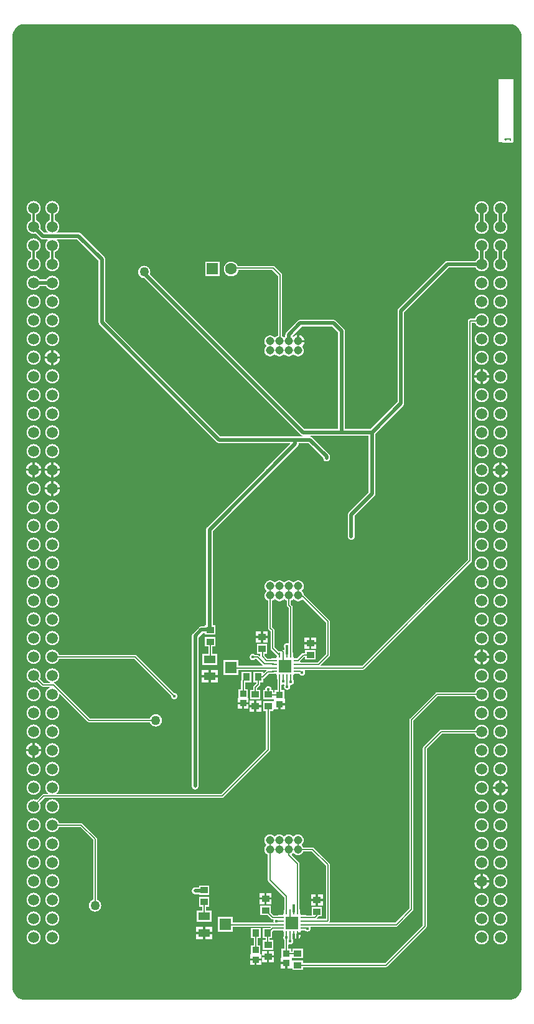
<source format=gbr>
%TF.GenerationSoftware,Altium Limited,Altium Designer,19.1.6 (110)*%
G04 Layer_Physical_Order=1*
G04 Layer_Color=255*
%FSLAX26Y26*%
%MOIN*%
%TF.FileFunction,Copper,L1,Top,Signal*%
%TF.Part,Single*%
G01*
G75*
%TA.AperFunction,SMDPad,CuDef*%
%ADD10R,0.039370X0.035433*%
%ADD11R,0.035433X0.033465*%
%ADD12R,0.035433X0.039370*%
%ADD13R,0.062992X0.062992*%
%ADD14R,0.062992X0.043307*%
%ADD15O,0.029528X0.009842*%
%ADD16O,0.009842X0.029528*%
%ADD17R,0.070866X0.070866*%
%TA.AperFunction,Conductor*%
%ADD18C,0.005000*%
%ADD19C,0.012000*%
%ADD20C,0.019685*%
%TA.AperFunction,NonConductor*%
%ADD21C,0.005906*%
%TA.AperFunction,ComponentPad*%
%ADD22C,0.059055*%
%ADD23C,0.045000*%
%ADD24C,0.062992*%
%ADD25R,0.062992X0.062992*%
%TA.AperFunction,ViaPad*%
%ADD26C,0.017716*%
%ADD27C,0.039370*%
%ADD28C,0.050000*%
%ADD29C,0.019685*%
G36*
X1226449Y3029141D02*
X1237857Y3024416D01*
X1248123Y3017556D01*
X1256854Y3008825D01*
X1263715Y2998558D01*
X1268440Y2987151D01*
X1270849Y2975040D01*
Y2968866D01*
Y-2123260D01*
X1270849Y-2129434D01*
X1268440Y-2141545D01*
X1263715Y-2152954D01*
X1258309Y-2161046D01*
X1245946Y-2173408D01*
X1237856Y-2178814D01*
X1226448Y-2183540D01*
X1214338Y-2185949D01*
X1208164Y-2185949D01*
X553386Y-2185944D01*
X2205Y-2185944D01*
X-1396435D01*
X-1408545Y-2183535D01*
X-1419953Y-2178810D01*
X-1430219Y-2171950D01*
X-1438951Y-2163219D01*
X-1445811Y-2152952D01*
X-1450536Y-2141544D01*
X-1452945Y-2129434D01*
Y-2123260D01*
Y2968866D01*
Y2975040D01*
X-1450536Y2987151D01*
X-1445811Y2998558D01*
X-1438951Y3008825D01*
X-1430220Y3017556D01*
X-1419953Y3024416D01*
X-1408545Y3029141D01*
X-1396435Y3031550D01*
X1214338D01*
X1226449Y3029141D01*
D02*
G37*
%LPC*%
G36*
X1228323Y2736228D02*
X1149583D01*
Y2401582D01*
X1169853D01*
Y2396876D01*
X1227182D01*
Y2401582D01*
X1228323D01*
Y2736228D01*
D02*
G37*
G36*
X-1241205Y2085519D02*
X-1244479Y2085376D01*
X-1247727Y2084948D01*
X-1250927Y2084239D01*
X-1254052Y2083253D01*
X-1257080Y2081999D01*
X-1259986Y2080486D01*
X-1262750Y2078726D01*
X-1265350Y2076731D01*
X-1267766Y2074517D01*
X-1269980Y2072101D01*
X-1271975Y2069501D01*
X-1273736Y2066737D01*
X-1275249Y2063830D01*
X-1276503Y2060803D01*
X-1277488Y2057678D01*
X-1278197Y2054478D01*
X-1278625Y2051229D01*
X-1278768Y2047956D01*
X-1278625Y2044682D01*
X-1278197Y2041433D01*
X-1277488Y2038233D01*
X-1276503Y2035108D01*
X-1275249Y2032081D01*
X-1273736Y2029174D01*
X-1271975Y2026410D01*
X-1269980Y2023810D01*
X-1267766Y2021394D01*
X-1265350Y2019180D01*
X-1262750Y2017185D01*
X-1259986Y2015425D01*
X-1257080Y2013912D01*
X-1255235Y2013147D01*
Y1982764D01*
X-1257080Y1981999D01*
X-1259986Y1980486D01*
X-1262750Y1978726D01*
X-1265350Y1976731D01*
X-1267766Y1974517D01*
X-1269980Y1972101D01*
X-1271975Y1969501D01*
X-1273736Y1966737D01*
X-1275249Y1963830D01*
X-1276503Y1960803D01*
X-1277488Y1957678D01*
X-1278197Y1954478D01*
X-1278625Y1951229D01*
X-1278768Y1947956D01*
X-1278625Y1944682D01*
X-1278197Y1941433D01*
X-1277488Y1938233D01*
X-1276503Y1935108D01*
X-1275249Y1932081D01*
X-1273736Y1929174D01*
X-1271975Y1926410D01*
X-1269980Y1923810D01*
X-1267766Y1921394D01*
X-1266046Y1919818D01*
X-1266614Y1917255D01*
X-1267517Y1915881D01*
X-1283843D01*
X-1305227Y1937265D01*
X-1304921Y1938233D01*
X-1304212Y1941433D01*
X-1303784Y1944682D01*
X-1303641Y1947956D01*
X-1303784Y1951229D01*
X-1304212Y1954478D01*
X-1304921Y1957678D01*
X-1305907Y1960803D01*
X-1307161Y1963830D01*
X-1308674Y1966737D01*
X-1310435Y1969501D01*
X-1312429Y1972101D01*
X-1314643Y1974517D01*
X-1317060Y1976731D01*
X-1319659Y1978726D01*
X-1322423Y1980486D01*
X-1325330Y1981999D01*
X-1327175Y1982764D01*
Y2013147D01*
X-1325330Y2013912D01*
X-1322423Y2015425D01*
X-1319659Y2017185D01*
X-1317060Y2019180D01*
X-1314643Y2021394D01*
X-1312429Y2023810D01*
X-1310435Y2026410D01*
X-1308674Y2029174D01*
X-1307161Y2032081D01*
X-1305907Y2035108D01*
X-1304921Y2038233D01*
X-1304212Y2041433D01*
X-1303784Y2044682D01*
X-1303641Y2047956D01*
X-1303784Y2051229D01*
X-1304212Y2054478D01*
X-1304921Y2057678D01*
X-1305907Y2060803D01*
X-1307161Y2063830D01*
X-1308674Y2066737D01*
X-1310435Y2069501D01*
X-1312429Y2072101D01*
X-1314643Y2074517D01*
X-1317060Y2076731D01*
X-1319659Y2078726D01*
X-1322423Y2080486D01*
X-1325330Y2081999D01*
X-1328357Y2083253D01*
X-1331483Y2084239D01*
X-1334682Y2084948D01*
X-1337931Y2085376D01*
X-1341205Y2085519D01*
X-1344479Y2085376D01*
X-1347727Y2084948D01*
X-1350927Y2084239D01*
X-1354052Y2083253D01*
X-1357080Y2081999D01*
X-1359986Y2080486D01*
X-1362750Y2078726D01*
X-1365350Y2076731D01*
X-1367766Y2074517D01*
X-1369980Y2072101D01*
X-1371975Y2069501D01*
X-1373736Y2066737D01*
X-1375249Y2063830D01*
X-1376503Y2060803D01*
X-1377488Y2057678D01*
X-1378197Y2054478D01*
X-1378625Y2051229D01*
X-1378768Y2047956D01*
X-1378625Y2044682D01*
X-1378197Y2041433D01*
X-1377488Y2038233D01*
X-1376503Y2035108D01*
X-1375249Y2032081D01*
X-1373736Y2029174D01*
X-1371975Y2026410D01*
X-1369980Y2023810D01*
X-1367766Y2021394D01*
X-1365350Y2019180D01*
X-1362750Y2017185D01*
X-1359986Y2015425D01*
X-1357080Y2013912D01*
X-1355235Y2013147D01*
Y1982764D01*
X-1357080Y1981999D01*
X-1359986Y1980486D01*
X-1362750Y1978726D01*
X-1365350Y1976731D01*
X-1367766Y1974517D01*
X-1369980Y1972101D01*
X-1371975Y1969501D01*
X-1373736Y1966737D01*
X-1375249Y1963830D01*
X-1376503Y1960803D01*
X-1377488Y1957678D01*
X-1378197Y1954478D01*
X-1378625Y1951229D01*
X-1378768Y1947956D01*
X-1378625Y1944682D01*
X-1378197Y1941433D01*
X-1377488Y1938233D01*
X-1376503Y1935108D01*
X-1375249Y1932081D01*
X-1373736Y1929174D01*
X-1371975Y1926410D01*
X-1369980Y1923810D01*
X-1367766Y1921394D01*
X-1365350Y1919180D01*
X-1362750Y1917185D01*
X-1359986Y1915425D01*
X-1357080Y1913912D01*
X-1354052Y1912658D01*
X-1350927Y1911672D01*
X-1347727Y1910963D01*
X-1344479Y1910535D01*
X-1341205Y1910392D01*
X-1337931Y1910535D01*
X-1334682Y1910963D01*
X-1331483Y1911672D01*
X-1330514Y1911977D01*
X-1303893Y1885356D01*
X-1302134Y1883814D01*
X-1300190Y1882515D01*
X-1298092Y1881480D01*
X-1295877Y1880728D01*
X-1293583Y1880272D01*
X-1291249Y1880119D01*
X-1267401D01*
X-1266357Y1878393D01*
X-1265948Y1876182D01*
X-1267766Y1874517D01*
X-1269980Y1872101D01*
X-1271975Y1869501D01*
X-1273736Y1866737D01*
X-1275249Y1863830D01*
X-1276503Y1860803D01*
X-1277488Y1857678D01*
X-1278197Y1854478D01*
X-1278625Y1851229D01*
X-1278768Y1847956D01*
X-1278625Y1844682D01*
X-1278197Y1841433D01*
X-1277488Y1838233D01*
X-1276503Y1835108D01*
X-1275249Y1832081D01*
X-1273736Y1829174D01*
X-1271975Y1826410D01*
X-1269980Y1823810D01*
X-1267766Y1821394D01*
X-1265350Y1819180D01*
X-1262750Y1817185D01*
X-1259986Y1815425D01*
X-1257080Y1813912D01*
X-1255235Y1813147D01*
Y1782764D01*
X-1257080Y1781999D01*
X-1259986Y1780486D01*
X-1262750Y1778726D01*
X-1265350Y1776731D01*
X-1267766Y1774517D01*
X-1269980Y1772101D01*
X-1271975Y1769501D01*
X-1273736Y1766737D01*
X-1275249Y1763830D01*
X-1276503Y1760803D01*
X-1277488Y1757678D01*
X-1278197Y1754478D01*
X-1278625Y1751229D01*
X-1278768Y1747956D01*
X-1278625Y1744682D01*
X-1278197Y1741433D01*
X-1277488Y1738233D01*
X-1276503Y1735108D01*
X-1275249Y1732081D01*
X-1273736Y1729174D01*
X-1271975Y1726410D01*
X-1269980Y1723810D01*
X-1267766Y1721394D01*
X-1265350Y1719180D01*
X-1262750Y1717185D01*
X-1259986Y1715425D01*
X-1257080Y1713912D01*
X-1254052Y1712658D01*
X-1250927Y1711672D01*
X-1247727Y1710963D01*
X-1244479Y1710535D01*
X-1241205Y1710392D01*
X-1237931Y1710535D01*
X-1234682Y1710963D01*
X-1231483Y1711672D01*
X-1228357Y1712658D01*
X-1225330Y1713912D01*
X-1222423Y1715425D01*
X-1219659Y1717185D01*
X-1217060Y1719180D01*
X-1214643Y1721394D01*
X-1212429Y1723810D01*
X-1210435Y1726410D01*
X-1208674Y1729174D01*
X-1207161Y1732081D01*
X-1205907Y1735108D01*
X-1204921Y1738233D01*
X-1204212Y1741433D01*
X-1203784Y1744682D01*
X-1203641Y1747956D01*
X-1203784Y1751229D01*
X-1204212Y1754478D01*
X-1204921Y1757678D01*
X-1205907Y1760803D01*
X-1207161Y1763830D01*
X-1208674Y1766737D01*
X-1210435Y1769501D01*
X-1212429Y1772101D01*
X-1214643Y1774517D01*
X-1217060Y1776731D01*
X-1219659Y1778726D01*
X-1222423Y1780486D01*
X-1225330Y1781999D01*
X-1227175Y1782764D01*
Y1813147D01*
X-1225330Y1813912D01*
X-1222423Y1815425D01*
X-1219659Y1817185D01*
X-1217060Y1819180D01*
X-1214643Y1821394D01*
X-1212429Y1823810D01*
X-1210435Y1826410D01*
X-1208674Y1829174D01*
X-1207161Y1832081D01*
X-1205907Y1835108D01*
X-1204921Y1838233D01*
X-1204212Y1841433D01*
X-1203784Y1844682D01*
X-1203641Y1847956D01*
X-1203784Y1851229D01*
X-1204212Y1854478D01*
X-1204921Y1857678D01*
X-1205907Y1860803D01*
X-1207161Y1863830D01*
X-1208674Y1866737D01*
X-1210435Y1869501D01*
X-1212429Y1872101D01*
X-1214643Y1874517D01*
X-1216461Y1876182D01*
X-1216053Y1878393D01*
X-1215008Y1880119D01*
X-1107406D01*
X-992881Y1765594D01*
X-992881Y1436000D01*
X-992728Y1433666D01*
X-992271Y1431372D01*
X-991520Y1429157D01*
X-990485Y1427059D01*
X-989186Y1425115D01*
X-987644Y1423356D01*
X-360116Y795829D01*
X-358358Y794287D01*
X-356413Y792987D01*
X-354315Y791953D01*
X-352100Y791201D01*
X-349807Y790745D01*
X-347473Y790592D01*
X33042D01*
X34549Y786954D01*
X-93016Y659390D01*
X-93373Y659319D01*
X-95465Y658608D01*
X-97447Y657631D01*
X-99285Y656403D01*
X-100946Y654946D01*
X-102403Y653285D01*
X-103631Y651447D01*
X-104608Y649465D01*
X-105319Y647373D01*
X-105390Y647016D01*
X-411644Y340762D01*
X-413186Y339003D01*
X-414485Y337058D01*
X-415520Y334961D01*
X-416272Y332746D01*
X-416728Y330452D01*
X-416881Y328118D01*
Y-183291D01*
X-423181D01*
Y-190119D01*
X-443000D01*
X-445334Y-190272D01*
X-447628Y-190728D01*
X-449843Y-191480D01*
X-451940Y-192515D01*
X-453885Y-193814D01*
X-455644Y-195356D01*
X-488644Y-228356D01*
X-490186Y-230115D01*
X-491485Y-232060D01*
X-492520Y-234157D01*
X-493272Y-236372D01*
X-493728Y-238666D01*
X-493881Y-241000D01*
Y-1022000D01*
Y-1044000D01*
X-493728Y-1046334D01*
X-493272Y-1048628D01*
X-492520Y-1050843D01*
X-491485Y-1052940D01*
X-490186Y-1054885D01*
X-488644Y-1056644D01*
X-486885Y-1058186D01*
X-484940Y-1059485D01*
X-482843Y-1060520D01*
X-480628Y-1061272D01*
X-478334Y-1061728D01*
X-476000Y-1061881D01*
X-473666Y-1061728D01*
X-471372Y-1061272D01*
X-469157Y-1060520D01*
X-467060Y-1059485D01*
X-465115Y-1058186D01*
X-463356Y-1056644D01*
X-461814Y-1054885D01*
X-460515Y-1052940D01*
X-459480Y-1050843D01*
X-458728Y-1048628D01*
X-458272Y-1046334D01*
X-458119Y-1044000D01*
Y-1022000D01*
Y-248406D01*
X-435594Y-225881D01*
X-423181D01*
Y-234724D01*
X-367811D01*
Y-183291D01*
X-381119D01*
Y320712D01*
X73171Y775002D01*
X74713Y776760D01*
X76013Y778705D01*
X77047Y780803D01*
X77799Y783018D01*
X78255Y785312D01*
X78408Y787646D01*
Y790592D01*
X131120D01*
X210119Y711593D01*
Y710000D01*
X210272Y707666D01*
X210728Y705372D01*
X211480Y703157D01*
X212515Y701060D01*
X213814Y699115D01*
X215356Y697356D01*
X217115Y695814D01*
X219060Y694515D01*
X221157Y693480D01*
X223372Y692729D01*
X225666Y692272D01*
X228000Y692119D01*
X230334Y692272D01*
X232628Y692729D01*
X234843Y693480D01*
X236940Y694515D01*
X238885Y695814D01*
X240644Y697356D01*
X242186Y699115D01*
X243485Y701060D01*
X244520Y703157D01*
X245272Y705372D01*
X245728Y707666D01*
X245881Y710000D01*
Y719000D01*
X245728Y721333D01*
X245272Y723627D01*
X244520Y725842D01*
X243485Y727940D01*
X242186Y729885D01*
X240644Y731643D01*
X151171Y821116D01*
X149412Y822658D01*
X147467Y823958D01*
X145370Y824992D01*
X143155Y825744D01*
X140861Y826200D01*
X141138Y830119D01*
X453119D01*
Y526406D01*
X347356Y420644D01*
X345814Y418885D01*
X344515Y416940D01*
X343480Y414843D01*
X342728Y412628D01*
X342272Y410334D01*
X342119Y408000D01*
Y375207D01*
X342106Y375000D01*
X342119Y374793D01*
Y331207D01*
X342106Y331000D01*
X342119Y330793D01*
Y291000D01*
X342272Y288666D01*
X342728Y286372D01*
X343480Y284157D01*
X344515Y282060D01*
X345814Y280115D01*
X347356Y278356D01*
X349115Y276814D01*
X351060Y275515D01*
X353157Y274480D01*
X355372Y273728D01*
X357666Y273272D01*
X360000Y273119D01*
X362334Y273272D01*
X364628Y273728D01*
X366843Y274480D01*
X368940Y275515D01*
X370885Y276814D01*
X372644Y278356D01*
X374186Y280115D01*
X375485Y282060D01*
X376520Y284157D01*
X377272Y286372D01*
X377728Y288666D01*
X377881Y291000D01*
Y400594D01*
X483644Y506356D01*
X485186Y508115D01*
X486485Y510060D01*
X487520Y512157D01*
X488272Y514372D01*
X488728Y516666D01*
X488881Y519000D01*
Y840594D01*
X638644Y990356D01*
X640186Y992115D01*
X641485Y994060D01*
X642520Y996157D01*
X643271Y998372D01*
X643728Y1000666D01*
X643881Y1003000D01*
Y1490594D01*
X882378Y1729090D01*
X1025795D01*
X1026264Y1728189D01*
X1028025Y1725426D01*
X1030020Y1722826D01*
X1032234Y1720410D01*
X1034650Y1718196D01*
X1037250Y1716201D01*
X1040014Y1714440D01*
X1042920Y1712927D01*
X1045948Y1711673D01*
X1049073Y1710688D01*
X1052273Y1709979D01*
X1055521Y1709551D01*
X1058795Y1709408D01*
X1062069Y1709551D01*
X1065318Y1709979D01*
X1068517Y1710688D01*
X1071643Y1711673D01*
X1074670Y1712927D01*
X1077577Y1714440D01*
X1080341Y1716201D01*
X1082940Y1718196D01*
X1085357Y1720410D01*
X1087571Y1722826D01*
X1089565Y1725426D01*
X1091326Y1728189D01*
X1092839Y1731096D01*
X1094093Y1734124D01*
X1095079Y1737249D01*
X1095788Y1740448D01*
X1096216Y1743697D01*
X1096359Y1746971D01*
X1096216Y1750245D01*
X1095788Y1753494D01*
X1095079Y1756693D01*
X1094093Y1759819D01*
X1092839Y1762846D01*
X1091326Y1765753D01*
X1089565Y1768517D01*
X1087571Y1771116D01*
X1085357Y1773533D01*
X1082940Y1775746D01*
X1080341Y1777741D01*
X1077577Y1779502D01*
X1076676Y1779971D01*
Y1813971D01*
X1077577Y1814440D01*
X1080341Y1816201D01*
X1082940Y1818196D01*
X1085357Y1820410D01*
X1087571Y1822826D01*
X1089565Y1825426D01*
X1091326Y1828189D01*
X1092839Y1831096D01*
X1094093Y1834124D01*
X1095079Y1837249D01*
X1095788Y1840448D01*
X1096216Y1843697D01*
X1096359Y1846971D01*
X1096216Y1850245D01*
X1095788Y1853494D01*
X1095079Y1856693D01*
X1094093Y1859819D01*
X1092839Y1862846D01*
X1091326Y1865753D01*
X1089565Y1868517D01*
X1087571Y1871116D01*
X1085357Y1873533D01*
X1082940Y1875746D01*
X1080341Y1877741D01*
X1077577Y1879502D01*
X1074670Y1881015D01*
X1071643Y1882269D01*
X1068517Y1883255D01*
X1065318Y1883964D01*
X1062069Y1884392D01*
X1058795Y1884534D01*
X1055521Y1884392D01*
X1052273Y1883964D01*
X1049073Y1883255D01*
X1045948Y1882269D01*
X1042920Y1881015D01*
X1040014Y1879502D01*
X1037250Y1877741D01*
X1034650Y1875746D01*
X1032234Y1873533D01*
X1030020Y1871116D01*
X1028025Y1868517D01*
X1026264Y1865753D01*
X1024751Y1862846D01*
X1023497Y1859819D01*
X1022512Y1856693D01*
X1021803Y1853494D01*
X1021375Y1850245D01*
X1021232Y1846971D01*
X1021375Y1843697D01*
X1021803Y1840448D01*
X1022512Y1837249D01*
X1023497Y1834124D01*
X1024751Y1831096D01*
X1026264Y1828189D01*
X1028025Y1825426D01*
X1030020Y1822826D01*
X1032234Y1820410D01*
X1034650Y1818196D01*
X1037250Y1816201D01*
X1040014Y1814440D01*
X1040915Y1813971D01*
Y1779971D01*
X1040014Y1779502D01*
X1037250Y1777741D01*
X1034650Y1775746D01*
X1032234Y1773533D01*
X1030020Y1771116D01*
X1028025Y1768517D01*
X1026264Y1765753D01*
X1025795Y1764852D01*
X874971D01*
X872637Y1764699D01*
X870343Y1764243D01*
X868129Y1763491D01*
X866031Y1762456D01*
X864086Y1761157D01*
X862327Y1759615D01*
X613356Y1510644D01*
X611814Y1508885D01*
X610515Y1506940D01*
X609480Y1504843D01*
X608729Y1502628D01*
X608272Y1500334D01*
X608119Y1498000D01*
Y1010406D01*
X463594Y865881D01*
X325881D01*
Y1389000D01*
X325728Y1391334D01*
X325272Y1393628D01*
X324520Y1395843D01*
X323485Y1397940D01*
X322186Y1399885D01*
X320644Y1401644D01*
X277644Y1444644D01*
X275885Y1446186D01*
X273940Y1447485D01*
X271843Y1448520D01*
X269628Y1449272D01*
X267334Y1449728D01*
X265000Y1449881D01*
X87000D01*
X84666Y1449728D01*
X82372Y1449272D01*
X80157Y1448520D01*
X78060Y1447485D01*
X76115Y1446186D01*
X74356Y1444644D01*
X12356Y1382644D01*
X10814Y1380885D01*
X9515Y1378940D01*
X8480Y1376843D01*
X7729Y1374628D01*
X7272Y1372334D01*
X7119Y1370000D01*
Y1360231D01*
X5628Y1359125D01*
X3407Y1357113D01*
X2556Y1356174D01*
X1224Y1355742D01*
X-1224D01*
X-2556Y1356174D01*
X-3407Y1357113D01*
X-5628Y1359125D01*
X-8035Y1360910D01*
X-9467Y1361769D01*
Y1689000D01*
X-9597Y1690648D01*
X-9983Y1692255D01*
X-10616Y1693782D01*
X-11479Y1695191D01*
X-12552Y1696448D01*
X-51552Y1735448D01*
X-52809Y1736521D01*
X-54218Y1737384D01*
X-55745Y1738017D01*
X-57352Y1738403D01*
X-59000Y1738533D01*
X-247098D01*
X-247170Y1738708D01*
X-248763Y1741767D01*
X-250616Y1744676D01*
X-252715Y1747412D01*
X-255046Y1749955D01*
X-257588Y1752284D01*
X-260325Y1754384D01*
X-263233Y1756237D01*
X-266292Y1757830D01*
X-269479Y1759149D01*
X-272768Y1760187D01*
X-276135Y1760933D01*
X-279554Y1761383D01*
X-283000Y1761534D01*
X-286446Y1761383D01*
X-289865Y1760933D01*
X-293232Y1760187D01*
X-296521Y1759149D01*
X-299708Y1757830D01*
X-302767Y1756237D01*
X-305675Y1754384D01*
X-308412Y1752284D01*
X-310954Y1749955D01*
X-313284Y1747412D01*
X-315384Y1744676D01*
X-317237Y1741767D01*
X-318830Y1738708D01*
X-320149Y1735521D01*
X-321187Y1732232D01*
X-321933Y1728865D01*
X-322383Y1725446D01*
X-322534Y1722000D01*
X-322383Y1718554D01*
X-321933Y1715135D01*
X-321187Y1711768D01*
X-320149Y1708479D01*
X-318830Y1705292D01*
X-317237Y1702233D01*
X-315384Y1699324D01*
X-313284Y1696588D01*
X-310954Y1694045D01*
X-308412Y1691716D01*
X-305675Y1689616D01*
X-302767Y1687763D01*
X-299708Y1686170D01*
X-296521Y1684851D01*
X-293232Y1683813D01*
X-289865Y1683067D01*
X-286446Y1682617D01*
X-283000Y1682466D01*
X-279554Y1682617D01*
X-276135Y1683067D01*
X-272768Y1683813D01*
X-269479Y1684851D01*
X-266292Y1686170D01*
X-263233Y1687763D01*
X-260325Y1689616D01*
X-257588Y1691716D01*
X-255046Y1694045D01*
X-252715Y1696588D01*
X-250616Y1699324D01*
X-248763Y1702233D01*
X-247170Y1705292D01*
X-245851Y1708479D01*
X-244814Y1711768D01*
X-244067Y1715135D01*
X-243760Y1717467D01*
X-63363D01*
X-30532Y1684637D01*
Y1365533D01*
X-30957Y1365470D01*
X-33864Y1364742D01*
X-36686Y1363732D01*
X-39395Y1362451D01*
X-41965Y1360910D01*
X-44372Y1359125D01*
X-46593Y1357113D01*
X-47444Y1356174D01*
X-48776Y1355742D01*
X-51224D01*
X-52556Y1356174D01*
X-53407Y1357113D01*
X-55628Y1359125D01*
X-58035Y1360910D01*
X-60605Y1362451D01*
X-63314Y1363732D01*
X-66136Y1364742D01*
X-69043Y1365470D01*
X-72007Y1365910D01*
X-75000Y1366057D01*
X-77993Y1365910D01*
X-80957Y1365470D01*
X-83864Y1364742D01*
X-86686Y1363732D01*
X-89395Y1362451D01*
X-91965Y1360910D01*
X-94372Y1359125D01*
X-96593Y1357113D01*
X-98605Y1354892D01*
X-100390Y1352485D01*
X-101931Y1349915D01*
X-103212Y1347206D01*
X-104222Y1344384D01*
X-104950Y1341477D01*
X-105390Y1338513D01*
X-105537Y1335520D01*
X-105390Y1332527D01*
X-104950Y1329563D01*
X-104222Y1326656D01*
X-103212Y1323834D01*
X-101931Y1321125D01*
X-100390Y1318555D01*
X-98605Y1316148D01*
X-96593Y1313927D01*
X-95654Y1313076D01*
X-95222Y1311744D01*
Y1309296D01*
X-95654Y1307964D01*
X-96593Y1307113D01*
X-98605Y1304892D01*
X-100390Y1302485D01*
X-101931Y1299915D01*
X-103212Y1297206D01*
X-104222Y1294384D01*
X-104950Y1291477D01*
X-105390Y1288513D01*
X-105537Y1285520D01*
X-105390Y1282527D01*
X-104950Y1279563D01*
X-104222Y1276656D01*
X-103212Y1273834D01*
X-101931Y1271125D01*
X-100390Y1268555D01*
X-98605Y1266148D01*
X-96593Y1263927D01*
X-94372Y1261915D01*
X-91965Y1260130D01*
X-89395Y1258589D01*
X-86686Y1257308D01*
X-83864Y1256298D01*
X-80957Y1255570D01*
X-77993Y1255130D01*
X-75000Y1254983D01*
X-72007Y1255130D01*
X-69043Y1255570D01*
X-66136Y1256298D01*
X-63314Y1257308D01*
X-60605Y1258589D01*
X-58035Y1260130D01*
X-55628Y1261915D01*
X-53407Y1263927D01*
X-52556Y1264866D01*
X-51224Y1265298D01*
X-48776D01*
X-47444Y1264866D01*
X-46593Y1263927D01*
X-44372Y1261915D01*
X-41965Y1260130D01*
X-39395Y1258589D01*
X-36686Y1257308D01*
X-33864Y1256298D01*
X-30957Y1255570D01*
X-27993Y1255130D01*
X-25000Y1254983D01*
X-22007Y1255130D01*
X-19043Y1255570D01*
X-16136Y1256298D01*
X-13314Y1257308D01*
X-10605Y1258589D01*
X-8035Y1260130D01*
X-5628Y1261915D01*
X-3407Y1263927D01*
X-2556Y1264866D01*
X-1224Y1265298D01*
X1224D01*
X2556Y1264866D01*
X3407Y1263927D01*
X5628Y1261915D01*
X8035Y1260130D01*
X10605Y1258589D01*
X13314Y1257308D01*
X16136Y1256298D01*
X19043Y1255570D01*
X22007Y1255130D01*
X25000Y1254983D01*
X27993Y1255130D01*
X30957Y1255570D01*
X33864Y1256298D01*
X36686Y1257308D01*
X39395Y1258589D01*
X41965Y1260130D01*
X44372Y1261915D01*
X46593Y1263927D01*
X47444Y1264866D01*
X48776Y1265298D01*
X51224D01*
X52556Y1264866D01*
X53407Y1263927D01*
X55628Y1261915D01*
X58035Y1260130D01*
X60605Y1258589D01*
X63314Y1257308D01*
X66136Y1256298D01*
X69043Y1255570D01*
X72007Y1255130D01*
X75000Y1254983D01*
X77993Y1255130D01*
X80957Y1255570D01*
X83864Y1256298D01*
X86686Y1257308D01*
X89395Y1258589D01*
X91965Y1260130D01*
X94372Y1261915D01*
X96593Y1263927D01*
X98605Y1266148D01*
X100390Y1268555D01*
X101931Y1271125D01*
X103212Y1273834D01*
X104222Y1276656D01*
X104950Y1279563D01*
X105390Y1282527D01*
X105537Y1285520D01*
X105390Y1288513D01*
X104950Y1291477D01*
X104222Y1294384D01*
X103212Y1297206D01*
X101931Y1299915D01*
X100390Y1302485D01*
X98605Y1304892D01*
X98322Y1305205D01*
X97329Y1308396D01*
X98600Y1310608D01*
X99285Y1311235D01*
X101309Y1313444D01*
X103133Y1315821D01*
X104743Y1318348D01*
X106126Y1321006D01*
X107272Y1323774D01*
X108174Y1326631D01*
X108822Y1329556D01*
X108830Y1329617D01*
X74999D01*
Y1335522D01*
X69094D01*
Y1369350D01*
X69036Y1369342D01*
X66111Y1368694D01*
X63254Y1367793D01*
X60486Y1366646D01*
X57828Y1365263D01*
X55301Y1363653D01*
X52924Y1361829D01*
X50715Y1359805D01*
X50087Y1359120D01*
X47876Y1357850D01*
X44685Y1358842D01*
X44372Y1359125D01*
X44243Y1359221D01*
X43990Y1363703D01*
X94406Y1414119D01*
X257594D01*
X290119Y1381594D01*
Y865881D01*
X108406D01*
X-718680Y1692967D01*
X-717961Y1694703D01*
X-717094Y1697451D01*
X-716470Y1700264D01*
X-716094Y1703121D01*
X-715969Y1706000D01*
X-716094Y1708879D01*
X-716470Y1711736D01*
X-717094Y1714549D01*
X-717961Y1717297D01*
X-719063Y1719960D01*
X-720394Y1722516D01*
X-721942Y1724946D01*
X-723697Y1727232D01*
X-725643Y1729357D01*
X-727768Y1731303D01*
X-730054Y1733058D01*
X-732484Y1734606D01*
X-735040Y1735937D01*
X-737703Y1737039D01*
X-740451Y1737906D01*
X-743264Y1738530D01*
X-746121Y1738906D01*
X-749000Y1739031D01*
X-751879Y1738906D01*
X-754736Y1738530D01*
X-757549Y1737906D01*
X-760297Y1737039D01*
X-762960Y1735937D01*
X-765516Y1734606D01*
X-767946Y1733058D01*
X-770232Y1731303D01*
X-772357Y1729357D01*
X-774303Y1727232D01*
X-776058Y1724946D01*
X-777606Y1722516D01*
X-778937Y1719960D01*
X-780039Y1717297D01*
X-780906Y1714549D01*
X-781530Y1711736D01*
X-781906Y1708879D01*
X-782031Y1706000D01*
X-781906Y1703121D01*
X-781530Y1700264D01*
X-780906Y1697451D01*
X-780039Y1694703D01*
X-778937Y1692040D01*
X-777606Y1689484D01*
X-776058Y1687054D01*
X-774303Y1684768D01*
X-772357Y1682643D01*
X-770232Y1680697D01*
X-767946Y1678942D01*
X-765516Y1677394D01*
X-762960Y1676063D01*
X-760297Y1674961D01*
X-757549Y1674094D01*
X-754736Y1673470D01*
X-751879Y1673094D01*
X-749268Y1672980D01*
X88356Y835356D01*
X90115Y833814D01*
X92060Y832515D01*
X94157Y831480D01*
X96372Y830729D01*
X98666Y830272D01*
X98389Y826353D01*
X-340066D01*
X-957119Y1443406D01*
X-957119Y1773000D01*
X-957272Y1775334D01*
X-957729Y1777628D01*
X-958480Y1779843D01*
X-959515Y1781940D01*
X-960814Y1783885D01*
X-962356Y1785644D01*
X-1087356Y1910644D01*
X-1089115Y1912186D01*
X-1091060Y1913485D01*
X-1093157Y1914520D01*
X-1095372Y1915272D01*
X-1097666Y1915728D01*
X-1100000Y1915881D01*
X-1214892D01*
X-1215795Y1917255D01*
X-1216364Y1919818D01*
X-1214643Y1921394D01*
X-1212429Y1923810D01*
X-1210435Y1926410D01*
X-1208674Y1929174D01*
X-1207161Y1932081D01*
X-1205907Y1935108D01*
X-1204921Y1938233D01*
X-1204212Y1941433D01*
X-1203784Y1944682D01*
X-1203641Y1947956D01*
X-1203784Y1951229D01*
X-1204212Y1954478D01*
X-1204921Y1957678D01*
X-1205907Y1960803D01*
X-1207161Y1963830D01*
X-1208674Y1966737D01*
X-1210435Y1969501D01*
X-1212429Y1972101D01*
X-1214643Y1974517D01*
X-1217060Y1976731D01*
X-1219659Y1978726D01*
X-1222423Y1980486D01*
X-1225330Y1981999D01*
X-1227175Y1982764D01*
Y2013147D01*
X-1225330Y2013912D01*
X-1222423Y2015425D01*
X-1219659Y2017185D01*
X-1217060Y2019180D01*
X-1214643Y2021394D01*
X-1212429Y2023810D01*
X-1210435Y2026410D01*
X-1208674Y2029174D01*
X-1207161Y2032081D01*
X-1205907Y2035108D01*
X-1204921Y2038233D01*
X-1204212Y2041433D01*
X-1203784Y2044682D01*
X-1203641Y2047956D01*
X-1203784Y2051229D01*
X-1204212Y2054478D01*
X-1204921Y2057678D01*
X-1205907Y2060803D01*
X-1207161Y2063830D01*
X-1208674Y2066737D01*
X-1210435Y2069501D01*
X-1212429Y2072101D01*
X-1214643Y2074517D01*
X-1217060Y2076731D01*
X-1219659Y2078726D01*
X-1222423Y2080486D01*
X-1225330Y2081999D01*
X-1228357Y2083253D01*
X-1231483Y2084239D01*
X-1234682Y2084948D01*
X-1237931Y2085376D01*
X-1241205Y2085519D01*
D02*
G37*
G36*
X1158795Y2084535D02*
X1155521Y2084392D01*
X1152273Y2083964D01*
X1149073Y2083255D01*
X1145948Y2082269D01*
X1142920Y2081015D01*
X1140014Y2079502D01*
X1137250Y2077741D01*
X1134650Y2075746D01*
X1132234Y2073532D01*
X1130020Y2071116D01*
X1128025Y2068517D01*
X1126264Y2065753D01*
X1124751Y2062846D01*
X1123497Y2059819D01*
X1122512Y2056693D01*
X1121803Y2053494D01*
X1121375Y2050245D01*
X1121232Y2046971D01*
X1121375Y2043697D01*
X1121803Y2040448D01*
X1122512Y2037249D01*
X1123497Y2034124D01*
X1124751Y2031096D01*
X1126264Y2028189D01*
X1128025Y2025426D01*
X1130020Y2022826D01*
X1132234Y2020410D01*
X1134650Y2018196D01*
X1137250Y2016201D01*
X1140014Y2014440D01*
X1140915Y2013971D01*
Y1979971D01*
X1140014Y1979502D01*
X1137250Y1977741D01*
X1134650Y1975746D01*
X1132234Y1973533D01*
X1130020Y1971116D01*
X1128025Y1968517D01*
X1126264Y1965753D01*
X1124751Y1962846D01*
X1123497Y1959819D01*
X1122512Y1956693D01*
X1121803Y1953494D01*
X1121375Y1950245D01*
X1121232Y1946971D01*
X1121375Y1943697D01*
X1121803Y1940448D01*
X1122512Y1937249D01*
X1123497Y1934124D01*
X1124751Y1931096D01*
X1126264Y1928189D01*
X1128025Y1925426D01*
X1130020Y1922826D01*
X1132234Y1920410D01*
X1134650Y1918196D01*
X1137250Y1916201D01*
X1140014Y1914440D01*
X1142920Y1912927D01*
X1145948Y1911673D01*
X1149073Y1910688D01*
X1152273Y1909979D01*
X1155521Y1909551D01*
X1158795Y1909408D01*
X1162069Y1909551D01*
X1165318Y1909979D01*
X1168517Y1910688D01*
X1171643Y1911673D01*
X1174670Y1912927D01*
X1177577Y1914440D01*
X1180341Y1916201D01*
X1182940Y1918196D01*
X1185357Y1920410D01*
X1187571Y1922826D01*
X1189565Y1925426D01*
X1191326Y1928189D01*
X1192839Y1931096D01*
X1194093Y1934124D01*
X1195079Y1937249D01*
X1195788Y1940448D01*
X1196216Y1943697D01*
X1196359Y1946971D01*
X1196216Y1950245D01*
X1195788Y1953494D01*
X1195079Y1956693D01*
X1194093Y1959819D01*
X1192839Y1962846D01*
X1191326Y1965753D01*
X1189565Y1968517D01*
X1187571Y1971116D01*
X1185357Y1973533D01*
X1182940Y1975746D01*
X1180341Y1977741D01*
X1177577Y1979502D01*
X1176676Y1979971D01*
Y2013971D01*
X1177577Y2014440D01*
X1180341Y2016201D01*
X1182940Y2018196D01*
X1185357Y2020410D01*
X1187571Y2022826D01*
X1189565Y2025426D01*
X1191326Y2028189D01*
X1192839Y2031096D01*
X1194093Y2034124D01*
X1195079Y2037249D01*
X1195788Y2040448D01*
X1196216Y2043697D01*
X1196359Y2046971D01*
X1196216Y2050245D01*
X1195788Y2053494D01*
X1195079Y2056693D01*
X1194093Y2059819D01*
X1192839Y2062846D01*
X1191326Y2065753D01*
X1189565Y2068517D01*
X1187571Y2071116D01*
X1185357Y2073532D01*
X1182940Y2075746D01*
X1180341Y2077741D01*
X1177577Y2079502D01*
X1174670Y2081015D01*
X1171643Y2082269D01*
X1168517Y2083255D01*
X1165318Y2083964D01*
X1162069Y2084392D01*
X1158795Y2084535D01*
D02*
G37*
G36*
X1058795D02*
X1055521Y2084392D01*
X1052273Y2083964D01*
X1049073Y2083255D01*
X1045948Y2082269D01*
X1042920Y2081015D01*
X1040014Y2079502D01*
X1037250Y2077741D01*
X1034650Y2075746D01*
X1032234Y2073532D01*
X1030020Y2071116D01*
X1028025Y2068517D01*
X1026264Y2065753D01*
X1024751Y2062846D01*
X1023497Y2059819D01*
X1022512Y2056693D01*
X1021803Y2053494D01*
X1021375Y2050245D01*
X1021232Y2046971D01*
X1021375Y2043697D01*
X1021803Y2040448D01*
X1022512Y2037249D01*
X1023497Y2034124D01*
X1024751Y2031096D01*
X1026264Y2028189D01*
X1028025Y2025426D01*
X1030020Y2022826D01*
X1032234Y2020410D01*
X1034650Y2018196D01*
X1037250Y2016201D01*
X1040014Y2014440D01*
X1040915Y2013971D01*
Y1979971D01*
X1040014Y1979502D01*
X1037250Y1977741D01*
X1034650Y1975746D01*
X1032234Y1973533D01*
X1030020Y1971116D01*
X1028025Y1968517D01*
X1026264Y1965753D01*
X1024751Y1962846D01*
X1023497Y1959819D01*
X1022512Y1956693D01*
X1021803Y1953494D01*
X1021375Y1950245D01*
X1021232Y1946971D01*
X1021375Y1943697D01*
X1021803Y1940448D01*
X1022512Y1937249D01*
X1023497Y1934124D01*
X1024751Y1931096D01*
X1026264Y1928189D01*
X1028025Y1925426D01*
X1030020Y1922826D01*
X1032234Y1920410D01*
X1034650Y1918196D01*
X1037250Y1916201D01*
X1040014Y1914440D01*
X1042920Y1912927D01*
X1045948Y1911673D01*
X1049073Y1910688D01*
X1052273Y1909979D01*
X1055521Y1909551D01*
X1058795Y1909408D01*
X1062069Y1909551D01*
X1065318Y1909979D01*
X1068517Y1910688D01*
X1071643Y1911673D01*
X1074670Y1912927D01*
X1077577Y1914440D01*
X1080341Y1916201D01*
X1082940Y1918196D01*
X1085357Y1920410D01*
X1087571Y1922826D01*
X1089565Y1925426D01*
X1091326Y1928189D01*
X1092839Y1931096D01*
X1094093Y1934124D01*
X1095079Y1937249D01*
X1095788Y1940448D01*
X1096216Y1943697D01*
X1096359Y1946971D01*
X1096216Y1950245D01*
X1095788Y1953494D01*
X1095079Y1956693D01*
X1094093Y1959819D01*
X1092839Y1962846D01*
X1091326Y1965753D01*
X1089565Y1968517D01*
X1087571Y1971116D01*
X1085357Y1973533D01*
X1082940Y1975746D01*
X1080341Y1977741D01*
X1077577Y1979502D01*
X1076676Y1979971D01*
Y2013971D01*
X1077577Y2014440D01*
X1080341Y2016201D01*
X1082940Y2018196D01*
X1085357Y2020410D01*
X1087571Y2022826D01*
X1089565Y2025426D01*
X1091326Y2028189D01*
X1092839Y2031096D01*
X1094093Y2034124D01*
X1095079Y2037249D01*
X1095788Y2040448D01*
X1096216Y2043697D01*
X1096359Y2046971D01*
X1096216Y2050245D01*
X1095788Y2053494D01*
X1095079Y2056693D01*
X1094093Y2059819D01*
X1092839Y2062846D01*
X1091326Y2065753D01*
X1089565Y2068517D01*
X1087571Y2071116D01*
X1085357Y2073532D01*
X1082940Y2075746D01*
X1080341Y2077741D01*
X1077577Y2079502D01*
X1074670Y2081015D01*
X1071643Y2082269D01*
X1068517Y2083255D01*
X1065318Y2083964D01*
X1062069Y2084392D01*
X1058795Y2084535D01*
D02*
G37*
G36*
X-1341205Y1885519D02*
X-1344479Y1885376D01*
X-1347727Y1884948D01*
X-1350927Y1884239D01*
X-1354052Y1883254D01*
X-1357080Y1881999D01*
X-1359986Y1880486D01*
X-1362750Y1878726D01*
X-1365350Y1876731D01*
X-1367766Y1874517D01*
X-1369980Y1872101D01*
X-1371975Y1869501D01*
X-1373736Y1866737D01*
X-1375249Y1863830D01*
X-1376503Y1860803D01*
X-1377488Y1857678D01*
X-1378197Y1854478D01*
X-1378625Y1851229D01*
X-1378768Y1847956D01*
X-1378625Y1844682D01*
X-1378197Y1841433D01*
X-1377488Y1838233D01*
X-1376503Y1835108D01*
X-1375249Y1832081D01*
X-1373736Y1829174D01*
X-1371975Y1826410D01*
X-1369980Y1823810D01*
X-1367766Y1821394D01*
X-1365350Y1819180D01*
X-1362750Y1817185D01*
X-1359986Y1815425D01*
X-1357080Y1813912D01*
X-1355235Y1813147D01*
Y1782764D01*
X-1357080Y1781999D01*
X-1359986Y1780486D01*
X-1362750Y1778726D01*
X-1365350Y1776731D01*
X-1367766Y1774517D01*
X-1369980Y1772101D01*
X-1371975Y1769501D01*
X-1373736Y1766737D01*
X-1375249Y1763830D01*
X-1376503Y1760803D01*
X-1377488Y1757678D01*
X-1378197Y1754478D01*
X-1378625Y1751229D01*
X-1378768Y1747956D01*
X-1378625Y1744682D01*
X-1378197Y1741433D01*
X-1377488Y1738233D01*
X-1376503Y1735108D01*
X-1375249Y1732081D01*
X-1373736Y1729174D01*
X-1371975Y1726410D01*
X-1369980Y1723810D01*
X-1367766Y1721394D01*
X-1365350Y1719180D01*
X-1362750Y1717185D01*
X-1359986Y1715425D01*
X-1357080Y1713912D01*
X-1354052Y1712658D01*
X-1350927Y1711672D01*
X-1347727Y1710963D01*
X-1344479Y1710535D01*
X-1341205Y1710392D01*
X-1337931Y1710535D01*
X-1334682Y1710963D01*
X-1331483Y1711672D01*
X-1328357Y1712658D01*
X-1325330Y1713912D01*
X-1322423Y1715425D01*
X-1319659Y1717185D01*
X-1317060Y1719180D01*
X-1314643Y1721394D01*
X-1312429Y1723810D01*
X-1310435Y1726410D01*
X-1308674Y1729174D01*
X-1307161Y1732081D01*
X-1305907Y1735108D01*
X-1304921Y1738233D01*
X-1304212Y1741433D01*
X-1303784Y1744682D01*
X-1303641Y1747956D01*
X-1303784Y1751229D01*
X-1304212Y1754478D01*
X-1304921Y1757678D01*
X-1305907Y1760803D01*
X-1307161Y1763830D01*
X-1308674Y1766737D01*
X-1310435Y1769501D01*
X-1312429Y1772101D01*
X-1314643Y1774517D01*
X-1317060Y1776731D01*
X-1319659Y1778726D01*
X-1322423Y1780486D01*
X-1325330Y1781999D01*
X-1327175Y1782764D01*
Y1813147D01*
X-1325330Y1813912D01*
X-1322423Y1815425D01*
X-1319659Y1817185D01*
X-1317060Y1819180D01*
X-1314643Y1821394D01*
X-1312429Y1823810D01*
X-1310435Y1826410D01*
X-1308674Y1829174D01*
X-1307161Y1832081D01*
X-1305907Y1835108D01*
X-1304921Y1838233D01*
X-1304212Y1841433D01*
X-1303784Y1844682D01*
X-1303641Y1847956D01*
X-1303784Y1851229D01*
X-1304212Y1854478D01*
X-1304921Y1857678D01*
X-1305907Y1860803D01*
X-1307161Y1863830D01*
X-1308674Y1866737D01*
X-1310435Y1869501D01*
X-1312429Y1872101D01*
X-1314643Y1874517D01*
X-1317060Y1876731D01*
X-1319659Y1878726D01*
X-1322423Y1880486D01*
X-1325330Y1881999D01*
X-1328357Y1883254D01*
X-1331483Y1884239D01*
X-1334682Y1884948D01*
X-1337931Y1885376D01*
X-1341205Y1885519D01*
D02*
G37*
G36*
X1158795Y1884534D02*
X1155521Y1884392D01*
X1152273Y1883964D01*
X1149073Y1883255D01*
X1145948Y1882269D01*
X1142920Y1881015D01*
X1140014Y1879502D01*
X1137250Y1877741D01*
X1134650Y1875746D01*
X1132234Y1873533D01*
X1130020Y1871116D01*
X1128025Y1868517D01*
X1126264Y1865753D01*
X1124751Y1862846D01*
X1123497Y1859819D01*
X1122512Y1856693D01*
X1121803Y1853494D01*
X1121375Y1850245D01*
X1121232Y1846971D01*
X1121375Y1843697D01*
X1121803Y1840448D01*
X1122512Y1837249D01*
X1123497Y1834124D01*
X1124751Y1831096D01*
X1126264Y1828189D01*
X1128025Y1825426D01*
X1130020Y1822826D01*
X1132234Y1820410D01*
X1134650Y1818196D01*
X1137250Y1816201D01*
X1140014Y1814440D01*
X1140915Y1813971D01*
Y1779971D01*
X1140014Y1779502D01*
X1137250Y1777741D01*
X1134650Y1775746D01*
X1132234Y1773533D01*
X1130020Y1771116D01*
X1128025Y1768517D01*
X1126264Y1765753D01*
X1124751Y1762846D01*
X1123497Y1759819D01*
X1122512Y1756693D01*
X1121803Y1753494D01*
X1121375Y1750245D01*
X1121232Y1746971D01*
X1121375Y1743697D01*
X1121803Y1740448D01*
X1122512Y1737249D01*
X1123497Y1734124D01*
X1124751Y1731096D01*
X1126264Y1728189D01*
X1128025Y1725426D01*
X1130020Y1722826D01*
X1132234Y1720410D01*
X1134650Y1718196D01*
X1137250Y1716201D01*
X1140014Y1714440D01*
X1142920Y1712927D01*
X1145948Y1711673D01*
X1149073Y1710688D01*
X1152273Y1709979D01*
X1155521Y1709551D01*
X1158795Y1709408D01*
X1162069Y1709551D01*
X1165318Y1709979D01*
X1168517Y1710688D01*
X1171643Y1711673D01*
X1174670Y1712927D01*
X1177577Y1714440D01*
X1180341Y1716201D01*
X1182940Y1718196D01*
X1185357Y1720410D01*
X1187571Y1722826D01*
X1189565Y1725426D01*
X1191326Y1728189D01*
X1192839Y1731096D01*
X1194093Y1734124D01*
X1195079Y1737249D01*
X1195788Y1740448D01*
X1196216Y1743697D01*
X1196359Y1746971D01*
X1196216Y1750245D01*
X1195788Y1753494D01*
X1195079Y1756693D01*
X1194093Y1759819D01*
X1192839Y1762846D01*
X1191326Y1765753D01*
X1189565Y1768517D01*
X1187571Y1771116D01*
X1185357Y1773533D01*
X1182940Y1775746D01*
X1180341Y1777741D01*
X1177577Y1779502D01*
X1176676Y1779971D01*
Y1813971D01*
X1177577Y1814440D01*
X1180341Y1816201D01*
X1182940Y1818196D01*
X1185357Y1820410D01*
X1187571Y1822826D01*
X1189565Y1825426D01*
X1191326Y1828189D01*
X1192839Y1831096D01*
X1194093Y1834124D01*
X1195079Y1837249D01*
X1195788Y1840448D01*
X1196216Y1843697D01*
X1196359Y1846971D01*
X1196216Y1850245D01*
X1195788Y1853494D01*
X1195079Y1856693D01*
X1194093Y1859819D01*
X1192839Y1862846D01*
X1191326Y1865753D01*
X1189565Y1868517D01*
X1187571Y1871116D01*
X1185357Y1873533D01*
X1182940Y1875746D01*
X1180341Y1877741D01*
X1177577Y1879502D01*
X1174670Y1881015D01*
X1171643Y1882269D01*
X1168517Y1883255D01*
X1165318Y1883964D01*
X1162069Y1884392D01*
X1158795Y1884534D01*
D02*
G37*
G36*
X-343504Y1761496D02*
X-422496D01*
Y1682504D01*
X-343504D01*
Y1761496D01*
D02*
G37*
G36*
X-1241205Y1685519D02*
X-1244479Y1685376D01*
X-1247727Y1684948D01*
X-1250927Y1684239D01*
X-1254052Y1683254D01*
X-1257080Y1681999D01*
X-1259986Y1680486D01*
X-1262750Y1678726D01*
X-1265350Y1676731D01*
X-1267766Y1674517D01*
X-1269980Y1672101D01*
X-1271975Y1669501D01*
X-1273736Y1666737D01*
X-1274204Y1665836D01*
X-1308205D01*
X-1308674Y1666737D01*
X-1310435Y1669501D01*
X-1312429Y1672101D01*
X-1314643Y1674517D01*
X-1317060Y1676731D01*
X-1319659Y1678726D01*
X-1322423Y1680486D01*
X-1325330Y1681999D01*
X-1328357Y1683254D01*
X-1331483Y1684239D01*
X-1334682Y1684948D01*
X-1337931Y1685376D01*
X-1341205Y1685519D01*
X-1344479Y1685376D01*
X-1347727Y1684948D01*
X-1350927Y1684239D01*
X-1354052Y1683254D01*
X-1357080Y1681999D01*
X-1359986Y1680486D01*
X-1362750Y1678726D01*
X-1365350Y1676731D01*
X-1367766Y1674517D01*
X-1369980Y1672101D01*
X-1371975Y1669501D01*
X-1373736Y1666737D01*
X-1375249Y1663830D01*
X-1376503Y1660803D01*
X-1377488Y1657678D01*
X-1378197Y1654478D01*
X-1378625Y1651229D01*
X-1378768Y1647956D01*
X-1378625Y1644682D01*
X-1378197Y1641433D01*
X-1377488Y1638233D01*
X-1376503Y1635108D01*
X-1375249Y1632081D01*
X-1373736Y1629174D01*
X-1371975Y1626410D01*
X-1369980Y1623810D01*
X-1367766Y1621394D01*
X-1365350Y1619180D01*
X-1362750Y1617185D01*
X-1359986Y1615425D01*
X-1357080Y1613912D01*
X-1354052Y1612658D01*
X-1350927Y1611672D01*
X-1347727Y1610963D01*
X-1344479Y1610535D01*
X-1341205Y1610392D01*
X-1337931Y1610535D01*
X-1334682Y1610963D01*
X-1331483Y1611672D01*
X-1328357Y1612658D01*
X-1325330Y1613912D01*
X-1322423Y1615425D01*
X-1319659Y1617185D01*
X-1317060Y1619180D01*
X-1314643Y1621394D01*
X-1312429Y1623810D01*
X-1310435Y1626410D01*
X-1308674Y1629174D01*
X-1308205Y1630075D01*
X-1274204D01*
X-1273736Y1629174D01*
X-1271975Y1626410D01*
X-1269980Y1623810D01*
X-1267766Y1621394D01*
X-1265350Y1619180D01*
X-1262750Y1617185D01*
X-1259986Y1615425D01*
X-1257080Y1613912D01*
X-1254052Y1612658D01*
X-1250927Y1611672D01*
X-1247727Y1610963D01*
X-1244479Y1610535D01*
X-1241205Y1610392D01*
X-1237931Y1610535D01*
X-1234682Y1610963D01*
X-1231483Y1611672D01*
X-1228357Y1612658D01*
X-1225330Y1613912D01*
X-1222423Y1615425D01*
X-1219659Y1617185D01*
X-1217060Y1619180D01*
X-1214643Y1621394D01*
X-1212429Y1623810D01*
X-1210435Y1626410D01*
X-1208674Y1629174D01*
X-1207161Y1632081D01*
X-1205907Y1635108D01*
X-1204921Y1638233D01*
X-1204212Y1641433D01*
X-1203784Y1644682D01*
X-1203641Y1647956D01*
X-1203784Y1651229D01*
X-1204212Y1654478D01*
X-1204921Y1657678D01*
X-1205907Y1660803D01*
X-1207161Y1663830D01*
X-1208674Y1666737D01*
X-1210435Y1669501D01*
X-1212429Y1672101D01*
X-1214643Y1674517D01*
X-1217060Y1676731D01*
X-1219659Y1678726D01*
X-1222423Y1680486D01*
X-1225330Y1681999D01*
X-1228357Y1683254D01*
X-1231483Y1684239D01*
X-1234682Y1684948D01*
X-1237931Y1685376D01*
X-1241205Y1685519D01*
D02*
G37*
G36*
X1158795Y1684534D02*
X1155521Y1684392D01*
X1152273Y1683964D01*
X1149073Y1683255D01*
X1145948Y1682269D01*
X1142920Y1681015D01*
X1140014Y1679502D01*
X1137250Y1677741D01*
X1134650Y1675746D01*
X1132234Y1673533D01*
X1130020Y1671116D01*
X1128025Y1668517D01*
X1126264Y1665753D01*
X1124751Y1662846D01*
X1123497Y1659819D01*
X1122512Y1656693D01*
X1121803Y1653494D01*
X1121375Y1650245D01*
X1121232Y1646971D01*
X1121375Y1643697D01*
X1121803Y1640448D01*
X1122512Y1637249D01*
X1123497Y1634124D01*
X1124751Y1631096D01*
X1126264Y1628189D01*
X1128025Y1625426D01*
X1130020Y1622826D01*
X1132234Y1620410D01*
X1134650Y1618196D01*
X1137250Y1616201D01*
X1140014Y1614440D01*
X1142920Y1612927D01*
X1145948Y1611673D01*
X1149073Y1610688D01*
X1152273Y1609979D01*
X1155521Y1609551D01*
X1158795Y1609408D01*
X1162069Y1609551D01*
X1165318Y1609979D01*
X1168517Y1610688D01*
X1171643Y1611673D01*
X1174670Y1612927D01*
X1177577Y1614440D01*
X1180341Y1616201D01*
X1182940Y1618196D01*
X1185357Y1620410D01*
X1187571Y1622826D01*
X1189565Y1625426D01*
X1191326Y1628189D01*
X1192839Y1631096D01*
X1194093Y1634124D01*
X1195079Y1637249D01*
X1195788Y1640448D01*
X1196216Y1643697D01*
X1196359Y1646971D01*
X1196216Y1650245D01*
X1195788Y1653494D01*
X1195079Y1656693D01*
X1194093Y1659819D01*
X1192839Y1662846D01*
X1191326Y1665753D01*
X1189565Y1668517D01*
X1187571Y1671116D01*
X1185357Y1673533D01*
X1182940Y1675746D01*
X1180341Y1677741D01*
X1177577Y1679502D01*
X1174670Y1681015D01*
X1171643Y1682269D01*
X1168517Y1683255D01*
X1165318Y1683964D01*
X1162069Y1684392D01*
X1158795Y1684534D01*
D02*
G37*
G36*
X1058795D02*
X1055521Y1684392D01*
X1052273Y1683964D01*
X1049073Y1683255D01*
X1045948Y1682269D01*
X1042920Y1681015D01*
X1040014Y1679502D01*
X1037250Y1677741D01*
X1034650Y1675746D01*
X1032234Y1673533D01*
X1030020Y1671116D01*
X1028025Y1668517D01*
X1026264Y1665753D01*
X1024751Y1662846D01*
X1023497Y1659819D01*
X1022512Y1656693D01*
X1021803Y1653494D01*
X1021375Y1650245D01*
X1021232Y1646971D01*
X1021375Y1643697D01*
X1021803Y1640448D01*
X1022512Y1637249D01*
X1023497Y1634124D01*
X1024751Y1631096D01*
X1026264Y1628189D01*
X1028025Y1625426D01*
X1030020Y1622826D01*
X1032234Y1620410D01*
X1034650Y1618196D01*
X1037250Y1616201D01*
X1040014Y1614440D01*
X1042920Y1612927D01*
X1045948Y1611673D01*
X1049073Y1610688D01*
X1052273Y1609979D01*
X1055521Y1609551D01*
X1058795Y1609408D01*
X1062069Y1609551D01*
X1065318Y1609979D01*
X1068517Y1610688D01*
X1071643Y1611673D01*
X1074670Y1612927D01*
X1077577Y1614440D01*
X1080341Y1616201D01*
X1082940Y1618196D01*
X1085357Y1620410D01*
X1087571Y1622826D01*
X1089565Y1625426D01*
X1091326Y1628189D01*
X1092839Y1631096D01*
X1094093Y1634124D01*
X1095079Y1637249D01*
X1095788Y1640448D01*
X1096216Y1643697D01*
X1096359Y1646971D01*
X1096216Y1650245D01*
X1095788Y1653494D01*
X1095079Y1656693D01*
X1094093Y1659819D01*
X1092839Y1662846D01*
X1091326Y1665753D01*
X1089565Y1668517D01*
X1087571Y1671116D01*
X1085357Y1673533D01*
X1082940Y1675746D01*
X1080341Y1677741D01*
X1077577Y1679502D01*
X1074670Y1681015D01*
X1071643Y1682269D01*
X1068517Y1683255D01*
X1065318Y1683964D01*
X1062069Y1684392D01*
X1058795Y1684534D01*
D02*
G37*
G36*
X-1241205Y1585519D02*
X-1244479Y1585376D01*
X-1247727Y1584948D01*
X-1250927Y1584239D01*
X-1254052Y1583254D01*
X-1257080Y1581999D01*
X-1259986Y1580486D01*
X-1262750Y1578726D01*
X-1265350Y1576731D01*
X-1267766Y1574517D01*
X-1269980Y1572101D01*
X-1271975Y1569501D01*
X-1273736Y1566737D01*
X-1275249Y1563830D01*
X-1276503Y1560803D01*
X-1277488Y1557678D01*
X-1278197Y1554478D01*
X-1278625Y1551229D01*
X-1278768Y1547956D01*
X-1278625Y1544682D01*
X-1278197Y1541433D01*
X-1277488Y1538233D01*
X-1276503Y1535108D01*
X-1275249Y1532081D01*
X-1273736Y1529174D01*
X-1271975Y1526410D01*
X-1269980Y1523810D01*
X-1267766Y1521394D01*
X-1265350Y1519180D01*
X-1262750Y1517185D01*
X-1259986Y1515425D01*
X-1257080Y1513912D01*
X-1254052Y1512658D01*
X-1250927Y1511672D01*
X-1247727Y1510963D01*
X-1244479Y1510535D01*
X-1241205Y1510392D01*
X-1237931Y1510535D01*
X-1234682Y1510963D01*
X-1231483Y1511672D01*
X-1228357Y1512658D01*
X-1225330Y1513912D01*
X-1222423Y1515425D01*
X-1219659Y1517185D01*
X-1217060Y1519180D01*
X-1214643Y1521394D01*
X-1212429Y1523810D01*
X-1210435Y1526410D01*
X-1208674Y1529174D01*
X-1207161Y1532081D01*
X-1205907Y1535108D01*
X-1204921Y1538233D01*
X-1204212Y1541433D01*
X-1203784Y1544682D01*
X-1203641Y1547956D01*
X-1203784Y1551229D01*
X-1204212Y1554478D01*
X-1204921Y1557678D01*
X-1205907Y1560803D01*
X-1207161Y1563830D01*
X-1208674Y1566737D01*
X-1210435Y1569501D01*
X-1212429Y1572101D01*
X-1214643Y1574517D01*
X-1217060Y1576731D01*
X-1219659Y1578726D01*
X-1222423Y1580486D01*
X-1225330Y1581999D01*
X-1228357Y1583254D01*
X-1231483Y1584239D01*
X-1234682Y1584948D01*
X-1237931Y1585376D01*
X-1241205Y1585519D01*
D02*
G37*
G36*
X-1341205D02*
X-1344479Y1585376D01*
X-1347727Y1584948D01*
X-1350927Y1584239D01*
X-1354052Y1583254D01*
X-1357080Y1581999D01*
X-1359986Y1580486D01*
X-1362750Y1578726D01*
X-1365350Y1576731D01*
X-1367766Y1574517D01*
X-1369980Y1572101D01*
X-1371975Y1569501D01*
X-1373736Y1566737D01*
X-1375249Y1563830D01*
X-1376503Y1560803D01*
X-1377488Y1557678D01*
X-1378197Y1554478D01*
X-1378625Y1551229D01*
X-1378768Y1547956D01*
X-1378625Y1544682D01*
X-1378197Y1541433D01*
X-1377488Y1538233D01*
X-1376503Y1535108D01*
X-1375249Y1532081D01*
X-1373736Y1529174D01*
X-1371975Y1526410D01*
X-1369980Y1523810D01*
X-1367766Y1521394D01*
X-1365350Y1519180D01*
X-1362750Y1517185D01*
X-1359986Y1515425D01*
X-1357080Y1513912D01*
X-1354052Y1512658D01*
X-1350927Y1511672D01*
X-1347727Y1510963D01*
X-1344479Y1510535D01*
X-1341205Y1510392D01*
X-1337931Y1510535D01*
X-1334682Y1510963D01*
X-1331483Y1511672D01*
X-1328357Y1512658D01*
X-1325330Y1513912D01*
X-1322423Y1515425D01*
X-1319659Y1517185D01*
X-1317060Y1519180D01*
X-1314643Y1521394D01*
X-1312429Y1523810D01*
X-1310435Y1526410D01*
X-1308674Y1529174D01*
X-1307161Y1532081D01*
X-1305907Y1535108D01*
X-1304921Y1538233D01*
X-1304212Y1541433D01*
X-1303784Y1544682D01*
X-1303641Y1547956D01*
X-1303784Y1551229D01*
X-1304212Y1554478D01*
X-1304921Y1557678D01*
X-1305907Y1560803D01*
X-1307161Y1563830D01*
X-1308674Y1566737D01*
X-1310435Y1569501D01*
X-1312429Y1572101D01*
X-1314643Y1574517D01*
X-1317060Y1576731D01*
X-1319659Y1578726D01*
X-1322423Y1580486D01*
X-1325330Y1581999D01*
X-1328357Y1583254D01*
X-1331483Y1584239D01*
X-1334682Y1584948D01*
X-1337931Y1585376D01*
X-1341205Y1585519D01*
D02*
G37*
G36*
X1158795Y1584534D02*
X1155521Y1584392D01*
X1152273Y1583964D01*
X1149073Y1583255D01*
X1145948Y1582269D01*
X1142920Y1581015D01*
X1140014Y1579502D01*
X1137250Y1577741D01*
X1134650Y1575746D01*
X1132234Y1573533D01*
X1130020Y1571116D01*
X1128025Y1568517D01*
X1126264Y1565753D01*
X1124751Y1562846D01*
X1123497Y1559819D01*
X1122512Y1556693D01*
X1121803Y1553494D01*
X1121375Y1550245D01*
X1121232Y1546971D01*
X1121375Y1543697D01*
X1121803Y1540448D01*
X1122512Y1537249D01*
X1123497Y1534124D01*
X1124751Y1531096D01*
X1126264Y1528189D01*
X1128025Y1525426D01*
X1130020Y1522826D01*
X1132234Y1520410D01*
X1134650Y1518196D01*
X1137250Y1516201D01*
X1140014Y1514440D01*
X1142920Y1512927D01*
X1145948Y1511673D01*
X1149073Y1510688D01*
X1152273Y1509979D01*
X1155521Y1509551D01*
X1158795Y1509408D01*
X1162069Y1509551D01*
X1165318Y1509979D01*
X1168517Y1510688D01*
X1171643Y1511673D01*
X1174670Y1512927D01*
X1177577Y1514440D01*
X1180341Y1516201D01*
X1182940Y1518196D01*
X1185357Y1520410D01*
X1187571Y1522826D01*
X1189565Y1525426D01*
X1191326Y1528189D01*
X1192839Y1531096D01*
X1194093Y1534124D01*
X1195079Y1537249D01*
X1195788Y1540448D01*
X1196216Y1543697D01*
X1196359Y1546971D01*
X1196216Y1550245D01*
X1195788Y1553494D01*
X1195079Y1556693D01*
X1194093Y1559819D01*
X1192839Y1562846D01*
X1191326Y1565753D01*
X1189565Y1568517D01*
X1187571Y1571116D01*
X1185357Y1573533D01*
X1182940Y1575746D01*
X1180341Y1577741D01*
X1177577Y1579502D01*
X1174670Y1581015D01*
X1171643Y1582269D01*
X1168517Y1583255D01*
X1165318Y1583964D01*
X1162069Y1584392D01*
X1158795Y1584534D01*
D02*
G37*
G36*
X1058795D02*
X1055521Y1584392D01*
X1052273Y1583964D01*
X1049073Y1583255D01*
X1045948Y1582269D01*
X1042920Y1581015D01*
X1040014Y1579502D01*
X1037250Y1577741D01*
X1034650Y1575746D01*
X1032234Y1573533D01*
X1030020Y1571116D01*
X1028025Y1568517D01*
X1026264Y1565753D01*
X1024751Y1562846D01*
X1023497Y1559819D01*
X1022512Y1556693D01*
X1021803Y1553494D01*
X1021375Y1550245D01*
X1021232Y1546971D01*
X1021375Y1543697D01*
X1021803Y1540448D01*
X1022512Y1537249D01*
X1023497Y1534124D01*
X1024751Y1531096D01*
X1026264Y1528189D01*
X1028025Y1525426D01*
X1030020Y1522826D01*
X1032234Y1520410D01*
X1034650Y1518196D01*
X1037250Y1516201D01*
X1040014Y1514440D01*
X1042920Y1512927D01*
X1045948Y1511673D01*
X1049073Y1510688D01*
X1052273Y1509979D01*
X1055521Y1509551D01*
X1058795Y1509408D01*
X1062069Y1509551D01*
X1065318Y1509979D01*
X1068517Y1510688D01*
X1071643Y1511673D01*
X1074670Y1512927D01*
X1077577Y1514440D01*
X1080341Y1516201D01*
X1082940Y1518196D01*
X1085357Y1520410D01*
X1087571Y1522826D01*
X1089565Y1525426D01*
X1091326Y1528189D01*
X1092839Y1531096D01*
X1094093Y1534124D01*
X1095079Y1537249D01*
X1095788Y1540448D01*
X1096216Y1543697D01*
X1096359Y1546971D01*
X1096216Y1550245D01*
X1095788Y1553494D01*
X1095079Y1556693D01*
X1094093Y1559819D01*
X1092839Y1562846D01*
X1091326Y1565753D01*
X1089565Y1568517D01*
X1087571Y1571116D01*
X1085357Y1573533D01*
X1082940Y1575746D01*
X1080341Y1577741D01*
X1077577Y1579502D01*
X1074670Y1581015D01*
X1071643Y1582269D01*
X1068517Y1583255D01*
X1065318Y1583964D01*
X1062069Y1584392D01*
X1058795Y1584534D01*
D02*
G37*
G36*
X-1241205Y1485519D02*
X-1244479Y1485376D01*
X-1247727Y1484948D01*
X-1250927Y1484239D01*
X-1254052Y1483254D01*
X-1257080Y1481999D01*
X-1259986Y1480486D01*
X-1262750Y1478726D01*
X-1265350Y1476731D01*
X-1267766Y1474517D01*
X-1269980Y1472101D01*
X-1271975Y1469501D01*
X-1273736Y1466737D01*
X-1275249Y1463830D01*
X-1276503Y1460803D01*
X-1277488Y1457678D01*
X-1278197Y1454478D01*
X-1278625Y1451229D01*
X-1278768Y1447956D01*
X-1278625Y1444682D01*
X-1278197Y1441433D01*
X-1277488Y1438233D01*
X-1276503Y1435108D01*
X-1275249Y1432081D01*
X-1273736Y1429174D01*
X-1271975Y1426410D01*
X-1269980Y1423810D01*
X-1267766Y1421394D01*
X-1265350Y1419180D01*
X-1262750Y1417185D01*
X-1259986Y1415425D01*
X-1257080Y1413912D01*
X-1254052Y1412658D01*
X-1250927Y1411672D01*
X-1247727Y1410963D01*
X-1244479Y1410535D01*
X-1241205Y1410392D01*
X-1237931Y1410535D01*
X-1234682Y1410963D01*
X-1231483Y1411672D01*
X-1228357Y1412658D01*
X-1225330Y1413912D01*
X-1222423Y1415425D01*
X-1219659Y1417185D01*
X-1217060Y1419180D01*
X-1214643Y1421394D01*
X-1212429Y1423810D01*
X-1210435Y1426410D01*
X-1208674Y1429174D01*
X-1207161Y1432081D01*
X-1205907Y1435108D01*
X-1204921Y1438233D01*
X-1204212Y1441433D01*
X-1203784Y1444682D01*
X-1203641Y1447956D01*
X-1203784Y1451229D01*
X-1204212Y1454478D01*
X-1204921Y1457678D01*
X-1205907Y1460803D01*
X-1207161Y1463830D01*
X-1208674Y1466737D01*
X-1210435Y1469501D01*
X-1212429Y1472101D01*
X-1214643Y1474517D01*
X-1217060Y1476731D01*
X-1219659Y1478726D01*
X-1222423Y1480486D01*
X-1225330Y1481999D01*
X-1228357Y1483254D01*
X-1231483Y1484239D01*
X-1234682Y1484948D01*
X-1237931Y1485376D01*
X-1241205Y1485519D01*
D02*
G37*
G36*
X-1341205D02*
X-1344479Y1485376D01*
X-1347727Y1484948D01*
X-1350927Y1484239D01*
X-1354052Y1483254D01*
X-1357080Y1481999D01*
X-1359986Y1480486D01*
X-1362750Y1478726D01*
X-1365350Y1476731D01*
X-1367766Y1474517D01*
X-1369980Y1472101D01*
X-1371975Y1469501D01*
X-1373736Y1466737D01*
X-1375249Y1463830D01*
X-1376503Y1460803D01*
X-1377488Y1457678D01*
X-1378197Y1454478D01*
X-1378625Y1451229D01*
X-1378768Y1447956D01*
X-1378625Y1444682D01*
X-1378197Y1441433D01*
X-1377488Y1438233D01*
X-1376503Y1435108D01*
X-1375249Y1432081D01*
X-1373736Y1429174D01*
X-1371975Y1426410D01*
X-1369980Y1423810D01*
X-1367766Y1421394D01*
X-1365350Y1419180D01*
X-1362750Y1417185D01*
X-1359986Y1415425D01*
X-1357080Y1413912D01*
X-1354052Y1412658D01*
X-1350927Y1411672D01*
X-1347727Y1410963D01*
X-1344479Y1410535D01*
X-1341205Y1410392D01*
X-1337931Y1410535D01*
X-1334682Y1410963D01*
X-1331483Y1411672D01*
X-1328357Y1412658D01*
X-1325330Y1413912D01*
X-1322423Y1415425D01*
X-1319659Y1417185D01*
X-1317060Y1419180D01*
X-1314643Y1421394D01*
X-1312429Y1423810D01*
X-1310435Y1426410D01*
X-1308674Y1429174D01*
X-1307161Y1432081D01*
X-1305907Y1435108D01*
X-1304921Y1438233D01*
X-1304212Y1441433D01*
X-1303784Y1444682D01*
X-1303641Y1447956D01*
X-1303784Y1451229D01*
X-1304212Y1454478D01*
X-1304921Y1457678D01*
X-1305907Y1460803D01*
X-1307161Y1463830D01*
X-1308674Y1466737D01*
X-1310435Y1469501D01*
X-1312429Y1472101D01*
X-1314643Y1474517D01*
X-1317060Y1476731D01*
X-1319659Y1478726D01*
X-1322423Y1480486D01*
X-1325330Y1481999D01*
X-1328357Y1483254D01*
X-1331483Y1484239D01*
X-1334682Y1484948D01*
X-1337931Y1485376D01*
X-1341205Y1485519D01*
D02*
G37*
G36*
X1158795Y1484534D02*
X1155521Y1484392D01*
X1152273Y1483964D01*
X1149073Y1483255D01*
X1145948Y1482269D01*
X1142920Y1481015D01*
X1140014Y1479502D01*
X1137250Y1477741D01*
X1134650Y1475746D01*
X1132234Y1473533D01*
X1130020Y1471116D01*
X1128025Y1468517D01*
X1126264Y1465753D01*
X1124751Y1462846D01*
X1123497Y1459819D01*
X1122512Y1456693D01*
X1121803Y1453494D01*
X1121375Y1450245D01*
X1121232Y1446971D01*
X1121375Y1443697D01*
X1121803Y1440448D01*
X1122512Y1437249D01*
X1123497Y1434124D01*
X1124751Y1431096D01*
X1126264Y1428189D01*
X1128025Y1425426D01*
X1130020Y1422826D01*
X1132234Y1420410D01*
X1134650Y1418196D01*
X1137250Y1416201D01*
X1140014Y1414440D01*
X1142920Y1412927D01*
X1145948Y1411673D01*
X1149073Y1410688D01*
X1152273Y1409979D01*
X1155521Y1409551D01*
X1158795Y1409408D01*
X1162069Y1409551D01*
X1165318Y1409979D01*
X1168517Y1410688D01*
X1171643Y1411673D01*
X1174670Y1412927D01*
X1177577Y1414440D01*
X1180341Y1416201D01*
X1182940Y1418196D01*
X1185357Y1420410D01*
X1187571Y1422826D01*
X1189565Y1425426D01*
X1191326Y1428189D01*
X1192839Y1431096D01*
X1194093Y1434124D01*
X1195079Y1437249D01*
X1195788Y1440448D01*
X1196216Y1443697D01*
X1196359Y1446971D01*
X1196216Y1450245D01*
X1195788Y1453494D01*
X1195079Y1456693D01*
X1194093Y1459819D01*
X1192839Y1462846D01*
X1191326Y1465753D01*
X1189565Y1468517D01*
X1187571Y1471116D01*
X1185357Y1473533D01*
X1182940Y1475746D01*
X1180341Y1477741D01*
X1177577Y1479502D01*
X1174670Y1481015D01*
X1171643Y1482269D01*
X1168517Y1483255D01*
X1165318Y1483964D01*
X1162069Y1484392D01*
X1158795Y1484534D01*
D02*
G37*
G36*
X1058795D02*
X1055521Y1484392D01*
X1052273Y1483964D01*
X1049073Y1483255D01*
X1045948Y1482269D01*
X1042920Y1481015D01*
X1040014Y1479502D01*
X1037250Y1477741D01*
X1034650Y1475746D01*
X1032234Y1473533D01*
X1030020Y1471116D01*
X1028025Y1468517D01*
X1026264Y1465753D01*
X1024751Y1462846D01*
X1023497Y1459819D01*
X1022512Y1456693D01*
X1022255Y1455533D01*
X996400D01*
X994752Y1455403D01*
X993145Y1455017D01*
X991618Y1454384D01*
X990209Y1453521D01*
X988952Y1452448D01*
X987879Y1451191D01*
X987015Y1449782D01*
X986383Y1448255D01*
X985997Y1446648D01*
X985867Y1445000D01*
Y166762D01*
X417952Y-401153D01*
X196310D01*
X194680Y-397216D01*
X242448Y-349448D01*
X243521Y-348191D01*
X244385Y-346782D01*
X245017Y-345255D01*
X245403Y-343648D01*
X245532Y-342000D01*
Y-164000D01*
X245403Y-162352D01*
X245017Y-160745D01*
X244385Y-159218D01*
X243521Y-157809D01*
X242448Y-156552D01*
X109384Y-23489D01*
X108127Y-22416D01*
X106718Y-21552D01*
X106379Y-21411D01*
X105950Y-18523D01*
X105222Y-15616D01*
X104212Y-12794D01*
X102931Y-10085D01*
X101390Y-7515D01*
X99605Y-5108D01*
X97593Y-2887D01*
X96654Y-2036D01*
X96222Y-704D01*
Y1744D01*
X96654Y3076D01*
X97593Y3927D01*
X99605Y6148D01*
X101390Y8555D01*
X102931Y11125D01*
X104212Y13834D01*
X105222Y16656D01*
X105950Y19563D01*
X106390Y22527D01*
X106537Y25520D01*
X106390Y28513D01*
X105950Y31477D01*
X105222Y34384D01*
X104212Y37206D01*
X102931Y39915D01*
X101390Y42485D01*
X99605Y44892D01*
X97593Y47113D01*
X95372Y49125D01*
X92965Y50910D01*
X90395Y52451D01*
X87686Y53732D01*
X84864Y54742D01*
X81957Y55470D01*
X78993Y55910D01*
X76000Y56057D01*
X73007Y55910D01*
X70043Y55470D01*
X67136Y54742D01*
X64314Y53732D01*
X61605Y52451D01*
X59035Y50910D01*
X56628Y49125D01*
X54407Y47113D01*
X53556Y46174D01*
X52224Y45742D01*
X49776D01*
X48444Y46174D01*
X47593Y47113D01*
X45372Y49125D01*
X42965Y50910D01*
X40395Y52451D01*
X37686Y53732D01*
X34864Y54742D01*
X31957Y55470D01*
X28993Y55910D01*
X26000Y56057D01*
X23007Y55910D01*
X20043Y55470D01*
X17136Y54742D01*
X14314Y53732D01*
X11605Y52451D01*
X9035Y50910D01*
X6628Y49125D01*
X4407Y47113D01*
X3556Y46174D01*
X2224Y45742D01*
X-224D01*
X-1556Y46174D01*
X-2407Y47113D01*
X-4628Y49125D01*
X-7035Y50910D01*
X-9605Y52451D01*
X-12314Y53732D01*
X-15136Y54742D01*
X-18043Y55470D01*
X-21007Y55910D01*
X-24000Y56057D01*
X-26993Y55910D01*
X-29957Y55470D01*
X-32864Y54742D01*
X-35686Y53732D01*
X-38395Y52451D01*
X-40965Y50910D01*
X-43372Y49125D01*
X-45593Y47113D01*
X-46444Y46174D01*
X-47776Y45742D01*
X-50224D01*
X-51556Y46174D01*
X-52407Y47113D01*
X-54628Y49125D01*
X-57035Y50910D01*
X-59605Y52451D01*
X-62314Y53732D01*
X-65136Y54742D01*
X-68043Y55470D01*
X-71007Y55910D01*
X-74000Y56057D01*
X-76993Y55910D01*
X-79957Y55470D01*
X-82864Y54742D01*
X-85686Y53732D01*
X-88395Y52451D01*
X-90965Y50910D01*
X-93372Y49125D01*
X-95593Y47113D01*
X-97605Y44892D01*
X-99390Y42485D01*
X-100931Y39915D01*
X-102212Y37206D01*
X-103222Y34384D01*
X-103950Y31477D01*
X-104390Y28513D01*
X-104537Y25520D01*
X-104390Y22527D01*
X-103950Y19563D01*
X-103222Y16656D01*
X-102212Y13834D01*
X-100931Y11125D01*
X-99390Y8555D01*
X-97605Y6148D01*
X-95593Y3927D01*
X-94654Y3076D01*
X-94222Y1744D01*
Y-704D01*
X-94654Y-2036D01*
X-95593Y-2887D01*
X-97605Y-5108D01*
X-99390Y-7515D01*
X-100931Y-10085D01*
X-102212Y-12794D01*
X-103222Y-15616D01*
X-103950Y-18523D01*
X-104390Y-21487D01*
X-104537Y-24480D01*
X-104390Y-27473D01*
X-103950Y-30437D01*
X-103222Y-33344D01*
X-102212Y-36166D01*
X-100931Y-38875D01*
X-99390Y-41445D01*
X-97605Y-43852D01*
X-95593Y-46073D01*
X-93372Y-48085D01*
X-90965Y-49870D01*
X-88395Y-51411D01*
X-85686Y-52692D01*
X-84532Y-53105D01*
Y-199000D01*
X-84403Y-200648D01*
X-84017Y-202255D01*
X-83385Y-203782D01*
X-82521Y-205191D01*
X-81448Y-206448D01*
X-72532Y-215363D01*
Y-305142D01*
X-72403Y-306789D01*
X-72017Y-308396D01*
X-71385Y-309923D01*
X-70521Y-311332D01*
X-69448Y-312589D01*
X-36319Y-345718D01*
Y-353614D01*
X-37241Y-354599D01*
X-41087D01*
Y-358444D01*
X-42071Y-359366D01*
X-61756D01*
X-63446Y-359477D01*
X-65107Y-359807D01*
X-66711Y-360352D01*
X-68230Y-361101D01*
X-69251Y-361783D01*
X-89322D01*
X-105499Y-345606D01*
Y-335213D01*
X-90315D01*
Y-283780D01*
X-145685D01*
Y-335213D01*
X-126564D01*
Y-348952D01*
X-128972Y-350373D01*
X-130462Y-350623D01*
X-135032Y-346052D01*
X-136289Y-344979D01*
X-137698Y-344115D01*
X-139225Y-343483D01*
X-140832Y-343097D01*
X-142479Y-342967D01*
X-153314D01*
X-154554Y-341554D01*
X-156215Y-340097D01*
X-158053Y-338869D01*
X-160035Y-337892D01*
X-162127Y-337181D01*
X-164295Y-336750D01*
X-166500Y-336606D01*
X-168705Y-336750D01*
X-170873Y-337181D01*
X-172965Y-337892D01*
X-174947Y-338869D01*
X-176785Y-340097D01*
X-178446Y-341554D01*
X-179903Y-343215D01*
X-181131Y-345053D01*
X-182108Y-347035D01*
X-182819Y-349127D01*
X-183250Y-351295D01*
X-183394Y-353500D01*
X-183250Y-355705D01*
X-182819Y-357873D01*
X-182108Y-359965D01*
X-181131Y-361947D01*
X-179903Y-363785D01*
X-178446Y-365446D01*
X-176785Y-366903D01*
X-174947Y-368131D01*
X-172965Y-369108D01*
X-170873Y-369819D01*
X-168705Y-370250D01*
X-166500Y-370394D01*
X-164295Y-370250D01*
X-162127Y-369819D01*
X-160035Y-369108D01*
X-158053Y-368131D01*
X-156215Y-366903D01*
X-154554Y-365446D01*
X-153314Y-364033D01*
X-146842D01*
X-113659Y-397216D01*
X-115290Y-401153D01*
X-243913D01*
Y-371008D01*
X-322906D01*
Y-450000D01*
X-243913D01*
Y-422218D01*
X-95476D01*
X-94027Y-426155D01*
X-94182Y-426287D01*
X-108150Y-440255D01*
X-111787Y-438748D01*
Y-432819D01*
X-163220D01*
Y-488189D01*
X-148036D01*
Y-494645D01*
X-161448Y-508056D01*
X-162521Y-509313D01*
X-163385Y-510722D01*
X-164017Y-512249D01*
X-164403Y-513856D01*
X-164532Y-515504D01*
Y-528291D01*
X-181685D01*
Y-579724D01*
X-126315D01*
Y-528291D01*
X-143468D01*
Y-519867D01*
X-130056Y-506455D01*
X-128983Y-505199D01*
X-128119Y-503789D01*
X-127487Y-502262D01*
X-127101Y-500656D01*
X-126971Y-499008D01*
Y-488189D01*
X-111787D01*
Y-470890D01*
X-110249Y-470521D01*
X-108722Y-469888D01*
X-107313Y-469025D01*
X-106056Y-467952D01*
X-82372Y-444267D01*
X-62551D01*
X-61756Y-444319D01*
X-42071D01*
X-41087Y-445241D01*
Y-449087D01*
X-37241D01*
X-36319Y-450071D01*
Y-469756D01*
X-36208Y-471446D01*
X-35878Y-473107D01*
X-35333Y-474711D01*
X-34584Y-476231D01*
X-33903Y-477251D01*
Y-530181D01*
X-49717D01*
Y-544381D01*
X-56315D01*
Y-528291D01*
X-65380D01*
X-67106Y-526449D01*
X-67250Y-524244D01*
X-67681Y-522076D01*
X-68392Y-519984D01*
X-69369Y-518002D01*
X-70597Y-516164D01*
X-72054Y-514503D01*
X-73715Y-513046D01*
X-75553Y-511818D01*
X-77535Y-510840D01*
X-79627Y-510130D01*
X-81795Y-509699D01*
X-84000Y-509554D01*
X-86205Y-509699D01*
X-88373Y-510130D01*
X-90465Y-510840D01*
X-92447Y-511818D01*
X-94285Y-513046D01*
X-95946Y-514503D01*
X-97403Y-516164D01*
X-98631Y-518002D01*
X-99608Y-519984D01*
X-100319Y-522076D01*
X-100750Y-524244D01*
X-100894Y-526449D01*
X-102620Y-528291D01*
X-111685D01*
Y-579724D01*
X-56925Y-579725D01*
X-56315Y-579725D01*
X-55266Y-580769D01*
X-53528Y-584044D01*
Y-588508D01*
X-56315Y-591283D01*
X-57465Y-591284D01*
X-111685D01*
Y-642716D01*
X-96501D01*
Y-846606D01*
X-336363Y-1086467D01*
X-1218066D01*
X-1219274Y-1083698D01*
X-1219289Y-1082531D01*
X-1217060Y-1080820D01*
X-1214643Y-1078606D01*
X-1212429Y-1076190D01*
X-1210435Y-1073590D01*
X-1208674Y-1070826D01*
X-1207161Y-1067919D01*
X-1205907Y-1064892D01*
X-1204921Y-1061767D01*
X-1204212Y-1058567D01*
X-1203784Y-1055318D01*
X-1203641Y-1052044D01*
X-1203784Y-1048771D01*
X-1204212Y-1045522D01*
X-1204921Y-1042322D01*
X-1205907Y-1039197D01*
X-1207161Y-1036170D01*
X-1208674Y-1033263D01*
X-1210435Y-1030499D01*
X-1212429Y-1027899D01*
X-1214643Y-1025483D01*
X-1217060Y-1023269D01*
X-1219659Y-1021274D01*
X-1222423Y-1019514D01*
X-1225330Y-1018001D01*
X-1228357Y-1016746D01*
X-1231483Y-1015761D01*
X-1234682Y-1015052D01*
X-1237931Y-1014624D01*
X-1241205Y-1014481D01*
X-1244479Y-1014624D01*
X-1247727Y-1015052D01*
X-1250927Y-1015761D01*
X-1254052Y-1016746D01*
X-1257080Y-1018001D01*
X-1259986Y-1019514D01*
X-1262750Y-1021274D01*
X-1265350Y-1023269D01*
X-1267766Y-1025483D01*
X-1269980Y-1027899D01*
X-1271975Y-1030499D01*
X-1273736Y-1033263D01*
X-1275249Y-1036170D01*
X-1276503Y-1039197D01*
X-1277488Y-1042322D01*
X-1278197Y-1045522D01*
X-1278625Y-1048771D01*
X-1278768Y-1052044D01*
X-1278625Y-1055318D01*
X-1278197Y-1058567D01*
X-1277488Y-1061767D01*
X-1276503Y-1064892D01*
X-1275249Y-1067919D01*
X-1273736Y-1070826D01*
X-1271975Y-1073590D01*
X-1269980Y-1076190D01*
X-1267766Y-1078606D01*
X-1265350Y-1080820D01*
X-1263120Y-1082531D01*
X-1263135Y-1083698D01*
X-1264344Y-1086467D01*
X-1286160D01*
X-1287808Y-1086597D01*
X-1289415Y-1086983D01*
X-1290942Y-1087616D01*
X-1292351Y-1088479D01*
X-1293608Y-1089552D01*
X-1323177Y-1119121D01*
X-1325330Y-1118001D01*
X-1328357Y-1116746D01*
X-1331483Y-1115761D01*
X-1334682Y-1115052D01*
X-1337931Y-1114624D01*
X-1341205Y-1114481D01*
X-1344479Y-1114624D01*
X-1347727Y-1115052D01*
X-1350927Y-1115761D01*
X-1354052Y-1116746D01*
X-1357080Y-1118001D01*
X-1359986Y-1119514D01*
X-1362750Y-1121274D01*
X-1365350Y-1123269D01*
X-1367766Y-1125483D01*
X-1369980Y-1127899D01*
X-1371975Y-1130499D01*
X-1373736Y-1133263D01*
X-1375249Y-1136170D01*
X-1376503Y-1139197D01*
X-1377488Y-1142322D01*
X-1378197Y-1145522D01*
X-1378625Y-1148771D01*
X-1378768Y-1152044D01*
X-1378625Y-1155318D01*
X-1378197Y-1158567D01*
X-1377488Y-1161767D01*
X-1376503Y-1164892D01*
X-1375249Y-1167919D01*
X-1373736Y-1170826D01*
X-1371975Y-1173590D01*
X-1369980Y-1176190D01*
X-1367766Y-1178606D01*
X-1365350Y-1180820D01*
X-1362750Y-1182815D01*
X-1359986Y-1184575D01*
X-1357080Y-1186088D01*
X-1354052Y-1187342D01*
X-1350927Y-1188328D01*
X-1347727Y-1189037D01*
X-1344479Y-1189465D01*
X-1341205Y-1189608D01*
X-1337931Y-1189465D01*
X-1334682Y-1189037D01*
X-1331483Y-1188328D01*
X-1328357Y-1187342D01*
X-1325330Y-1186088D01*
X-1322423Y-1184575D01*
X-1319659Y-1182815D01*
X-1317060Y-1180820D01*
X-1314643Y-1178606D01*
X-1312429Y-1176190D01*
X-1310435Y-1173590D01*
X-1308674Y-1170826D01*
X-1307161Y-1167919D01*
X-1305907Y-1164892D01*
X-1304921Y-1161767D01*
X-1304212Y-1158567D01*
X-1303784Y-1155318D01*
X-1303641Y-1152044D01*
X-1303784Y-1148771D01*
X-1304212Y-1145522D01*
X-1304921Y-1142322D01*
X-1305907Y-1139197D01*
X-1307161Y-1136170D01*
X-1308282Y-1134017D01*
X-1281797Y-1107533D01*
X-332000D01*
X-330352Y-1107403D01*
X-328745Y-1107017D01*
X-327218Y-1106384D01*
X-325809Y-1105521D01*
X-324552Y-1104448D01*
X-78521Y-858416D01*
X-77448Y-857159D01*
X-76584Y-855750D01*
X-75951Y-854223D01*
X-75566Y-852616D01*
X-75436Y-850968D01*
Y-642716D01*
X-56315D01*
Y-637413D01*
X-53528Y-634638D01*
X-52378Y-634638D01*
X-29903D01*
Y-606095D01*
X-23998D01*
Y-600190D01*
X5527D01*
Y-577551D01*
X1716D01*
Y-530181D01*
X-12838D01*
Y-503332D01*
X-12254Y-502539D01*
X-8900Y-500643D01*
X-8373Y-500823D01*
X-6205Y-501254D01*
X-4000Y-501398D01*
X-1795Y-501254D01*
X-948Y-501085D01*
X-804Y-501171D01*
X1370Y-503774D01*
X1632Y-504550D01*
X1392Y-505039D01*
X681Y-507131D01*
X250Y-509299D01*
X106Y-511504D01*
X250Y-513709D01*
X681Y-515876D01*
X1392Y-517969D01*
X2369Y-519951D01*
X3597Y-521789D01*
X5054Y-523450D01*
X6715Y-524907D01*
X8553Y-526135D01*
X10535Y-527112D01*
X12627Y-527823D01*
X14795Y-528254D01*
X17000Y-528398D01*
X19205Y-528254D01*
X21373Y-527823D01*
X23465Y-527112D01*
X25447Y-526135D01*
X27285Y-524907D01*
X28946Y-523450D01*
X30403Y-521789D01*
X31631Y-519951D01*
X32608Y-517969D01*
X33319Y-515876D01*
X33750Y-513709D01*
X33894Y-511504D01*
X33750Y-509299D01*
X33319Y-507131D01*
X32898Y-505891D01*
X33986Y-503804D01*
X35653Y-502310D01*
X37000Y-502398D01*
X39205Y-502254D01*
X41373Y-501823D01*
X43465Y-501112D01*
X45447Y-500135D01*
X47285Y-498907D01*
X48946Y-497450D01*
X50403Y-495789D01*
X51631Y-493951D01*
X52608Y-491969D01*
X53319Y-489877D01*
X53750Y-487709D01*
X53894Y-485504D01*
X53750Y-483299D01*
X53319Y-481131D01*
X52608Y-479039D01*
X51631Y-477057D01*
X50403Y-475219D01*
X48946Y-473558D01*
X48228Y-472928D01*
X48523Y-471446D01*
X48634Y-469756D01*
Y-450071D01*
X49556Y-449087D01*
X53401D01*
Y-445241D01*
X54386Y-444319D01*
X74071D01*
X75761Y-444208D01*
X77422Y-443878D01*
X79026Y-443333D01*
X80683Y-442725D01*
X82369Y-444447D01*
X83597Y-446285D01*
X85054Y-447946D01*
X86715Y-449403D01*
X88553Y-450631D01*
X90535Y-451608D01*
X92627Y-452319D01*
X94795Y-452750D01*
X97000Y-452894D01*
X99205Y-452750D01*
X101373Y-452319D01*
X103465Y-451608D01*
X105447Y-450631D01*
X107285Y-449403D01*
X108946Y-447946D01*
X110403Y-446285D01*
X111631Y-444447D01*
X112608Y-442465D01*
X113319Y-440373D01*
X113750Y-438205D01*
X113894Y-436000D01*
X113750Y-433795D01*
X113319Y-431627D01*
X112608Y-429535D01*
X111631Y-427553D01*
X110697Y-426155D01*
X111102Y-424589D01*
X112572Y-422218D01*
X422315D01*
X423963Y-422088D01*
X425570Y-421702D01*
X427097Y-421070D01*
X428506Y-420206D01*
X429762Y-419133D01*
X1003847Y154952D01*
X1004921Y156209D01*
X1005784Y157618D01*
X1006417Y159145D01*
X1006802Y160752D01*
X1006932Y162400D01*
Y1434467D01*
X1023389D01*
X1023497Y1434124D01*
X1024751Y1431096D01*
X1026264Y1428189D01*
X1028025Y1425426D01*
X1030020Y1422826D01*
X1032234Y1420410D01*
X1034650Y1418196D01*
X1037250Y1416201D01*
X1040014Y1414440D01*
X1042920Y1412927D01*
X1045948Y1411673D01*
X1049073Y1410688D01*
X1052273Y1409979D01*
X1055521Y1409551D01*
X1058795Y1409408D01*
X1062069Y1409551D01*
X1065318Y1409979D01*
X1068517Y1410688D01*
X1071643Y1411673D01*
X1074670Y1412927D01*
X1077577Y1414440D01*
X1080341Y1416201D01*
X1082940Y1418196D01*
X1085357Y1420410D01*
X1087571Y1422826D01*
X1089565Y1425426D01*
X1091326Y1428189D01*
X1092839Y1431096D01*
X1094093Y1434124D01*
X1095079Y1437249D01*
X1095788Y1440448D01*
X1096216Y1443697D01*
X1096359Y1446971D01*
X1096216Y1450245D01*
X1095788Y1453494D01*
X1095079Y1456693D01*
X1094093Y1459819D01*
X1092839Y1462846D01*
X1091326Y1465753D01*
X1089565Y1468517D01*
X1087571Y1471116D01*
X1085357Y1473533D01*
X1082940Y1475746D01*
X1080341Y1477741D01*
X1077577Y1479502D01*
X1074670Y1481015D01*
X1071643Y1482269D01*
X1068517Y1483255D01*
X1065318Y1483964D01*
X1062069Y1484392D01*
X1058795Y1484534D01*
D02*
G37*
G36*
X80905Y1369350D02*
Y1341428D01*
X108829D01*
X108822Y1341484D01*
X108174Y1344409D01*
X107272Y1347266D01*
X106126Y1350034D01*
X104743Y1352692D01*
X103133Y1355219D01*
X101309Y1357596D01*
X99285Y1359805D01*
X97076Y1361829D01*
X94699Y1363653D01*
X92172Y1365263D01*
X89514Y1366646D01*
X86746Y1367793D01*
X83889Y1368694D01*
X80964Y1369342D01*
X80905Y1369350D01*
D02*
G37*
G36*
X-1241205Y1385519D02*
X-1244479Y1385376D01*
X-1247727Y1384948D01*
X-1250927Y1384239D01*
X-1254052Y1383254D01*
X-1257080Y1381999D01*
X-1259986Y1380486D01*
X-1262750Y1378726D01*
X-1265350Y1376731D01*
X-1267766Y1374517D01*
X-1269980Y1372101D01*
X-1271975Y1369501D01*
X-1273736Y1366737D01*
X-1275249Y1363830D01*
X-1276503Y1360803D01*
X-1277488Y1357678D01*
X-1278197Y1354478D01*
X-1278625Y1351229D01*
X-1278768Y1347956D01*
X-1278625Y1344682D01*
X-1278197Y1341433D01*
X-1277488Y1338233D01*
X-1276503Y1335108D01*
X-1275249Y1332081D01*
X-1273736Y1329174D01*
X-1271975Y1326410D01*
X-1269980Y1323810D01*
X-1267766Y1321394D01*
X-1265350Y1319180D01*
X-1262750Y1317185D01*
X-1259986Y1315425D01*
X-1257080Y1313912D01*
X-1254052Y1312658D01*
X-1250927Y1311672D01*
X-1247727Y1310963D01*
X-1244479Y1310535D01*
X-1241205Y1310392D01*
X-1237931Y1310535D01*
X-1234682Y1310963D01*
X-1231483Y1311672D01*
X-1228357Y1312658D01*
X-1225330Y1313912D01*
X-1222423Y1315425D01*
X-1219659Y1317185D01*
X-1217060Y1319180D01*
X-1214643Y1321394D01*
X-1212429Y1323810D01*
X-1210435Y1326410D01*
X-1208674Y1329174D01*
X-1207161Y1332081D01*
X-1205907Y1335108D01*
X-1204921Y1338233D01*
X-1204212Y1341433D01*
X-1203784Y1344682D01*
X-1203641Y1347956D01*
X-1203784Y1351229D01*
X-1204212Y1354478D01*
X-1204921Y1357678D01*
X-1205907Y1360803D01*
X-1207161Y1363830D01*
X-1208674Y1366737D01*
X-1210435Y1369501D01*
X-1212429Y1372101D01*
X-1214643Y1374517D01*
X-1217060Y1376731D01*
X-1219659Y1378726D01*
X-1222423Y1380486D01*
X-1225330Y1381999D01*
X-1228357Y1383254D01*
X-1231483Y1384239D01*
X-1234682Y1384948D01*
X-1237931Y1385376D01*
X-1241205Y1385519D01*
D02*
G37*
G36*
X-1341205D02*
X-1344479Y1385376D01*
X-1347727Y1384948D01*
X-1350927Y1384239D01*
X-1354052Y1383254D01*
X-1357080Y1381999D01*
X-1359986Y1380486D01*
X-1362750Y1378726D01*
X-1365350Y1376731D01*
X-1367766Y1374517D01*
X-1369980Y1372101D01*
X-1371975Y1369501D01*
X-1373736Y1366737D01*
X-1375249Y1363830D01*
X-1376503Y1360803D01*
X-1377488Y1357678D01*
X-1378197Y1354478D01*
X-1378625Y1351229D01*
X-1378768Y1347956D01*
X-1378625Y1344682D01*
X-1378197Y1341433D01*
X-1377488Y1338233D01*
X-1376503Y1335108D01*
X-1375249Y1332081D01*
X-1373736Y1329174D01*
X-1371975Y1326410D01*
X-1369980Y1323810D01*
X-1367766Y1321394D01*
X-1365350Y1319180D01*
X-1362750Y1317185D01*
X-1359986Y1315425D01*
X-1357080Y1313912D01*
X-1354052Y1312658D01*
X-1350927Y1311672D01*
X-1347727Y1310963D01*
X-1344479Y1310535D01*
X-1341205Y1310392D01*
X-1337931Y1310535D01*
X-1334682Y1310963D01*
X-1331483Y1311672D01*
X-1328357Y1312658D01*
X-1325330Y1313912D01*
X-1322423Y1315425D01*
X-1319659Y1317185D01*
X-1317060Y1319180D01*
X-1314643Y1321394D01*
X-1312429Y1323810D01*
X-1310435Y1326410D01*
X-1308674Y1329174D01*
X-1307161Y1332081D01*
X-1305907Y1335108D01*
X-1304921Y1338233D01*
X-1304212Y1341433D01*
X-1303784Y1344682D01*
X-1303641Y1347956D01*
X-1303784Y1351229D01*
X-1304212Y1354478D01*
X-1304921Y1357678D01*
X-1305907Y1360803D01*
X-1307161Y1363830D01*
X-1308674Y1366737D01*
X-1310435Y1369501D01*
X-1312429Y1372101D01*
X-1314643Y1374517D01*
X-1317060Y1376731D01*
X-1319659Y1378726D01*
X-1322423Y1380486D01*
X-1325330Y1381999D01*
X-1328357Y1383254D01*
X-1331483Y1384239D01*
X-1334682Y1384948D01*
X-1337931Y1385376D01*
X-1341205Y1385519D01*
D02*
G37*
G36*
X1158795Y1384534D02*
X1155521Y1384392D01*
X1152273Y1383964D01*
X1149073Y1383255D01*
X1145948Y1382269D01*
X1142920Y1381015D01*
X1140014Y1379502D01*
X1137250Y1377741D01*
X1134650Y1375746D01*
X1132234Y1373533D01*
X1130020Y1371116D01*
X1128025Y1368517D01*
X1126264Y1365753D01*
X1124751Y1362846D01*
X1123497Y1359819D01*
X1122512Y1356693D01*
X1121803Y1353494D01*
X1121375Y1350245D01*
X1121232Y1346971D01*
X1121375Y1343697D01*
X1121803Y1340448D01*
X1122512Y1337249D01*
X1123497Y1334124D01*
X1124751Y1331096D01*
X1126264Y1328189D01*
X1128025Y1325426D01*
X1130020Y1322826D01*
X1132234Y1320410D01*
X1134650Y1318196D01*
X1137250Y1316201D01*
X1140014Y1314440D01*
X1142920Y1312927D01*
X1145948Y1311673D01*
X1149073Y1310688D01*
X1152273Y1309979D01*
X1155521Y1309551D01*
X1158795Y1309408D01*
X1162069Y1309551D01*
X1165318Y1309979D01*
X1168517Y1310688D01*
X1171643Y1311673D01*
X1174670Y1312927D01*
X1177577Y1314440D01*
X1180341Y1316201D01*
X1182940Y1318196D01*
X1185357Y1320410D01*
X1187571Y1322826D01*
X1189565Y1325426D01*
X1191326Y1328189D01*
X1192839Y1331096D01*
X1194093Y1334124D01*
X1195079Y1337249D01*
X1195788Y1340448D01*
X1196216Y1343697D01*
X1196359Y1346971D01*
X1196216Y1350245D01*
X1195788Y1353494D01*
X1195079Y1356693D01*
X1194093Y1359819D01*
X1192839Y1362846D01*
X1191326Y1365753D01*
X1189565Y1368517D01*
X1187571Y1371116D01*
X1185357Y1373533D01*
X1182940Y1375746D01*
X1180341Y1377741D01*
X1177577Y1379502D01*
X1174670Y1381015D01*
X1171643Y1382269D01*
X1168517Y1383255D01*
X1165318Y1383964D01*
X1162069Y1384392D01*
X1158795Y1384534D01*
D02*
G37*
G36*
X1058795D02*
X1055521Y1384392D01*
X1052273Y1383964D01*
X1049073Y1383255D01*
X1045948Y1382269D01*
X1042920Y1381015D01*
X1040014Y1379502D01*
X1037250Y1377741D01*
X1034650Y1375746D01*
X1032234Y1373533D01*
X1030020Y1371116D01*
X1028025Y1368517D01*
X1026264Y1365753D01*
X1024751Y1362846D01*
X1023497Y1359819D01*
X1022512Y1356693D01*
X1021803Y1353494D01*
X1021375Y1350245D01*
X1021232Y1346971D01*
X1021375Y1343697D01*
X1021803Y1340448D01*
X1022512Y1337249D01*
X1023497Y1334124D01*
X1024751Y1331096D01*
X1026264Y1328189D01*
X1028025Y1325426D01*
X1030020Y1322826D01*
X1032234Y1320410D01*
X1034650Y1318196D01*
X1037250Y1316201D01*
X1040014Y1314440D01*
X1042920Y1312927D01*
X1045948Y1311673D01*
X1049073Y1310688D01*
X1052273Y1309979D01*
X1055521Y1309551D01*
X1058795Y1309408D01*
X1062069Y1309551D01*
X1065318Y1309979D01*
X1068517Y1310688D01*
X1071643Y1311673D01*
X1074670Y1312927D01*
X1077577Y1314440D01*
X1080341Y1316201D01*
X1082940Y1318196D01*
X1085357Y1320410D01*
X1087571Y1322826D01*
X1089565Y1325426D01*
X1091326Y1328189D01*
X1092839Y1331096D01*
X1094093Y1334124D01*
X1095079Y1337249D01*
X1095788Y1340448D01*
X1096216Y1343697D01*
X1096359Y1346971D01*
X1096216Y1350245D01*
X1095788Y1353494D01*
X1095079Y1356693D01*
X1094093Y1359819D01*
X1092839Y1362846D01*
X1091326Y1365753D01*
X1089565Y1368517D01*
X1087571Y1371116D01*
X1085357Y1373533D01*
X1082940Y1375746D01*
X1080341Y1377741D01*
X1077577Y1379502D01*
X1074670Y1381015D01*
X1071643Y1382269D01*
X1068517Y1383255D01*
X1065318Y1383964D01*
X1062069Y1384392D01*
X1058795Y1384534D01*
D02*
G37*
G36*
X-1235299Y1288873D02*
Y1253861D01*
X-1200287D01*
X-1200455Y1255141D01*
X-1201237Y1258665D01*
X-1202322Y1262108D01*
X-1203704Y1265443D01*
X-1205370Y1268645D01*
X-1207310Y1271689D01*
X-1209507Y1274553D01*
X-1211946Y1277214D01*
X-1214608Y1279653D01*
X-1217471Y1281850D01*
X-1220516Y1283790D01*
X-1223718Y1285457D01*
X-1227053Y1286838D01*
X-1230495Y1287924D01*
X-1234020Y1288705D01*
X-1235299Y1288873D01*
D02*
G37*
G36*
X-1247110D02*
X-1248390Y1288705D01*
X-1251914Y1287924D01*
X-1255357Y1286838D01*
X-1258692Y1285457D01*
X-1261894Y1283790D01*
X-1264938Y1281850D01*
X-1267802Y1279653D01*
X-1270463Y1277214D01*
X-1272902Y1274553D01*
X-1275100Y1271689D01*
X-1277039Y1268645D01*
X-1278706Y1265443D01*
X-1280087Y1262108D01*
X-1281173Y1258665D01*
X-1281954Y1255141D01*
X-1282122Y1253861D01*
X-1247110D01*
Y1288873D01*
D02*
G37*
G36*
X-1341205Y1285519D02*
X-1344479Y1285376D01*
X-1347727Y1284948D01*
X-1350927Y1284239D01*
X-1354052Y1283254D01*
X-1357080Y1281999D01*
X-1359986Y1280486D01*
X-1362750Y1278726D01*
X-1365350Y1276731D01*
X-1367766Y1274517D01*
X-1369980Y1272101D01*
X-1371975Y1269501D01*
X-1373736Y1266737D01*
X-1375249Y1263830D01*
X-1376503Y1260803D01*
X-1377488Y1257678D01*
X-1378197Y1254478D01*
X-1378625Y1251229D01*
X-1378768Y1247956D01*
X-1378625Y1244682D01*
X-1378197Y1241433D01*
X-1377488Y1238233D01*
X-1376503Y1235108D01*
X-1375249Y1232081D01*
X-1373736Y1229174D01*
X-1371975Y1226410D01*
X-1369980Y1223810D01*
X-1367766Y1221394D01*
X-1365350Y1219180D01*
X-1362750Y1217185D01*
X-1359986Y1215425D01*
X-1357080Y1213912D01*
X-1354052Y1212658D01*
X-1350927Y1211672D01*
X-1347727Y1210963D01*
X-1344479Y1210535D01*
X-1341205Y1210392D01*
X-1337931Y1210535D01*
X-1334682Y1210963D01*
X-1331483Y1211672D01*
X-1328357Y1212658D01*
X-1325330Y1213912D01*
X-1322423Y1215425D01*
X-1319659Y1217185D01*
X-1317060Y1219180D01*
X-1314643Y1221394D01*
X-1312429Y1223810D01*
X-1310435Y1226410D01*
X-1308674Y1229174D01*
X-1307161Y1232081D01*
X-1305907Y1235108D01*
X-1304921Y1238233D01*
X-1304212Y1241433D01*
X-1303784Y1244682D01*
X-1303641Y1247956D01*
X-1303784Y1251229D01*
X-1304212Y1254478D01*
X-1304921Y1257678D01*
X-1305907Y1260803D01*
X-1307161Y1263830D01*
X-1308674Y1266737D01*
X-1310435Y1269501D01*
X-1312429Y1272101D01*
X-1314643Y1274517D01*
X-1317060Y1276731D01*
X-1319659Y1278726D01*
X-1322423Y1280486D01*
X-1325330Y1281999D01*
X-1328357Y1283254D01*
X-1331483Y1284239D01*
X-1334682Y1284948D01*
X-1337931Y1285376D01*
X-1341205Y1285519D01*
D02*
G37*
G36*
X1158795Y1284534D02*
X1155521Y1284392D01*
X1152273Y1283964D01*
X1149073Y1283255D01*
X1145948Y1282269D01*
X1142920Y1281015D01*
X1140014Y1279502D01*
X1137250Y1277741D01*
X1134650Y1275746D01*
X1132234Y1273533D01*
X1130020Y1271116D01*
X1128025Y1268517D01*
X1126264Y1265753D01*
X1124751Y1262846D01*
X1123497Y1259819D01*
X1122512Y1256693D01*
X1121803Y1253494D01*
X1121375Y1250245D01*
X1121232Y1246971D01*
X1121375Y1243697D01*
X1121803Y1240448D01*
X1122512Y1237249D01*
X1123497Y1234124D01*
X1124751Y1231096D01*
X1126264Y1228189D01*
X1128025Y1225426D01*
X1130020Y1222826D01*
X1132234Y1220410D01*
X1134650Y1218196D01*
X1137250Y1216201D01*
X1140014Y1214440D01*
X1142920Y1212927D01*
X1145948Y1211673D01*
X1149073Y1210688D01*
X1152273Y1209979D01*
X1155521Y1209551D01*
X1158795Y1209408D01*
X1162069Y1209551D01*
X1165318Y1209979D01*
X1168517Y1210688D01*
X1171643Y1211673D01*
X1174670Y1212927D01*
X1177577Y1214440D01*
X1180341Y1216201D01*
X1182940Y1218196D01*
X1185357Y1220410D01*
X1187571Y1222826D01*
X1189565Y1225426D01*
X1191326Y1228189D01*
X1192839Y1231096D01*
X1194093Y1234124D01*
X1195079Y1237249D01*
X1195788Y1240448D01*
X1196216Y1243697D01*
X1196359Y1246971D01*
X1196216Y1250245D01*
X1195788Y1253494D01*
X1195079Y1256693D01*
X1194093Y1259819D01*
X1192839Y1262846D01*
X1191326Y1265753D01*
X1189565Y1268517D01*
X1187571Y1271116D01*
X1185357Y1273533D01*
X1182940Y1275746D01*
X1180341Y1277741D01*
X1177577Y1279502D01*
X1174670Y1281015D01*
X1171643Y1282269D01*
X1168517Y1283255D01*
X1165318Y1283964D01*
X1162069Y1284392D01*
X1158795Y1284534D01*
D02*
G37*
G36*
X1058795D02*
X1055521Y1284392D01*
X1052273Y1283964D01*
X1049073Y1283255D01*
X1045948Y1282269D01*
X1042920Y1281015D01*
X1040014Y1279502D01*
X1037250Y1277741D01*
X1034650Y1275746D01*
X1032234Y1273533D01*
X1030020Y1271116D01*
X1028025Y1268517D01*
X1026264Y1265753D01*
X1024751Y1262846D01*
X1023497Y1259819D01*
X1022512Y1256693D01*
X1021803Y1253494D01*
X1021375Y1250245D01*
X1021232Y1246971D01*
X1021375Y1243697D01*
X1021803Y1240448D01*
X1022512Y1237249D01*
X1023497Y1234124D01*
X1024751Y1231096D01*
X1026264Y1228189D01*
X1028025Y1225426D01*
X1030020Y1222826D01*
X1032234Y1220410D01*
X1034650Y1218196D01*
X1037250Y1216201D01*
X1040014Y1214440D01*
X1042920Y1212927D01*
X1045948Y1211673D01*
X1049073Y1210688D01*
X1052273Y1209979D01*
X1055521Y1209551D01*
X1058795Y1209408D01*
X1062069Y1209551D01*
X1065318Y1209979D01*
X1068517Y1210688D01*
X1071643Y1211673D01*
X1074670Y1212927D01*
X1077577Y1214440D01*
X1080341Y1216201D01*
X1082940Y1218196D01*
X1085357Y1220410D01*
X1087571Y1222826D01*
X1089565Y1225426D01*
X1091326Y1228189D01*
X1092839Y1231096D01*
X1094093Y1234124D01*
X1095079Y1237249D01*
X1095788Y1240448D01*
X1096216Y1243697D01*
X1096359Y1246971D01*
X1096216Y1250245D01*
X1095788Y1253494D01*
X1095079Y1256693D01*
X1094093Y1259819D01*
X1092839Y1262846D01*
X1091326Y1265753D01*
X1089565Y1268517D01*
X1087571Y1271116D01*
X1085357Y1273533D01*
X1082940Y1275746D01*
X1080341Y1277741D01*
X1077577Y1279502D01*
X1074670Y1281015D01*
X1071643Y1282269D01*
X1068517Y1283255D01*
X1065318Y1283964D01*
X1062069Y1284392D01*
X1058795Y1284534D01*
D02*
G37*
G36*
X-1200287Y1242050D02*
X-1235299D01*
Y1207038D01*
X-1234020Y1207206D01*
X-1230495Y1207987D01*
X-1227053Y1209073D01*
X-1223718Y1210454D01*
X-1220516Y1212121D01*
X-1217471Y1214061D01*
X-1214608Y1216258D01*
X-1211946Y1218697D01*
X-1209507Y1221358D01*
X-1207310Y1224222D01*
X-1205370Y1227266D01*
X-1203704Y1230468D01*
X-1202322Y1233803D01*
X-1201237Y1237246D01*
X-1200455Y1240770D01*
X-1200287Y1242050D01*
D02*
G37*
G36*
X-1247110D02*
X-1282122D01*
X-1281954Y1240770D01*
X-1281173Y1237246D01*
X-1280087Y1233803D01*
X-1278706Y1230468D01*
X-1277039Y1227266D01*
X-1275100Y1224222D01*
X-1272902Y1221358D01*
X-1270463Y1218697D01*
X-1267802Y1216258D01*
X-1264938Y1214061D01*
X-1261894Y1212121D01*
X-1258692Y1210454D01*
X-1255357Y1209073D01*
X-1251914Y1207987D01*
X-1248390Y1207206D01*
X-1247110Y1207038D01*
Y1242050D01*
D02*
G37*
G36*
X1064701Y1187889D02*
Y1152877D01*
X1099713D01*
X1099545Y1154156D01*
X1098763Y1157681D01*
X1097678Y1161123D01*
X1096296Y1164458D01*
X1094630Y1167660D01*
X1092690Y1170705D01*
X1090493Y1173568D01*
X1088054Y1176230D01*
X1085392Y1178668D01*
X1082529Y1180866D01*
X1079484Y1182805D01*
X1076282Y1184472D01*
X1072947Y1185854D01*
X1069505Y1186939D01*
X1065980Y1187720D01*
X1064701Y1187889D01*
D02*
G37*
G36*
X1052890D02*
X1051610Y1187720D01*
X1048086Y1186939D01*
X1044643Y1185854D01*
X1041308Y1184472D01*
X1038106Y1182805D01*
X1035062Y1180866D01*
X1032198Y1178668D01*
X1029537Y1176230D01*
X1027098Y1173568D01*
X1024900Y1170705D01*
X1022961Y1167660D01*
X1021294Y1164458D01*
X1019913Y1161123D01*
X1018827Y1157681D01*
X1018046Y1154156D01*
X1017878Y1152877D01*
X1052890D01*
Y1187889D01*
D02*
G37*
G36*
X-1241205Y1185519D02*
X-1244479Y1185376D01*
X-1247727Y1184948D01*
X-1250927Y1184239D01*
X-1254052Y1183254D01*
X-1257080Y1181999D01*
X-1259986Y1180486D01*
X-1262750Y1178726D01*
X-1265350Y1176731D01*
X-1267766Y1174517D01*
X-1269980Y1172101D01*
X-1271975Y1169501D01*
X-1273736Y1166737D01*
X-1275249Y1163830D01*
X-1276503Y1160803D01*
X-1277488Y1157678D01*
X-1278197Y1154478D01*
X-1278625Y1151229D01*
X-1278768Y1147956D01*
X-1278625Y1144682D01*
X-1278197Y1141433D01*
X-1277488Y1138233D01*
X-1276503Y1135108D01*
X-1275249Y1132081D01*
X-1273736Y1129174D01*
X-1271975Y1126410D01*
X-1269980Y1123810D01*
X-1267766Y1121394D01*
X-1265350Y1119180D01*
X-1262750Y1117185D01*
X-1259986Y1115425D01*
X-1257080Y1113912D01*
X-1254052Y1112658D01*
X-1250927Y1111672D01*
X-1247727Y1110963D01*
X-1244479Y1110535D01*
X-1241205Y1110392D01*
X-1237931Y1110535D01*
X-1234682Y1110963D01*
X-1231483Y1111672D01*
X-1228357Y1112658D01*
X-1225330Y1113912D01*
X-1222423Y1115425D01*
X-1219659Y1117185D01*
X-1217060Y1119180D01*
X-1214643Y1121394D01*
X-1212429Y1123810D01*
X-1210435Y1126410D01*
X-1208674Y1129174D01*
X-1207161Y1132081D01*
X-1205907Y1135108D01*
X-1204921Y1138233D01*
X-1204212Y1141433D01*
X-1203784Y1144682D01*
X-1203641Y1147956D01*
X-1203784Y1151229D01*
X-1204212Y1154478D01*
X-1204921Y1157678D01*
X-1205907Y1160803D01*
X-1207161Y1163830D01*
X-1208674Y1166737D01*
X-1210435Y1169501D01*
X-1212429Y1172101D01*
X-1214643Y1174517D01*
X-1217060Y1176731D01*
X-1219659Y1178726D01*
X-1222423Y1180486D01*
X-1225330Y1181999D01*
X-1228357Y1183254D01*
X-1231483Y1184239D01*
X-1234682Y1184948D01*
X-1237931Y1185376D01*
X-1241205Y1185519D01*
D02*
G37*
G36*
X-1341205D02*
X-1344479Y1185376D01*
X-1347727Y1184948D01*
X-1350927Y1184239D01*
X-1354052Y1183254D01*
X-1357080Y1181999D01*
X-1359986Y1180486D01*
X-1362750Y1178726D01*
X-1365350Y1176731D01*
X-1367766Y1174517D01*
X-1369980Y1172101D01*
X-1371975Y1169501D01*
X-1373736Y1166737D01*
X-1375249Y1163830D01*
X-1376503Y1160803D01*
X-1377488Y1157678D01*
X-1378197Y1154478D01*
X-1378625Y1151229D01*
X-1378768Y1147956D01*
X-1378625Y1144682D01*
X-1378197Y1141433D01*
X-1377488Y1138233D01*
X-1376503Y1135108D01*
X-1375249Y1132081D01*
X-1373736Y1129174D01*
X-1371975Y1126410D01*
X-1369980Y1123810D01*
X-1367766Y1121394D01*
X-1365350Y1119180D01*
X-1362750Y1117185D01*
X-1359986Y1115425D01*
X-1357080Y1113912D01*
X-1354052Y1112658D01*
X-1350927Y1111672D01*
X-1347727Y1110963D01*
X-1344479Y1110535D01*
X-1341205Y1110392D01*
X-1337931Y1110535D01*
X-1334682Y1110963D01*
X-1331483Y1111672D01*
X-1328357Y1112658D01*
X-1325330Y1113912D01*
X-1322423Y1115425D01*
X-1319659Y1117185D01*
X-1317060Y1119180D01*
X-1314643Y1121394D01*
X-1312429Y1123810D01*
X-1310435Y1126410D01*
X-1308674Y1129174D01*
X-1307161Y1132081D01*
X-1305907Y1135108D01*
X-1304921Y1138233D01*
X-1304212Y1141433D01*
X-1303784Y1144682D01*
X-1303641Y1147956D01*
X-1303784Y1151229D01*
X-1304212Y1154478D01*
X-1304921Y1157678D01*
X-1305907Y1160803D01*
X-1307161Y1163830D01*
X-1308674Y1166737D01*
X-1310435Y1169501D01*
X-1312429Y1172101D01*
X-1314643Y1174517D01*
X-1317060Y1176731D01*
X-1319659Y1178726D01*
X-1322423Y1180486D01*
X-1325330Y1181999D01*
X-1328357Y1183254D01*
X-1331483Y1184239D01*
X-1334682Y1184948D01*
X-1337931Y1185376D01*
X-1341205Y1185519D01*
D02*
G37*
G36*
X1158795Y1184534D02*
X1155521Y1184392D01*
X1152273Y1183964D01*
X1149073Y1183255D01*
X1145948Y1182269D01*
X1142920Y1181015D01*
X1140014Y1179502D01*
X1137250Y1177741D01*
X1134650Y1175746D01*
X1132234Y1173533D01*
X1130020Y1171116D01*
X1128025Y1168517D01*
X1126264Y1165753D01*
X1124751Y1162846D01*
X1123497Y1159819D01*
X1122512Y1156693D01*
X1121803Y1153494D01*
X1121375Y1150245D01*
X1121232Y1146971D01*
X1121375Y1143697D01*
X1121803Y1140448D01*
X1122512Y1137249D01*
X1123497Y1134124D01*
X1124751Y1131096D01*
X1126264Y1128189D01*
X1128025Y1125426D01*
X1130020Y1122826D01*
X1132234Y1120410D01*
X1134650Y1118196D01*
X1137250Y1116201D01*
X1140014Y1114440D01*
X1142920Y1112927D01*
X1145948Y1111673D01*
X1149073Y1110688D01*
X1152273Y1109979D01*
X1155521Y1109551D01*
X1158795Y1109408D01*
X1162069Y1109551D01*
X1165318Y1109979D01*
X1168517Y1110688D01*
X1171643Y1111673D01*
X1174670Y1112927D01*
X1177577Y1114440D01*
X1180341Y1116201D01*
X1182940Y1118196D01*
X1185357Y1120410D01*
X1187571Y1122826D01*
X1189565Y1125426D01*
X1191326Y1128189D01*
X1192839Y1131096D01*
X1194093Y1134124D01*
X1195079Y1137249D01*
X1195788Y1140448D01*
X1196216Y1143697D01*
X1196359Y1146971D01*
X1196216Y1150245D01*
X1195788Y1153494D01*
X1195079Y1156693D01*
X1194093Y1159819D01*
X1192839Y1162846D01*
X1191326Y1165753D01*
X1189565Y1168517D01*
X1187571Y1171116D01*
X1185357Y1173533D01*
X1182940Y1175746D01*
X1180341Y1177741D01*
X1177577Y1179502D01*
X1174670Y1181015D01*
X1171643Y1182269D01*
X1168517Y1183255D01*
X1165318Y1183964D01*
X1162069Y1184392D01*
X1158795Y1184534D01*
D02*
G37*
G36*
X1099713Y1141066D02*
X1064701D01*
Y1106053D01*
X1065980Y1106222D01*
X1069505Y1107003D01*
X1072947Y1108089D01*
X1076282Y1109470D01*
X1079484Y1111137D01*
X1082529Y1113076D01*
X1085392Y1115274D01*
X1088054Y1117713D01*
X1090493Y1120374D01*
X1092690Y1123238D01*
X1094630Y1126282D01*
X1096296Y1129484D01*
X1097678Y1132819D01*
X1098763Y1136262D01*
X1099545Y1139786D01*
X1099713Y1141066D01*
D02*
G37*
G36*
X1052890D02*
X1017878D01*
X1018046Y1139786D01*
X1018827Y1136262D01*
X1019913Y1132819D01*
X1021294Y1129484D01*
X1022961Y1126282D01*
X1024900Y1123238D01*
X1027098Y1120374D01*
X1029537Y1117713D01*
X1032198Y1115274D01*
X1035062Y1113076D01*
X1038106Y1111137D01*
X1041308Y1109470D01*
X1044643Y1108089D01*
X1048086Y1107003D01*
X1051610Y1106222D01*
X1052890Y1106053D01*
Y1141066D01*
D02*
G37*
G36*
X-1241205Y1085519D02*
X-1244479Y1085376D01*
X-1247727Y1084948D01*
X-1250927Y1084239D01*
X-1254052Y1083254D01*
X-1257080Y1081999D01*
X-1259986Y1080486D01*
X-1262750Y1078726D01*
X-1265350Y1076731D01*
X-1267766Y1074517D01*
X-1269980Y1072101D01*
X-1271975Y1069501D01*
X-1273736Y1066737D01*
X-1275249Y1063830D01*
X-1276503Y1060803D01*
X-1277488Y1057678D01*
X-1278197Y1054478D01*
X-1278625Y1051229D01*
X-1278768Y1047956D01*
X-1278625Y1044682D01*
X-1278197Y1041433D01*
X-1277488Y1038233D01*
X-1276503Y1035108D01*
X-1275249Y1032081D01*
X-1273736Y1029174D01*
X-1271975Y1026410D01*
X-1269980Y1023810D01*
X-1267766Y1021394D01*
X-1265350Y1019180D01*
X-1262750Y1017185D01*
X-1259986Y1015425D01*
X-1257080Y1013912D01*
X-1254052Y1012658D01*
X-1250927Y1011672D01*
X-1247727Y1010963D01*
X-1244479Y1010535D01*
X-1241205Y1010392D01*
X-1237931Y1010535D01*
X-1234682Y1010963D01*
X-1231483Y1011672D01*
X-1228357Y1012658D01*
X-1225330Y1013912D01*
X-1222423Y1015425D01*
X-1219659Y1017185D01*
X-1217060Y1019180D01*
X-1214643Y1021394D01*
X-1212429Y1023810D01*
X-1210435Y1026410D01*
X-1208674Y1029174D01*
X-1207161Y1032081D01*
X-1205907Y1035108D01*
X-1204921Y1038233D01*
X-1204212Y1041433D01*
X-1203784Y1044682D01*
X-1203641Y1047956D01*
X-1203784Y1051229D01*
X-1204212Y1054478D01*
X-1204921Y1057678D01*
X-1205907Y1060803D01*
X-1207161Y1063830D01*
X-1208674Y1066737D01*
X-1210435Y1069501D01*
X-1212429Y1072101D01*
X-1214643Y1074517D01*
X-1217060Y1076731D01*
X-1219659Y1078726D01*
X-1222423Y1080486D01*
X-1225330Y1081999D01*
X-1228357Y1083254D01*
X-1231483Y1084239D01*
X-1234682Y1084948D01*
X-1237931Y1085376D01*
X-1241205Y1085519D01*
D02*
G37*
G36*
X-1341205D02*
X-1344479Y1085376D01*
X-1347727Y1084948D01*
X-1350927Y1084239D01*
X-1354052Y1083254D01*
X-1357080Y1081999D01*
X-1359986Y1080486D01*
X-1362750Y1078726D01*
X-1365350Y1076731D01*
X-1367766Y1074517D01*
X-1369980Y1072101D01*
X-1371975Y1069501D01*
X-1373736Y1066737D01*
X-1375249Y1063830D01*
X-1376503Y1060803D01*
X-1377488Y1057678D01*
X-1378197Y1054478D01*
X-1378625Y1051229D01*
X-1378768Y1047956D01*
X-1378625Y1044682D01*
X-1378197Y1041433D01*
X-1377488Y1038233D01*
X-1376503Y1035108D01*
X-1375249Y1032081D01*
X-1373736Y1029174D01*
X-1371975Y1026410D01*
X-1369980Y1023810D01*
X-1367766Y1021394D01*
X-1365350Y1019180D01*
X-1362750Y1017185D01*
X-1359986Y1015425D01*
X-1357080Y1013912D01*
X-1354052Y1012658D01*
X-1350927Y1011672D01*
X-1347727Y1010963D01*
X-1344479Y1010535D01*
X-1341205Y1010392D01*
X-1337931Y1010535D01*
X-1334682Y1010963D01*
X-1331483Y1011672D01*
X-1328357Y1012658D01*
X-1325330Y1013912D01*
X-1322423Y1015425D01*
X-1319659Y1017185D01*
X-1317060Y1019180D01*
X-1314643Y1021394D01*
X-1312429Y1023810D01*
X-1310435Y1026410D01*
X-1308674Y1029174D01*
X-1307161Y1032081D01*
X-1305907Y1035108D01*
X-1304921Y1038233D01*
X-1304212Y1041433D01*
X-1303784Y1044682D01*
X-1303641Y1047956D01*
X-1303784Y1051229D01*
X-1304212Y1054478D01*
X-1304921Y1057678D01*
X-1305907Y1060803D01*
X-1307161Y1063830D01*
X-1308674Y1066737D01*
X-1310435Y1069501D01*
X-1312429Y1072101D01*
X-1314643Y1074517D01*
X-1317060Y1076731D01*
X-1319659Y1078726D01*
X-1322423Y1080486D01*
X-1325330Y1081999D01*
X-1328357Y1083254D01*
X-1331483Y1084239D01*
X-1334682Y1084948D01*
X-1337931Y1085376D01*
X-1341205Y1085519D01*
D02*
G37*
G36*
X1158795Y1084534D02*
X1155521Y1084392D01*
X1152273Y1083964D01*
X1149073Y1083255D01*
X1145948Y1082269D01*
X1142920Y1081015D01*
X1140014Y1079502D01*
X1137250Y1077741D01*
X1134650Y1075746D01*
X1132234Y1073533D01*
X1130020Y1071116D01*
X1128025Y1068517D01*
X1126264Y1065753D01*
X1124751Y1062846D01*
X1123497Y1059819D01*
X1122512Y1056693D01*
X1121803Y1053494D01*
X1121375Y1050245D01*
X1121232Y1046971D01*
X1121375Y1043697D01*
X1121803Y1040448D01*
X1122512Y1037249D01*
X1123497Y1034124D01*
X1124751Y1031096D01*
X1126264Y1028189D01*
X1128025Y1025426D01*
X1130020Y1022826D01*
X1132234Y1020410D01*
X1134650Y1018196D01*
X1137250Y1016201D01*
X1140014Y1014440D01*
X1142920Y1012927D01*
X1145948Y1011673D01*
X1149073Y1010688D01*
X1152273Y1009979D01*
X1155521Y1009551D01*
X1158795Y1009408D01*
X1162069Y1009551D01*
X1165318Y1009979D01*
X1168517Y1010688D01*
X1171643Y1011673D01*
X1174670Y1012927D01*
X1177577Y1014440D01*
X1180341Y1016201D01*
X1182940Y1018196D01*
X1185357Y1020410D01*
X1187571Y1022826D01*
X1189565Y1025426D01*
X1191326Y1028189D01*
X1192839Y1031096D01*
X1194093Y1034124D01*
X1195079Y1037249D01*
X1195788Y1040448D01*
X1196216Y1043697D01*
X1196359Y1046971D01*
X1196216Y1050245D01*
X1195788Y1053494D01*
X1195079Y1056693D01*
X1194093Y1059819D01*
X1192839Y1062846D01*
X1191326Y1065753D01*
X1189565Y1068517D01*
X1187571Y1071116D01*
X1185357Y1073533D01*
X1182940Y1075746D01*
X1180341Y1077741D01*
X1177577Y1079502D01*
X1174670Y1081015D01*
X1171643Y1082269D01*
X1168517Y1083255D01*
X1165318Y1083964D01*
X1162069Y1084392D01*
X1158795Y1084534D01*
D02*
G37*
G36*
X1058795D02*
X1055521Y1084392D01*
X1052273Y1083964D01*
X1049073Y1083255D01*
X1045948Y1082269D01*
X1042920Y1081015D01*
X1040014Y1079502D01*
X1037250Y1077741D01*
X1034650Y1075746D01*
X1032234Y1073533D01*
X1030020Y1071116D01*
X1028025Y1068517D01*
X1026264Y1065753D01*
X1024751Y1062846D01*
X1023497Y1059819D01*
X1022512Y1056693D01*
X1021803Y1053494D01*
X1021375Y1050245D01*
X1021232Y1046971D01*
X1021375Y1043697D01*
X1021803Y1040448D01*
X1022512Y1037249D01*
X1023497Y1034124D01*
X1024751Y1031096D01*
X1026264Y1028189D01*
X1028025Y1025426D01*
X1030020Y1022826D01*
X1032234Y1020410D01*
X1034650Y1018196D01*
X1037250Y1016201D01*
X1040014Y1014440D01*
X1042920Y1012927D01*
X1045948Y1011673D01*
X1049073Y1010688D01*
X1052273Y1009979D01*
X1055521Y1009551D01*
X1058795Y1009408D01*
X1062069Y1009551D01*
X1065318Y1009979D01*
X1068517Y1010688D01*
X1071643Y1011673D01*
X1074670Y1012927D01*
X1077577Y1014440D01*
X1080341Y1016201D01*
X1082940Y1018196D01*
X1085357Y1020410D01*
X1087571Y1022826D01*
X1089565Y1025426D01*
X1091326Y1028189D01*
X1092839Y1031096D01*
X1094093Y1034124D01*
X1095079Y1037249D01*
X1095788Y1040448D01*
X1096216Y1043697D01*
X1096359Y1046971D01*
X1096216Y1050245D01*
X1095788Y1053494D01*
X1095079Y1056693D01*
X1094093Y1059819D01*
X1092839Y1062846D01*
X1091326Y1065753D01*
X1089565Y1068517D01*
X1087571Y1071116D01*
X1085357Y1073533D01*
X1082940Y1075746D01*
X1080341Y1077741D01*
X1077577Y1079502D01*
X1074670Y1081015D01*
X1071643Y1082269D01*
X1068517Y1083255D01*
X1065318Y1083964D01*
X1062069Y1084392D01*
X1058795Y1084534D01*
D02*
G37*
G36*
X-1241205Y985519D02*
X-1244479Y985376D01*
X-1247727Y984948D01*
X-1250927Y984239D01*
X-1254052Y983254D01*
X-1257080Y981999D01*
X-1259986Y980486D01*
X-1262750Y978726D01*
X-1265350Y976731D01*
X-1267766Y974517D01*
X-1269980Y972101D01*
X-1271975Y969501D01*
X-1273736Y966737D01*
X-1275249Y963830D01*
X-1276503Y960803D01*
X-1277488Y957678D01*
X-1278197Y954478D01*
X-1278625Y951229D01*
X-1278768Y947956D01*
X-1278625Y944682D01*
X-1278197Y941433D01*
X-1277488Y938233D01*
X-1276503Y935108D01*
X-1275249Y932081D01*
X-1273736Y929174D01*
X-1271975Y926410D01*
X-1269980Y923810D01*
X-1267766Y921394D01*
X-1265350Y919180D01*
X-1262750Y917185D01*
X-1259986Y915425D01*
X-1257080Y913912D01*
X-1254052Y912658D01*
X-1250927Y911672D01*
X-1247727Y910963D01*
X-1244479Y910535D01*
X-1241205Y910392D01*
X-1237931Y910535D01*
X-1234682Y910963D01*
X-1231483Y911672D01*
X-1228357Y912658D01*
X-1225330Y913912D01*
X-1222423Y915425D01*
X-1219659Y917185D01*
X-1217060Y919180D01*
X-1214643Y921394D01*
X-1212429Y923810D01*
X-1210435Y926410D01*
X-1208674Y929174D01*
X-1207161Y932081D01*
X-1205907Y935108D01*
X-1204921Y938233D01*
X-1204212Y941433D01*
X-1203784Y944682D01*
X-1203641Y947956D01*
X-1203784Y951229D01*
X-1204212Y954478D01*
X-1204921Y957678D01*
X-1205907Y960803D01*
X-1207161Y963830D01*
X-1208674Y966737D01*
X-1210435Y969501D01*
X-1212429Y972101D01*
X-1214643Y974517D01*
X-1217060Y976731D01*
X-1219659Y978726D01*
X-1222423Y980486D01*
X-1225330Y981999D01*
X-1228357Y983254D01*
X-1231483Y984239D01*
X-1234682Y984948D01*
X-1237931Y985376D01*
X-1241205Y985519D01*
D02*
G37*
G36*
X-1341205D02*
X-1344479Y985376D01*
X-1347727Y984948D01*
X-1350927Y984239D01*
X-1354052Y983254D01*
X-1357080Y981999D01*
X-1359986Y980486D01*
X-1362750Y978726D01*
X-1365350Y976731D01*
X-1367766Y974517D01*
X-1369980Y972101D01*
X-1371975Y969501D01*
X-1373736Y966737D01*
X-1375249Y963830D01*
X-1376503Y960803D01*
X-1377488Y957678D01*
X-1378197Y954478D01*
X-1378625Y951229D01*
X-1378768Y947956D01*
X-1378625Y944682D01*
X-1378197Y941433D01*
X-1377488Y938233D01*
X-1376503Y935108D01*
X-1375249Y932081D01*
X-1373736Y929174D01*
X-1371975Y926410D01*
X-1369980Y923810D01*
X-1367766Y921394D01*
X-1365350Y919180D01*
X-1362750Y917185D01*
X-1359986Y915425D01*
X-1357080Y913912D01*
X-1354052Y912658D01*
X-1350927Y911672D01*
X-1347727Y910963D01*
X-1344479Y910535D01*
X-1341205Y910392D01*
X-1337931Y910535D01*
X-1334682Y910963D01*
X-1331483Y911672D01*
X-1328357Y912658D01*
X-1325330Y913912D01*
X-1322423Y915425D01*
X-1319659Y917185D01*
X-1317060Y919180D01*
X-1314643Y921394D01*
X-1312429Y923810D01*
X-1310435Y926410D01*
X-1308674Y929174D01*
X-1307161Y932081D01*
X-1305907Y935108D01*
X-1304921Y938233D01*
X-1304212Y941433D01*
X-1303784Y944682D01*
X-1303641Y947956D01*
X-1303784Y951229D01*
X-1304212Y954478D01*
X-1304921Y957678D01*
X-1305907Y960803D01*
X-1307161Y963830D01*
X-1308674Y966737D01*
X-1310435Y969501D01*
X-1312429Y972101D01*
X-1314643Y974517D01*
X-1317060Y976731D01*
X-1319659Y978726D01*
X-1322423Y980486D01*
X-1325330Y981999D01*
X-1328357Y983254D01*
X-1331483Y984239D01*
X-1334682Y984948D01*
X-1337931Y985376D01*
X-1341205Y985519D01*
D02*
G37*
G36*
X1158795Y984534D02*
X1155521Y984392D01*
X1152273Y983964D01*
X1149073Y983255D01*
X1145948Y982269D01*
X1142920Y981015D01*
X1140014Y979502D01*
X1137250Y977741D01*
X1134650Y975746D01*
X1132234Y973533D01*
X1130020Y971116D01*
X1128025Y968517D01*
X1126264Y965753D01*
X1124751Y962846D01*
X1123497Y959819D01*
X1122512Y956693D01*
X1121803Y953494D01*
X1121375Y950245D01*
X1121232Y946971D01*
X1121375Y943697D01*
X1121803Y940448D01*
X1122512Y937249D01*
X1123497Y934124D01*
X1124751Y931096D01*
X1126264Y928189D01*
X1128025Y925426D01*
X1130020Y922826D01*
X1132234Y920410D01*
X1134650Y918196D01*
X1137250Y916201D01*
X1140014Y914440D01*
X1142920Y912927D01*
X1145948Y911673D01*
X1149073Y910688D01*
X1152273Y909979D01*
X1155521Y909551D01*
X1158795Y909408D01*
X1162069Y909551D01*
X1165318Y909979D01*
X1168517Y910688D01*
X1171643Y911673D01*
X1174670Y912927D01*
X1177577Y914440D01*
X1180341Y916201D01*
X1182940Y918196D01*
X1185357Y920410D01*
X1187571Y922826D01*
X1189565Y925426D01*
X1191326Y928189D01*
X1192839Y931096D01*
X1194093Y934124D01*
X1195079Y937249D01*
X1195788Y940448D01*
X1196216Y943697D01*
X1196359Y946971D01*
X1196216Y950245D01*
X1195788Y953494D01*
X1195079Y956693D01*
X1194093Y959819D01*
X1192839Y962846D01*
X1191326Y965753D01*
X1189565Y968517D01*
X1187571Y971116D01*
X1185357Y973533D01*
X1182940Y975746D01*
X1180341Y977741D01*
X1177577Y979502D01*
X1174670Y981015D01*
X1171643Y982269D01*
X1168517Y983255D01*
X1165318Y983964D01*
X1162069Y984392D01*
X1158795Y984534D01*
D02*
G37*
G36*
X1058795D02*
X1055521Y984392D01*
X1052273Y983964D01*
X1049073Y983255D01*
X1045948Y982269D01*
X1042920Y981015D01*
X1040014Y979502D01*
X1037250Y977741D01*
X1034650Y975746D01*
X1032234Y973533D01*
X1030020Y971116D01*
X1028025Y968517D01*
X1026264Y965753D01*
X1024751Y962846D01*
X1023497Y959819D01*
X1022512Y956693D01*
X1021803Y953494D01*
X1021375Y950245D01*
X1021232Y946971D01*
X1021375Y943697D01*
X1021803Y940448D01*
X1022512Y937249D01*
X1023497Y934124D01*
X1024751Y931096D01*
X1026264Y928189D01*
X1028025Y925426D01*
X1030020Y922826D01*
X1032234Y920410D01*
X1034650Y918196D01*
X1037250Y916201D01*
X1040014Y914440D01*
X1042920Y912927D01*
X1045948Y911673D01*
X1049073Y910688D01*
X1052273Y909979D01*
X1055521Y909551D01*
X1058795Y909408D01*
X1062069Y909551D01*
X1065318Y909979D01*
X1068517Y910688D01*
X1071643Y911673D01*
X1074670Y912927D01*
X1077577Y914440D01*
X1080341Y916201D01*
X1082940Y918196D01*
X1085357Y920410D01*
X1087571Y922826D01*
X1089565Y925426D01*
X1091326Y928189D01*
X1092839Y931096D01*
X1094093Y934124D01*
X1095079Y937249D01*
X1095788Y940448D01*
X1096216Y943697D01*
X1096359Y946971D01*
X1096216Y950245D01*
X1095788Y953494D01*
X1095079Y956693D01*
X1094093Y959819D01*
X1092839Y962846D01*
X1091326Y965753D01*
X1089565Y968517D01*
X1087571Y971116D01*
X1085357Y973533D01*
X1082940Y975746D01*
X1080341Y977741D01*
X1077577Y979502D01*
X1074670Y981015D01*
X1071643Y982269D01*
X1068517Y983255D01*
X1065318Y983964D01*
X1062069Y984392D01*
X1058795Y984534D01*
D02*
G37*
G36*
X-1241205Y885519D02*
X-1244479Y885376D01*
X-1247727Y884948D01*
X-1250927Y884239D01*
X-1254052Y883254D01*
X-1257080Y881999D01*
X-1259986Y880486D01*
X-1262750Y878726D01*
X-1265350Y876731D01*
X-1267766Y874517D01*
X-1269980Y872101D01*
X-1271975Y869501D01*
X-1273736Y866737D01*
X-1275249Y863830D01*
X-1276503Y860803D01*
X-1277488Y857678D01*
X-1278197Y854478D01*
X-1278625Y851229D01*
X-1278768Y847956D01*
X-1278625Y844682D01*
X-1278197Y841433D01*
X-1277488Y838233D01*
X-1276503Y835108D01*
X-1275249Y832081D01*
X-1273736Y829174D01*
X-1271975Y826410D01*
X-1269980Y823810D01*
X-1267766Y821394D01*
X-1265350Y819180D01*
X-1262750Y817185D01*
X-1259986Y815425D01*
X-1257080Y813912D01*
X-1254052Y812658D01*
X-1250927Y811672D01*
X-1247727Y810963D01*
X-1244479Y810535D01*
X-1241205Y810392D01*
X-1237931Y810535D01*
X-1234682Y810963D01*
X-1231483Y811672D01*
X-1228357Y812658D01*
X-1225330Y813912D01*
X-1222423Y815425D01*
X-1219659Y817185D01*
X-1217060Y819180D01*
X-1214643Y821394D01*
X-1212429Y823810D01*
X-1210435Y826410D01*
X-1208674Y829174D01*
X-1207161Y832081D01*
X-1205907Y835108D01*
X-1204921Y838233D01*
X-1204212Y841433D01*
X-1203784Y844682D01*
X-1203641Y847956D01*
X-1203784Y851229D01*
X-1204212Y854478D01*
X-1204921Y857678D01*
X-1205907Y860803D01*
X-1207161Y863830D01*
X-1208674Y866737D01*
X-1210435Y869501D01*
X-1212429Y872101D01*
X-1214643Y874517D01*
X-1217060Y876731D01*
X-1219659Y878726D01*
X-1222423Y880486D01*
X-1225330Y881999D01*
X-1228357Y883254D01*
X-1231483Y884239D01*
X-1234682Y884948D01*
X-1237931Y885376D01*
X-1241205Y885519D01*
D02*
G37*
G36*
X-1341205D02*
X-1344479Y885376D01*
X-1347727Y884948D01*
X-1350927Y884239D01*
X-1354052Y883254D01*
X-1357080Y881999D01*
X-1359986Y880486D01*
X-1362750Y878726D01*
X-1365350Y876731D01*
X-1367766Y874517D01*
X-1369980Y872101D01*
X-1371975Y869501D01*
X-1373736Y866737D01*
X-1375249Y863830D01*
X-1376503Y860803D01*
X-1377488Y857678D01*
X-1378197Y854478D01*
X-1378625Y851229D01*
X-1378768Y847956D01*
X-1378625Y844682D01*
X-1378197Y841433D01*
X-1377488Y838233D01*
X-1376503Y835108D01*
X-1375249Y832081D01*
X-1373736Y829174D01*
X-1371975Y826410D01*
X-1369980Y823810D01*
X-1367766Y821394D01*
X-1365350Y819180D01*
X-1362750Y817185D01*
X-1359986Y815425D01*
X-1357080Y813912D01*
X-1354052Y812658D01*
X-1350927Y811672D01*
X-1347727Y810963D01*
X-1344479Y810535D01*
X-1341205Y810392D01*
X-1337931Y810535D01*
X-1334682Y810963D01*
X-1331483Y811672D01*
X-1328357Y812658D01*
X-1325330Y813912D01*
X-1322423Y815425D01*
X-1319659Y817185D01*
X-1317060Y819180D01*
X-1314643Y821394D01*
X-1312429Y823810D01*
X-1310435Y826410D01*
X-1308674Y829174D01*
X-1307161Y832081D01*
X-1305907Y835108D01*
X-1304921Y838233D01*
X-1304212Y841433D01*
X-1303784Y844682D01*
X-1303641Y847956D01*
X-1303784Y851229D01*
X-1304212Y854478D01*
X-1304921Y857678D01*
X-1305907Y860803D01*
X-1307161Y863830D01*
X-1308674Y866737D01*
X-1310435Y869501D01*
X-1312429Y872101D01*
X-1314643Y874517D01*
X-1317060Y876731D01*
X-1319659Y878726D01*
X-1322423Y880486D01*
X-1325330Y881999D01*
X-1328357Y883254D01*
X-1331483Y884239D01*
X-1334682Y884948D01*
X-1337931Y885376D01*
X-1341205Y885519D01*
D02*
G37*
G36*
X1158795Y884534D02*
X1155521Y884392D01*
X1152273Y883964D01*
X1149073Y883255D01*
X1145948Y882269D01*
X1142920Y881015D01*
X1140014Y879502D01*
X1137250Y877741D01*
X1134650Y875746D01*
X1132234Y873533D01*
X1130020Y871116D01*
X1128025Y868517D01*
X1126264Y865753D01*
X1124751Y862846D01*
X1123497Y859819D01*
X1122512Y856693D01*
X1121803Y853494D01*
X1121375Y850245D01*
X1121232Y846971D01*
X1121375Y843697D01*
X1121803Y840448D01*
X1122512Y837249D01*
X1123497Y834124D01*
X1124751Y831096D01*
X1126264Y828189D01*
X1128025Y825426D01*
X1130020Y822826D01*
X1132234Y820410D01*
X1134650Y818196D01*
X1137250Y816201D01*
X1140014Y814440D01*
X1142920Y812927D01*
X1145948Y811673D01*
X1149073Y810688D01*
X1152273Y809979D01*
X1155521Y809551D01*
X1158795Y809408D01*
X1162069Y809551D01*
X1165318Y809979D01*
X1168517Y810688D01*
X1171643Y811673D01*
X1174670Y812927D01*
X1177577Y814440D01*
X1180341Y816201D01*
X1182940Y818196D01*
X1185357Y820410D01*
X1187571Y822826D01*
X1189565Y825426D01*
X1191326Y828189D01*
X1192839Y831096D01*
X1194093Y834124D01*
X1195079Y837249D01*
X1195788Y840448D01*
X1196216Y843697D01*
X1196359Y846971D01*
X1196216Y850245D01*
X1195788Y853494D01*
X1195079Y856693D01*
X1194093Y859819D01*
X1192839Y862846D01*
X1191326Y865753D01*
X1189565Y868517D01*
X1187571Y871116D01*
X1185357Y873533D01*
X1182940Y875746D01*
X1180341Y877741D01*
X1177577Y879502D01*
X1174670Y881015D01*
X1171643Y882269D01*
X1168517Y883255D01*
X1165318Y883964D01*
X1162069Y884392D01*
X1158795Y884534D01*
D02*
G37*
G36*
X1058795D02*
X1055521Y884392D01*
X1052273Y883964D01*
X1049073Y883255D01*
X1045948Y882269D01*
X1042920Y881015D01*
X1040014Y879502D01*
X1037250Y877741D01*
X1034650Y875746D01*
X1032234Y873533D01*
X1030020Y871116D01*
X1028025Y868517D01*
X1026264Y865753D01*
X1024751Y862846D01*
X1023497Y859819D01*
X1022512Y856693D01*
X1021803Y853494D01*
X1021375Y850245D01*
X1021232Y846971D01*
X1021375Y843697D01*
X1021803Y840448D01*
X1022512Y837249D01*
X1023497Y834124D01*
X1024751Y831096D01*
X1026264Y828189D01*
X1028025Y825426D01*
X1030020Y822826D01*
X1032234Y820410D01*
X1034650Y818196D01*
X1037250Y816201D01*
X1040014Y814440D01*
X1042920Y812927D01*
X1045948Y811673D01*
X1049073Y810688D01*
X1052273Y809979D01*
X1055521Y809551D01*
X1058795Y809408D01*
X1062069Y809551D01*
X1065318Y809979D01*
X1068517Y810688D01*
X1071643Y811673D01*
X1074670Y812927D01*
X1077577Y814440D01*
X1080341Y816201D01*
X1082940Y818196D01*
X1085357Y820410D01*
X1087571Y822826D01*
X1089565Y825426D01*
X1091326Y828189D01*
X1092839Y831096D01*
X1094093Y834124D01*
X1095079Y837249D01*
X1095788Y840448D01*
X1096216Y843697D01*
X1096359Y846971D01*
X1096216Y850245D01*
X1095788Y853494D01*
X1095079Y856693D01*
X1094093Y859819D01*
X1092839Y862846D01*
X1091326Y865753D01*
X1089565Y868517D01*
X1087571Y871116D01*
X1085357Y873533D01*
X1082940Y875746D01*
X1080341Y877741D01*
X1077577Y879502D01*
X1074670Y881015D01*
X1071643Y882269D01*
X1068517Y883255D01*
X1065318Y883964D01*
X1062069Y884392D01*
X1058795Y884534D01*
D02*
G37*
G36*
X-1241205Y785519D02*
X-1244479Y785376D01*
X-1247727Y784948D01*
X-1250927Y784239D01*
X-1254052Y783254D01*
X-1257080Y781999D01*
X-1259986Y780486D01*
X-1262750Y778726D01*
X-1265350Y776731D01*
X-1267766Y774517D01*
X-1269980Y772101D01*
X-1271975Y769501D01*
X-1273736Y766737D01*
X-1275249Y763830D01*
X-1276503Y760803D01*
X-1277488Y757678D01*
X-1278197Y754478D01*
X-1278625Y751229D01*
X-1278768Y747956D01*
X-1278625Y744682D01*
X-1278197Y741433D01*
X-1277488Y738233D01*
X-1276503Y735108D01*
X-1275249Y732081D01*
X-1273736Y729174D01*
X-1271975Y726410D01*
X-1269980Y723810D01*
X-1267766Y721394D01*
X-1265350Y719180D01*
X-1262750Y717185D01*
X-1259986Y715425D01*
X-1257080Y713912D01*
X-1254052Y712658D01*
X-1250927Y711672D01*
X-1247727Y710963D01*
X-1244479Y710535D01*
X-1241205Y710392D01*
X-1237931Y710535D01*
X-1234682Y710963D01*
X-1231483Y711672D01*
X-1228357Y712658D01*
X-1225330Y713912D01*
X-1222423Y715425D01*
X-1219659Y717185D01*
X-1217060Y719180D01*
X-1214643Y721394D01*
X-1212429Y723810D01*
X-1210435Y726410D01*
X-1208674Y729174D01*
X-1207161Y732081D01*
X-1205907Y735108D01*
X-1204921Y738233D01*
X-1204212Y741433D01*
X-1203784Y744682D01*
X-1203641Y747956D01*
X-1203784Y751229D01*
X-1204212Y754478D01*
X-1204921Y757678D01*
X-1205907Y760803D01*
X-1207161Y763830D01*
X-1208674Y766737D01*
X-1210435Y769501D01*
X-1212429Y772101D01*
X-1214643Y774517D01*
X-1217060Y776731D01*
X-1219659Y778726D01*
X-1222423Y780486D01*
X-1225330Y781999D01*
X-1228357Y783254D01*
X-1231483Y784239D01*
X-1234682Y784948D01*
X-1237931Y785376D01*
X-1241205Y785519D01*
D02*
G37*
G36*
X-1341205D02*
X-1344479Y785376D01*
X-1347727Y784948D01*
X-1350927Y784239D01*
X-1354052Y783254D01*
X-1357080Y781999D01*
X-1359986Y780486D01*
X-1362750Y778726D01*
X-1365350Y776731D01*
X-1367766Y774517D01*
X-1369980Y772101D01*
X-1371975Y769501D01*
X-1373736Y766737D01*
X-1375249Y763830D01*
X-1376503Y760803D01*
X-1377488Y757678D01*
X-1378197Y754478D01*
X-1378625Y751229D01*
X-1378768Y747956D01*
X-1378625Y744682D01*
X-1378197Y741433D01*
X-1377488Y738233D01*
X-1376503Y735108D01*
X-1375249Y732081D01*
X-1373736Y729174D01*
X-1371975Y726410D01*
X-1369980Y723810D01*
X-1367766Y721394D01*
X-1365350Y719180D01*
X-1362750Y717185D01*
X-1359986Y715425D01*
X-1357080Y713912D01*
X-1354052Y712658D01*
X-1350927Y711672D01*
X-1347727Y710963D01*
X-1344479Y710535D01*
X-1341205Y710392D01*
X-1337931Y710535D01*
X-1334682Y710963D01*
X-1331483Y711672D01*
X-1328357Y712658D01*
X-1325330Y713912D01*
X-1322423Y715425D01*
X-1319659Y717185D01*
X-1317060Y719180D01*
X-1314643Y721394D01*
X-1312429Y723810D01*
X-1310435Y726410D01*
X-1308674Y729174D01*
X-1307161Y732081D01*
X-1305907Y735108D01*
X-1304921Y738233D01*
X-1304212Y741433D01*
X-1303784Y744682D01*
X-1303641Y747956D01*
X-1303784Y751229D01*
X-1304212Y754478D01*
X-1304921Y757678D01*
X-1305907Y760803D01*
X-1307161Y763830D01*
X-1308674Y766737D01*
X-1310435Y769501D01*
X-1312429Y772101D01*
X-1314643Y774517D01*
X-1317060Y776731D01*
X-1319659Y778726D01*
X-1322423Y780486D01*
X-1325330Y781999D01*
X-1328357Y783254D01*
X-1331483Y784239D01*
X-1334682Y784948D01*
X-1337931Y785376D01*
X-1341205Y785519D01*
D02*
G37*
G36*
X1158795Y784534D02*
X1155521Y784392D01*
X1152273Y783964D01*
X1149073Y783255D01*
X1145948Y782269D01*
X1142920Y781015D01*
X1140014Y779502D01*
X1137250Y777741D01*
X1134650Y775746D01*
X1132234Y773533D01*
X1130020Y771116D01*
X1128025Y768517D01*
X1126264Y765753D01*
X1124751Y762846D01*
X1123497Y759819D01*
X1122512Y756693D01*
X1121803Y753494D01*
X1121375Y750245D01*
X1121232Y746971D01*
X1121375Y743697D01*
X1121803Y740448D01*
X1122512Y737249D01*
X1123497Y734124D01*
X1124751Y731096D01*
X1126264Y728189D01*
X1128025Y725426D01*
X1130020Y722826D01*
X1132234Y720410D01*
X1134650Y718196D01*
X1137250Y716201D01*
X1140014Y714440D01*
X1142920Y712927D01*
X1145948Y711673D01*
X1149073Y710688D01*
X1152273Y709979D01*
X1155521Y709551D01*
X1158795Y709408D01*
X1162069Y709551D01*
X1165318Y709979D01*
X1168517Y710688D01*
X1171643Y711673D01*
X1174670Y712927D01*
X1177577Y714440D01*
X1180341Y716201D01*
X1182940Y718196D01*
X1185357Y720410D01*
X1187571Y722826D01*
X1189565Y725426D01*
X1191326Y728189D01*
X1192839Y731096D01*
X1194093Y734124D01*
X1195079Y737249D01*
X1195788Y740448D01*
X1196216Y743697D01*
X1196359Y746971D01*
X1196216Y750245D01*
X1195788Y753494D01*
X1195079Y756693D01*
X1194093Y759819D01*
X1192839Y762846D01*
X1191326Y765753D01*
X1189565Y768517D01*
X1187571Y771116D01*
X1185357Y773533D01*
X1182940Y775746D01*
X1180341Y777741D01*
X1177577Y779502D01*
X1174670Y781015D01*
X1171643Y782269D01*
X1168517Y783255D01*
X1165318Y783964D01*
X1162069Y784392D01*
X1158795Y784534D01*
D02*
G37*
G36*
X1058795D02*
X1055521Y784392D01*
X1052273Y783964D01*
X1049073Y783255D01*
X1045948Y782269D01*
X1042920Y781015D01*
X1040014Y779502D01*
X1037250Y777741D01*
X1034650Y775746D01*
X1032234Y773533D01*
X1030020Y771116D01*
X1028025Y768517D01*
X1026264Y765753D01*
X1024751Y762846D01*
X1023497Y759819D01*
X1022512Y756693D01*
X1021803Y753494D01*
X1021375Y750245D01*
X1021232Y746971D01*
X1021375Y743697D01*
X1021803Y740448D01*
X1022512Y737249D01*
X1023497Y734124D01*
X1024751Y731096D01*
X1026264Y728189D01*
X1028025Y725426D01*
X1030020Y722826D01*
X1032234Y720410D01*
X1034650Y718196D01*
X1037250Y716201D01*
X1040014Y714440D01*
X1042920Y712927D01*
X1045948Y711673D01*
X1049073Y710688D01*
X1052273Y709979D01*
X1055521Y709551D01*
X1058795Y709408D01*
X1062069Y709551D01*
X1065318Y709979D01*
X1068517Y710688D01*
X1071643Y711673D01*
X1074670Y712927D01*
X1077577Y714440D01*
X1080341Y716201D01*
X1082940Y718196D01*
X1085357Y720410D01*
X1087571Y722826D01*
X1089565Y725426D01*
X1091326Y728189D01*
X1092839Y731096D01*
X1094093Y734124D01*
X1095079Y737249D01*
X1095788Y740448D01*
X1096216Y743697D01*
X1096359Y746971D01*
X1096216Y750245D01*
X1095788Y753494D01*
X1095079Y756693D01*
X1094093Y759819D01*
X1092839Y762846D01*
X1091326Y765753D01*
X1089565Y768517D01*
X1087571Y771116D01*
X1085357Y773533D01*
X1082940Y775746D01*
X1080341Y777741D01*
X1077577Y779502D01*
X1074670Y781015D01*
X1071643Y782269D01*
X1068517Y783255D01*
X1065318Y783964D01*
X1062069Y784392D01*
X1058795Y784534D01*
D02*
G37*
G36*
X-1235299Y688873D02*
Y653861D01*
X-1200287D01*
X-1200455Y655141D01*
X-1201237Y658665D01*
X-1202322Y662108D01*
X-1203704Y665443D01*
X-1205370Y668644D01*
X-1207310Y671689D01*
X-1209507Y674553D01*
X-1211946Y677214D01*
X-1214608Y679653D01*
X-1217471Y681850D01*
X-1220516Y683790D01*
X-1223718Y685457D01*
X-1227053Y686838D01*
X-1230495Y687923D01*
X-1234020Y688705D01*
X-1235299Y688873D01*
D02*
G37*
G36*
X-1247110D02*
X-1248390Y688705D01*
X-1251914Y687923D01*
X-1255357Y686838D01*
X-1258692Y685457D01*
X-1261894Y683790D01*
X-1264938Y681850D01*
X-1267802Y679653D01*
X-1270463Y677214D01*
X-1272902Y674553D01*
X-1275100Y671689D01*
X-1277039Y668644D01*
X-1278706Y665443D01*
X-1280087Y662108D01*
X-1281173Y658665D01*
X-1281954Y655141D01*
X-1282122Y653861D01*
X-1247110D01*
Y688873D01*
D02*
G37*
G36*
X-1335299D02*
Y653861D01*
X-1300287D01*
X-1300455Y655141D01*
X-1301237Y658665D01*
X-1302322Y662108D01*
X-1303704Y665443D01*
X-1305370Y668644D01*
X-1307310Y671689D01*
X-1309507Y674553D01*
X-1311946Y677214D01*
X-1314608Y679653D01*
X-1317471Y681850D01*
X-1320516Y683790D01*
X-1323718Y685457D01*
X-1327053Y686838D01*
X-1330495Y687923D01*
X-1334020Y688705D01*
X-1335299Y688873D01*
D02*
G37*
G36*
X-1347110D02*
X-1348390Y688705D01*
X-1351914Y687923D01*
X-1355357Y686838D01*
X-1358692Y685457D01*
X-1361894Y683790D01*
X-1364938Y681850D01*
X-1367802Y679653D01*
X-1370463Y677214D01*
X-1372902Y674553D01*
X-1375100Y671689D01*
X-1377039Y668644D01*
X-1378706Y665443D01*
X-1380087Y662108D01*
X-1381173Y658665D01*
X-1381954Y655141D01*
X-1382122Y653861D01*
X-1347110D01*
Y688873D01*
D02*
G37*
G36*
X1164701Y687889D02*
Y652877D01*
X1199713D01*
X1199545Y654156D01*
X1198763Y657681D01*
X1197678Y661123D01*
X1196296Y664458D01*
X1194630Y667660D01*
X1192690Y670705D01*
X1190493Y673568D01*
X1188054Y676230D01*
X1185392Y678668D01*
X1182529Y680866D01*
X1179484Y682806D01*
X1176282Y684472D01*
X1172947Y685854D01*
X1169505Y686939D01*
X1165980Y687721D01*
X1164701Y687889D01*
D02*
G37*
G36*
X1152890D02*
X1151610Y687721D01*
X1148086Y686939D01*
X1144643Y685854D01*
X1141308Y684472D01*
X1138106Y682806D01*
X1135062Y680866D01*
X1132198Y678668D01*
X1129537Y676230D01*
X1127098Y673568D01*
X1124900Y670705D01*
X1122961Y667660D01*
X1121294Y664458D01*
X1119913Y661123D01*
X1118827Y657681D01*
X1118046Y654156D01*
X1117878Y652877D01*
X1152890D01*
Y687889D01*
D02*
G37*
G36*
X1058795Y684534D02*
X1055521Y684392D01*
X1052273Y683964D01*
X1049073Y683255D01*
X1045948Y682269D01*
X1042920Y681015D01*
X1040014Y679502D01*
X1037250Y677741D01*
X1034650Y675746D01*
X1032234Y673533D01*
X1030020Y671116D01*
X1028025Y668517D01*
X1026264Y665753D01*
X1024751Y662846D01*
X1023497Y659819D01*
X1022512Y656693D01*
X1021803Y653494D01*
X1021375Y650245D01*
X1021232Y646971D01*
X1021375Y643697D01*
X1021803Y640448D01*
X1022512Y637249D01*
X1023497Y634124D01*
X1024751Y631096D01*
X1026264Y628189D01*
X1028025Y625426D01*
X1030020Y622826D01*
X1032234Y620410D01*
X1034650Y618196D01*
X1037250Y616201D01*
X1040014Y614440D01*
X1042920Y612927D01*
X1045948Y611673D01*
X1049073Y610688D01*
X1052273Y609979D01*
X1055521Y609551D01*
X1058795Y609408D01*
X1062069Y609551D01*
X1065318Y609979D01*
X1068517Y610688D01*
X1071643Y611673D01*
X1074670Y612927D01*
X1077577Y614440D01*
X1080341Y616201D01*
X1082940Y618196D01*
X1085357Y620410D01*
X1087571Y622826D01*
X1089565Y625426D01*
X1091326Y628189D01*
X1092839Y631096D01*
X1094093Y634124D01*
X1095079Y637249D01*
X1095788Y640448D01*
X1096216Y643697D01*
X1096359Y646971D01*
X1096216Y650245D01*
X1095788Y653494D01*
X1095079Y656693D01*
X1094093Y659819D01*
X1092839Y662846D01*
X1091326Y665753D01*
X1089565Y668517D01*
X1087571Y671116D01*
X1085357Y673533D01*
X1082940Y675746D01*
X1080341Y677741D01*
X1077577Y679502D01*
X1074670Y681015D01*
X1071643Y682269D01*
X1068517Y683255D01*
X1065318Y683964D01*
X1062069Y684392D01*
X1058795Y684534D01*
D02*
G37*
G36*
X-1200287Y642050D02*
X-1235299D01*
Y607038D01*
X-1234020Y607206D01*
X-1230495Y607987D01*
X-1227053Y609073D01*
X-1223718Y610454D01*
X-1220516Y612121D01*
X-1217471Y614061D01*
X-1214608Y616258D01*
X-1211946Y618697D01*
X-1209507Y621358D01*
X-1207310Y624222D01*
X-1205370Y627266D01*
X-1203704Y630468D01*
X-1202322Y633803D01*
X-1201237Y637246D01*
X-1200455Y640770D01*
X-1200287Y642050D01*
D02*
G37*
G36*
X-1247110D02*
X-1282122D01*
X-1281954Y640770D01*
X-1281173Y637246D01*
X-1280087Y633803D01*
X-1278706Y630468D01*
X-1277039Y627266D01*
X-1275100Y624222D01*
X-1272902Y621358D01*
X-1270463Y618697D01*
X-1267802Y616258D01*
X-1264938Y614061D01*
X-1261894Y612121D01*
X-1258692Y610454D01*
X-1255357Y609073D01*
X-1251914Y607987D01*
X-1248390Y607206D01*
X-1247110Y607038D01*
Y642050D01*
D02*
G37*
G36*
X-1300287D02*
X-1335299D01*
Y607038D01*
X-1334020Y607206D01*
X-1330495Y607987D01*
X-1327053Y609073D01*
X-1323718Y610454D01*
X-1320516Y612121D01*
X-1317471Y614061D01*
X-1314608Y616258D01*
X-1311946Y618697D01*
X-1309507Y621358D01*
X-1307310Y624222D01*
X-1305370Y627266D01*
X-1303704Y630468D01*
X-1302322Y633803D01*
X-1301237Y637246D01*
X-1300455Y640770D01*
X-1300287Y642050D01*
D02*
G37*
G36*
X-1347110D02*
X-1382122D01*
X-1381954Y640770D01*
X-1381173Y637246D01*
X-1380087Y633803D01*
X-1378706Y630468D01*
X-1377039Y627266D01*
X-1375100Y624222D01*
X-1372902Y621358D01*
X-1370463Y618697D01*
X-1367802Y616258D01*
X-1364938Y614061D01*
X-1361894Y612121D01*
X-1358692Y610454D01*
X-1355357Y609073D01*
X-1351914Y607987D01*
X-1348390Y607206D01*
X-1347110Y607038D01*
Y642050D01*
D02*
G37*
G36*
X1199713Y641066D02*
X1164701D01*
Y606053D01*
X1165980Y606222D01*
X1169505Y607003D01*
X1172947Y608089D01*
X1176282Y609470D01*
X1179484Y611137D01*
X1182529Y613076D01*
X1185392Y615274D01*
X1188054Y617713D01*
X1190493Y620374D01*
X1192690Y623238D01*
X1194630Y626282D01*
X1196296Y629484D01*
X1197678Y632819D01*
X1198763Y636262D01*
X1199545Y639786D01*
X1199713Y641066D01*
D02*
G37*
G36*
X1152890D02*
X1117878D01*
X1118046Y639786D01*
X1118827Y636262D01*
X1119913Y632819D01*
X1121294Y629484D01*
X1122961Y626282D01*
X1124900Y623238D01*
X1127098Y620374D01*
X1129537Y617713D01*
X1132198Y615274D01*
X1135062Y613076D01*
X1138106Y611137D01*
X1141308Y609470D01*
X1144643Y608089D01*
X1148086Y607003D01*
X1151610Y606222D01*
X1152890Y606053D01*
Y641066D01*
D02*
G37*
G36*
X-1235299Y588873D02*
Y553861D01*
X-1200287D01*
X-1200455Y555141D01*
X-1201237Y558665D01*
X-1202322Y562108D01*
X-1203704Y565443D01*
X-1205370Y568644D01*
X-1207310Y571689D01*
X-1209507Y574553D01*
X-1211946Y577214D01*
X-1214608Y579653D01*
X-1217471Y581850D01*
X-1220516Y583790D01*
X-1223718Y585457D01*
X-1227053Y586838D01*
X-1230495Y587923D01*
X-1234020Y588705D01*
X-1235299Y588873D01*
D02*
G37*
G36*
X-1247110D02*
X-1248390Y588705D01*
X-1251914Y587923D01*
X-1255357Y586838D01*
X-1258692Y585457D01*
X-1261894Y583790D01*
X-1264938Y581850D01*
X-1267802Y579653D01*
X-1270463Y577214D01*
X-1272902Y574553D01*
X-1275100Y571689D01*
X-1277039Y568644D01*
X-1278706Y565443D01*
X-1280087Y562108D01*
X-1281173Y558665D01*
X-1281954Y555141D01*
X-1282122Y553861D01*
X-1247110D01*
Y588873D01*
D02*
G37*
G36*
X-1341205Y585519D02*
X-1344479Y585376D01*
X-1347727Y584948D01*
X-1350927Y584239D01*
X-1354052Y583254D01*
X-1357080Y581999D01*
X-1359986Y580486D01*
X-1362750Y578726D01*
X-1365350Y576731D01*
X-1367766Y574517D01*
X-1369980Y572101D01*
X-1371975Y569501D01*
X-1373736Y566737D01*
X-1375249Y563830D01*
X-1376503Y560803D01*
X-1377488Y557678D01*
X-1378197Y554478D01*
X-1378625Y551229D01*
X-1378768Y547956D01*
X-1378625Y544682D01*
X-1378197Y541433D01*
X-1377488Y538233D01*
X-1376503Y535108D01*
X-1375249Y532081D01*
X-1373736Y529174D01*
X-1371975Y526410D01*
X-1369980Y523810D01*
X-1367766Y521394D01*
X-1365350Y519180D01*
X-1362750Y517185D01*
X-1359986Y515425D01*
X-1357080Y513912D01*
X-1354052Y512658D01*
X-1350927Y511672D01*
X-1347727Y510963D01*
X-1344479Y510535D01*
X-1341205Y510392D01*
X-1337931Y510535D01*
X-1334682Y510963D01*
X-1331483Y511672D01*
X-1328357Y512658D01*
X-1325330Y513912D01*
X-1322423Y515425D01*
X-1319659Y517185D01*
X-1317060Y519180D01*
X-1314643Y521394D01*
X-1312429Y523810D01*
X-1310435Y526410D01*
X-1308674Y529174D01*
X-1307161Y532081D01*
X-1305907Y535108D01*
X-1304921Y538233D01*
X-1304212Y541433D01*
X-1303784Y544682D01*
X-1303641Y547956D01*
X-1303784Y551229D01*
X-1304212Y554478D01*
X-1304921Y557678D01*
X-1305907Y560803D01*
X-1307161Y563830D01*
X-1308674Y566737D01*
X-1310435Y569501D01*
X-1312429Y572101D01*
X-1314643Y574517D01*
X-1317060Y576731D01*
X-1319659Y578726D01*
X-1322423Y580486D01*
X-1325330Y581999D01*
X-1328357Y583254D01*
X-1331483Y584239D01*
X-1334682Y584948D01*
X-1337931Y585376D01*
X-1341205Y585519D01*
D02*
G37*
G36*
X1158795Y584534D02*
X1155521Y584392D01*
X1152273Y583964D01*
X1149073Y583255D01*
X1145948Y582269D01*
X1142920Y581015D01*
X1140014Y579502D01*
X1137250Y577741D01*
X1134650Y575746D01*
X1132234Y573533D01*
X1130020Y571116D01*
X1128025Y568517D01*
X1126264Y565753D01*
X1124751Y562846D01*
X1123497Y559819D01*
X1122512Y556693D01*
X1121803Y553494D01*
X1121375Y550245D01*
X1121232Y546971D01*
X1121375Y543697D01*
X1121803Y540448D01*
X1122512Y537249D01*
X1123497Y534124D01*
X1124751Y531096D01*
X1126264Y528189D01*
X1128025Y525426D01*
X1130020Y522826D01*
X1132234Y520410D01*
X1134650Y518196D01*
X1137250Y516201D01*
X1140014Y514440D01*
X1142920Y512927D01*
X1145948Y511673D01*
X1149073Y510688D01*
X1152273Y509979D01*
X1155521Y509551D01*
X1158795Y509408D01*
X1162069Y509551D01*
X1165318Y509979D01*
X1168517Y510688D01*
X1171643Y511673D01*
X1174670Y512927D01*
X1177577Y514440D01*
X1180341Y516201D01*
X1182940Y518196D01*
X1185357Y520410D01*
X1187571Y522826D01*
X1189565Y525426D01*
X1191326Y528189D01*
X1192839Y531096D01*
X1194093Y534124D01*
X1195079Y537249D01*
X1195788Y540448D01*
X1196216Y543697D01*
X1196359Y546971D01*
X1196216Y550245D01*
X1195788Y553494D01*
X1195079Y556693D01*
X1194093Y559819D01*
X1192839Y562846D01*
X1191326Y565753D01*
X1189565Y568517D01*
X1187571Y571116D01*
X1185357Y573533D01*
X1182940Y575746D01*
X1180341Y577741D01*
X1177577Y579502D01*
X1174670Y581015D01*
X1171643Y582269D01*
X1168517Y583255D01*
X1165318Y583964D01*
X1162069Y584392D01*
X1158795Y584534D01*
D02*
G37*
G36*
X1058795D02*
X1055521Y584392D01*
X1052273Y583964D01*
X1049073Y583255D01*
X1045948Y582269D01*
X1042920Y581015D01*
X1040014Y579502D01*
X1037250Y577741D01*
X1034650Y575746D01*
X1032234Y573533D01*
X1030020Y571116D01*
X1028025Y568517D01*
X1026264Y565753D01*
X1024751Y562846D01*
X1023497Y559819D01*
X1022512Y556693D01*
X1021803Y553494D01*
X1021375Y550245D01*
X1021232Y546971D01*
X1021375Y543697D01*
X1021803Y540448D01*
X1022512Y537249D01*
X1023497Y534124D01*
X1024751Y531096D01*
X1026264Y528189D01*
X1028025Y525426D01*
X1030020Y522826D01*
X1032234Y520410D01*
X1034650Y518196D01*
X1037250Y516201D01*
X1040014Y514440D01*
X1042920Y512927D01*
X1045948Y511673D01*
X1049073Y510688D01*
X1052273Y509979D01*
X1055521Y509551D01*
X1058795Y509408D01*
X1062069Y509551D01*
X1065318Y509979D01*
X1068517Y510688D01*
X1071643Y511673D01*
X1074670Y512927D01*
X1077577Y514440D01*
X1080341Y516201D01*
X1082940Y518196D01*
X1085357Y520410D01*
X1087571Y522826D01*
X1089565Y525426D01*
X1091326Y528189D01*
X1092839Y531096D01*
X1094093Y534124D01*
X1095079Y537249D01*
X1095788Y540448D01*
X1096216Y543697D01*
X1096359Y546971D01*
X1096216Y550245D01*
X1095788Y553494D01*
X1095079Y556693D01*
X1094093Y559819D01*
X1092839Y562846D01*
X1091326Y565753D01*
X1089565Y568517D01*
X1087571Y571116D01*
X1085357Y573533D01*
X1082940Y575746D01*
X1080341Y577741D01*
X1077577Y579502D01*
X1074670Y581015D01*
X1071643Y582269D01*
X1068517Y583255D01*
X1065318Y583964D01*
X1062069Y584392D01*
X1058795Y584534D01*
D02*
G37*
G36*
X-1200287Y542050D02*
X-1235299D01*
Y507038D01*
X-1234020Y507206D01*
X-1230495Y507988D01*
X-1227053Y509073D01*
X-1223718Y510454D01*
X-1220516Y512121D01*
X-1217471Y514061D01*
X-1214608Y516258D01*
X-1211946Y518697D01*
X-1209507Y521358D01*
X-1207310Y524222D01*
X-1205370Y527266D01*
X-1203704Y530468D01*
X-1202322Y533803D01*
X-1201237Y537246D01*
X-1200455Y540770D01*
X-1200287Y542050D01*
D02*
G37*
G36*
X-1247110D02*
X-1282122D01*
X-1281954Y540770D01*
X-1281173Y537246D01*
X-1280087Y533803D01*
X-1278706Y530468D01*
X-1277039Y527266D01*
X-1275100Y524222D01*
X-1272902Y521358D01*
X-1270463Y518697D01*
X-1267802Y516258D01*
X-1264938Y514061D01*
X-1261894Y512121D01*
X-1258692Y510454D01*
X-1255357Y509073D01*
X-1251914Y507988D01*
X-1248390Y507206D01*
X-1247110Y507038D01*
Y542050D01*
D02*
G37*
G36*
X-1241205Y485519D02*
X-1244479Y485376D01*
X-1247727Y484948D01*
X-1250927Y484239D01*
X-1254052Y483253D01*
X-1257080Y481999D01*
X-1259986Y480486D01*
X-1262750Y478726D01*
X-1265350Y476731D01*
X-1267766Y474517D01*
X-1269980Y472101D01*
X-1271975Y469501D01*
X-1273736Y466737D01*
X-1275249Y463830D01*
X-1276503Y460803D01*
X-1277488Y457678D01*
X-1278197Y454478D01*
X-1278625Y451229D01*
X-1278768Y447955D01*
X-1278625Y444682D01*
X-1278197Y441433D01*
X-1277488Y438233D01*
X-1276503Y435108D01*
X-1275249Y432081D01*
X-1273736Y429174D01*
X-1271975Y426410D01*
X-1269980Y423810D01*
X-1267766Y421394D01*
X-1265350Y419180D01*
X-1262750Y417185D01*
X-1259986Y415425D01*
X-1257080Y413912D01*
X-1254052Y412658D01*
X-1250927Y411672D01*
X-1247727Y410963D01*
X-1244479Y410535D01*
X-1241205Y410392D01*
X-1237931Y410535D01*
X-1234682Y410963D01*
X-1231483Y411672D01*
X-1228357Y412658D01*
X-1225330Y413912D01*
X-1222423Y415425D01*
X-1219659Y417185D01*
X-1217060Y419180D01*
X-1214643Y421394D01*
X-1212429Y423810D01*
X-1210435Y426410D01*
X-1208674Y429174D01*
X-1207161Y432081D01*
X-1205907Y435108D01*
X-1204921Y438233D01*
X-1204212Y441433D01*
X-1203784Y444682D01*
X-1203641Y447955D01*
X-1203784Y451229D01*
X-1204212Y454478D01*
X-1204921Y457678D01*
X-1205907Y460803D01*
X-1207161Y463830D01*
X-1208674Y466737D01*
X-1210435Y469501D01*
X-1212429Y472101D01*
X-1214643Y474517D01*
X-1217060Y476731D01*
X-1219659Y478726D01*
X-1222423Y480486D01*
X-1225330Y481999D01*
X-1228357Y483253D01*
X-1231483Y484239D01*
X-1234682Y484948D01*
X-1237931Y485376D01*
X-1241205Y485519D01*
D02*
G37*
G36*
X-1341205D02*
X-1344479Y485376D01*
X-1347727Y484948D01*
X-1350927Y484239D01*
X-1354052Y483253D01*
X-1357080Y481999D01*
X-1359986Y480486D01*
X-1362750Y478726D01*
X-1365350Y476731D01*
X-1367766Y474517D01*
X-1369980Y472101D01*
X-1371975Y469501D01*
X-1373736Y466737D01*
X-1375249Y463830D01*
X-1376503Y460803D01*
X-1377488Y457678D01*
X-1378197Y454478D01*
X-1378625Y451229D01*
X-1378768Y447955D01*
X-1378625Y444682D01*
X-1378197Y441433D01*
X-1377488Y438233D01*
X-1376503Y435108D01*
X-1375249Y432081D01*
X-1373736Y429174D01*
X-1371975Y426410D01*
X-1369980Y423810D01*
X-1367766Y421394D01*
X-1365350Y419180D01*
X-1362750Y417185D01*
X-1359986Y415425D01*
X-1357080Y413912D01*
X-1354052Y412658D01*
X-1350927Y411672D01*
X-1347727Y410963D01*
X-1344479Y410535D01*
X-1341205Y410392D01*
X-1337931Y410535D01*
X-1334682Y410963D01*
X-1331483Y411672D01*
X-1328357Y412658D01*
X-1325330Y413912D01*
X-1322423Y415425D01*
X-1319659Y417185D01*
X-1317060Y419180D01*
X-1314643Y421394D01*
X-1312429Y423810D01*
X-1310435Y426410D01*
X-1308674Y429174D01*
X-1307161Y432081D01*
X-1305907Y435108D01*
X-1304921Y438233D01*
X-1304212Y441433D01*
X-1303784Y444682D01*
X-1303641Y447955D01*
X-1303784Y451229D01*
X-1304212Y454478D01*
X-1304921Y457678D01*
X-1305907Y460803D01*
X-1307161Y463830D01*
X-1308674Y466737D01*
X-1310435Y469501D01*
X-1312429Y472101D01*
X-1314643Y474517D01*
X-1317060Y476731D01*
X-1319659Y478726D01*
X-1322423Y480486D01*
X-1325330Y481999D01*
X-1328357Y483253D01*
X-1331483Y484239D01*
X-1334682Y484948D01*
X-1337931Y485376D01*
X-1341205Y485519D01*
D02*
G37*
G36*
X1158795Y484534D02*
X1155521Y484392D01*
X1152273Y483964D01*
X1149073Y483255D01*
X1145948Y482269D01*
X1142920Y481015D01*
X1140014Y479502D01*
X1137250Y477741D01*
X1134650Y475746D01*
X1132234Y473533D01*
X1130020Y471116D01*
X1128025Y468517D01*
X1126264Y465753D01*
X1124751Y462846D01*
X1123497Y459819D01*
X1122512Y456693D01*
X1121803Y453494D01*
X1121375Y450245D01*
X1121232Y446971D01*
X1121375Y443697D01*
X1121803Y440448D01*
X1122512Y437249D01*
X1123497Y434124D01*
X1124751Y431096D01*
X1126264Y428190D01*
X1128025Y425426D01*
X1130020Y422826D01*
X1132234Y420410D01*
X1134650Y418196D01*
X1137250Y416201D01*
X1140014Y414440D01*
X1142920Y412927D01*
X1145948Y411673D01*
X1149073Y410688D01*
X1152273Y409979D01*
X1155521Y409551D01*
X1158795Y409408D01*
X1162069Y409551D01*
X1165318Y409979D01*
X1168517Y410688D01*
X1171643Y411673D01*
X1174670Y412927D01*
X1177577Y414440D01*
X1180341Y416201D01*
X1182940Y418196D01*
X1185357Y420410D01*
X1187571Y422826D01*
X1189565Y425426D01*
X1191326Y428190D01*
X1192839Y431096D01*
X1194093Y434124D01*
X1195079Y437249D01*
X1195788Y440448D01*
X1196216Y443697D01*
X1196359Y446971D01*
X1196216Y450245D01*
X1195788Y453494D01*
X1195079Y456693D01*
X1194093Y459819D01*
X1192839Y462846D01*
X1191326Y465753D01*
X1189565Y468517D01*
X1187571Y471116D01*
X1185357Y473533D01*
X1182940Y475746D01*
X1180341Y477741D01*
X1177577Y479502D01*
X1174670Y481015D01*
X1171643Y482269D01*
X1168517Y483255D01*
X1165318Y483964D01*
X1162069Y484392D01*
X1158795Y484534D01*
D02*
G37*
G36*
X1058795D02*
X1055521Y484392D01*
X1052273Y483964D01*
X1049073Y483255D01*
X1045948Y482269D01*
X1042920Y481015D01*
X1040014Y479502D01*
X1037250Y477741D01*
X1034650Y475746D01*
X1032234Y473533D01*
X1030020Y471116D01*
X1028025Y468517D01*
X1026264Y465753D01*
X1024751Y462846D01*
X1023497Y459819D01*
X1022512Y456693D01*
X1021803Y453494D01*
X1021375Y450245D01*
X1021232Y446971D01*
X1021375Y443697D01*
X1021803Y440448D01*
X1022512Y437249D01*
X1023497Y434124D01*
X1024751Y431096D01*
X1026264Y428190D01*
X1028025Y425426D01*
X1030020Y422826D01*
X1032234Y420410D01*
X1034650Y418196D01*
X1037250Y416201D01*
X1040014Y414440D01*
X1042920Y412927D01*
X1045948Y411673D01*
X1049073Y410688D01*
X1052273Y409979D01*
X1055521Y409551D01*
X1058795Y409408D01*
X1062069Y409551D01*
X1065318Y409979D01*
X1068517Y410688D01*
X1071643Y411673D01*
X1074670Y412927D01*
X1077577Y414440D01*
X1080341Y416201D01*
X1082940Y418196D01*
X1085357Y420410D01*
X1087571Y422826D01*
X1089565Y425426D01*
X1091326Y428190D01*
X1092839Y431096D01*
X1094093Y434124D01*
X1095079Y437249D01*
X1095788Y440448D01*
X1096216Y443697D01*
X1096359Y446971D01*
X1096216Y450245D01*
X1095788Y453494D01*
X1095079Y456693D01*
X1094093Y459819D01*
X1092839Y462846D01*
X1091326Y465753D01*
X1089565Y468517D01*
X1087571Y471116D01*
X1085357Y473533D01*
X1082940Y475746D01*
X1080341Y477741D01*
X1077577Y479502D01*
X1074670Y481015D01*
X1071643Y482269D01*
X1068517Y483255D01*
X1065318Y483964D01*
X1062069Y484392D01*
X1058795Y484534D01*
D02*
G37*
G36*
X-1241205Y385519D02*
X-1244479Y385376D01*
X-1247727Y384948D01*
X-1250927Y384239D01*
X-1254052Y383253D01*
X-1257080Y381999D01*
X-1259986Y380486D01*
X-1262750Y378726D01*
X-1265350Y376731D01*
X-1267766Y374517D01*
X-1269980Y372101D01*
X-1271975Y369501D01*
X-1273736Y366737D01*
X-1275249Y363830D01*
X-1276503Y360803D01*
X-1277488Y357678D01*
X-1278197Y354478D01*
X-1278625Y351229D01*
X-1278768Y347955D01*
X-1278625Y344682D01*
X-1278197Y341433D01*
X-1277488Y338233D01*
X-1276503Y335108D01*
X-1275249Y332081D01*
X-1273736Y329174D01*
X-1271975Y326410D01*
X-1269980Y323810D01*
X-1267766Y321394D01*
X-1265350Y319180D01*
X-1262750Y317185D01*
X-1259986Y315425D01*
X-1257080Y313912D01*
X-1254052Y312658D01*
X-1250927Y311672D01*
X-1247727Y310963D01*
X-1244479Y310535D01*
X-1241205Y310392D01*
X-1237931Y310535D01*
X-1234682Y310963D01*
X-1231483Y311672D01*
X-1228357Y312658D01*
X-1225330Y313912D01*
X-1222423Y315425D01*
X-1219659Y317185D01*
X-1217060Y319180D01*
X-1214643Y321394D01*
X-1212429Y323810D01*
X-1210435Y326410D01*
X-1208674Y329174D01*
X-1207161Y332081D01*
X-1205907Y335108D01*
X-1204921Y338233D01*
X-1204212Y341433D01*
X-1203784Y344682D01*
X-1203641Y347955D01*
X-1203784Y351229D01*
X-1204212Y354478D01*
X-1204921Y357678D01*
X-1205907Y360803D01*
X-1207161Y363830D01*
X-1208674Y366737D01*
X-1210435Y369501D01*
X-1212429Y372101D01*
X-1214643Y374517D01*
X-1217060Y376731D01*
X-1219659Y378726D01*
X-1222423Y380486D01*
X-1225330Y381999D01*
X-1228357Y383253D01*
X-1231483Y384239D01*
X-1234682Y384948D01*
X-1237931Y385376D01*
X-1241205Y385519D01*
D02*
G37*
G36*
X-1341205D02*
X-1344479Y385376D01*
X-1347727Y384948D01*
X-1350927Y384239D01*
X-1354052Y383253D01*
X-1357080Y381999D01*
X-1359986Y380486D01*
X-1362750Y378726D01*
X-1365350Y376731D01*
X-1367766Y374517D01*
X-1369980Y372101D01*
X-1371975Y369501D01*
X-1373736Y366737D01*
X-1375249Y363830D01*
X-1376503Y360803D01*
X-1377488Y357678D01*
X-1378197Y354478D01*
X-1378625Y351229D01*
X-1378768Y347955D01*
X-1378625Y344682D01*
X-1378197Y341433D01*
X-1377488Y338233D01*
X-1376503Y335108D01*
X-1375249Y332081D01*
X-1373736Y329174D01*
X-1371975Y326410D01*
X-1369980Y323810D01*
X-1367766Y321394D01*
X-1365350Y319180D01*
X-1362750Y317185D01*
X-1359986Y315425D01*
X-1357080Y313912D01*
X-1354052Y312658D01*
X-1350927Y311672D01*
X-1347727Y310963D01*
X-1344479Y310535D01*
X-1341205Y310392D01*
X-1337931Y310535D01*
X-1334682Y310963D01*
X-1331483Y311672D01*
X-1328357Y312658D01*
X-1325330Y313912D01*
X-1322423Y315425D01*
X-1319659Y317185D01*
X-1317060Y319180D01*
X-1314643Y321394D01*
X-1312429Y323810D01*
X-1310435Y326410D01*
X-1308674Y329174D01*
X-1307161Y332081D01*
X-1305907Y335108D01*
X-1304921Y338233D01*
X-1304212Y341433D01*
X-1303784Y344682D01*
X-1303641Y347955D01*
X-1303784Y351229D01*
X-1304212Y354478D01*
X-1304921Y357678D01*
X-1305907Y360803D01*
X-1307161Y363830D01*
X-1308674Y366737D01*
X-1310435Y369501D01*
X-1312429Y372101D01*
X-1314643Y374517D01*
X-1317060Y376731D01*
X-1319659Y378726D01*
X-1322423Y380486D01*
X-1325330Y381999D01*
X-1328357Y383253D01*
X-1331483Y384239D01*
X-1334682Y384948D01*
X-1337931Y385376D01*
X-1341205Y385519D01*
D02*
G37*
G36*
X1158795Y384534D02*
X1155521Y384392D01*
X1152273Y383964D01*
X1149073Y383255D01*
X1145948Y382269D01*
X1142920Y381015D01*
X1140014Y379502D01*
X1137250Y377741D01*
X1134650Y375746D01*
X1132234Y373533D01*
X1130020Y371116D01*
X1128025Y368517D01*
X1126264Y365753D01*
X1124751Y362846D01*
X1123497Y359819D01*
X1122512Y356693D01*
X1121803Y353494D01*
X1121375Y350245D01*
X1121232Y346971D01*
X1121375Y343697D01*
X1121803Y340448D01*
X1122512Y337249D01*
X1123497Y334124D01*
X1124751Y331096D01*
X1126264Y328190D01*
X1128025Y325426D01*
X1130020Y322826D01*
X1132234Y320410D01*
X1134650Y318196D01*
X1137250Y316201D01*
X1140014Y314440D01*
X1142920Y312927D01*
X1145948Y311673D01*
X1149073Y310688D01*
X1152273Y309979D01*
X1155521Y309551D01*
X1158795Y309408D01*
X1162069Y309551D01*
X1165318Y309979D01*
X1168517Y310688D01*
X1171643Y311673D01*
X1174670Y312927D01*
X1177577Y314440D01*
X1180341Y316201D01*
X1182940Y318196D01*
X1185357Y320410D01*
X1187571Y322826D01*
X1189565Y325426D01*
X1191326Y328190D01*
X1192839Y331096D01*
X1194093Y334124D01*
X1195079Y337249D01*
X1195788Y340448D01*
X1196216Y343697D01*
X1196359Y346971D01*
X1196216Y350245D01*
X1195788Y353494D01*
X1195079Y356693D01*
X1194093Y359819D01*
X1192839Y362846D01*
X1191326Y365753D01*
X1189565Y368517D01*
X1187571Y371116D01*
X1185357Y373533D01*
X1182940Y375746D01*
X1180341Y377741D01*
X1177577Y379502D01*
X1174670Y381015D01*
X1171643Y382269D01*
X1168517Y383255D01*
X1165318Y383964D01*
X1162069Y384392D01*
X1158795Y384534D01*
D02*
G37*
G36*
X1058795D02*
X1055521Y384392D01*
X1052273Y383964D01*
X1049073Y383255D01*
X1045948Y382269D01*
X1042920Y381015D01*
X1040014Y379502D01*
X1037250Y377741D01*
X1034650Y375746D01*
X1032234Y373533D01*
X1030020Y371116D01*
X1028025Y368517D01*
X1026264Y365753D01*
X1024751Y362846D01*
X1023497Y359819D01*
X1022512Y356693D01*
X1021803Y353494D01*
X1021375Y350245D01*
X1021232Y346971D01*
X1021375Y343697D01*
X1021803Y340448D01*
X1022512Y337249D01*
X1023497Y334124D01*
X1024751Y331096D01*
X1026264Y328190D01*
X1028025Y325426D01*
X1030020Y322826D01*
X1032234Y320410D01*
X1034650Y318196D01*
X1037250Y316201D01*
X1040014Y314440D01*
X1042920Y312927D01*
X1045948Y311673D01*
X1049073Y310688D01*
X1052273Y309979D01*
X1055521Y309551D01*
X1058795Y309408D01*
X1062069Y309551D01*
X1065318Y309979D01*
X1068517Y310688D01*
X1071643Y311673D01*
X1074670Y312927D01*
X1077577Y314440D01*
X1080341Y316201D01*
X1082940Y318196D01*
X1085357Y320410D01*
X1087571Y322826D01*
X1089565Y325426D01*
X1091326Y328190D01*
X1092839Y331096D01*
X1094093Y334124D01*
X1095079Y337249D01*
X1095788Y340448D01*
X1096216Y343697D01*
X1096359Y346971D01*
X1096216Y350245D01*
X1095788Y353494D01*
X1095079Y356693D01*
X1094093Y359819D01*
X1092839Y362846D01*
X1091326Y365753D01*
X1089565Y368517D01*
X1087571Y371116D01*
X1085357Y373533D01*
X1082940Y375746D01*
X1080341Y377741D01*
X1077577Y379502D01*
X1074670Y381015D01*
X1071643Y382269D01*
X1068517Y383255D01*
X1065318Y383964D01*
X1062069Y384392D01*
X1058795Y384534D01*
D02*
G37*
G36*
X-1241205Y285519D02*
X-1244479Y285376D01*
X-1247727Y284948D01*
X-1250927Y284239D01*
X-1254052Y283253D01*
X-1257080Y281999D01*
X-1259986Y280486D01*
X-1262750Y278726D01*
X-1265350Y276731D01*
X-1267766Y274517D01*
X-1269980Y272101D01*
X-1271975Y269501D01*
X-1273736Y266737D01*
X-1275249Y263830D01*
X-1276503Y260803D01*
X-1277488Y257678D01*
X-1278197Y254478D01*
X-1278625Y251229D01*
X-1278768Y247956D01*
X-1278625Y244682D01*
X-1278197Y241433D01*
X-1277488Y238233D01*
X-1276503Y235108D01*
X-1275249Y232081D01*
X-1273736Y229174D01*
X-1271975Y226410D01*
X-1269980Y223810D01*
X-1267766Y221394D01*
X-1265350Y219180D01*
X-1262750Y217185D01*
X-1259986Y215425D01*
X-1257080Y213912D01*
X-1254052Y212657D01*
X-1250927Y211672D01*
X-1247727Y210963D01*
X-1244479Y210535D01*
X-1241205Y210392D01*
X-1237931Y210535D01*
X-1234682Y210963D01*
X-1231483Y211672D01*
X-1228357Y212657D01*
X-1225330Y213912D01*
X-1222423Y215425D01*
X-1219659Y217185D01*
X-1217060Y219180D01*
X-1214643Y221394D01*
X-1212429Y223810D01*
X-1210435Y226410D01*
X-1208674Y229174D01*
X-1207161Y232081D01*
X-1205907Y235108D01*
X-1204921Y238233D01*
X-1204212Y241433D01*
X-1203784Y244682D01*
X-1203641Y247956D01*
X-1203784Y251229D01*
X-1204212Y254478D01*
X-1204921Y257678D01*
X-1205907Y260803D01*
X-1207161Y263830D01*
X-1208674Y266737D01*
X-1210435Y269501D01*
X-1212429Y272101D01*
X-1214643Y274517D01*
X-1217060Y276731D01*
X-1219659Y278726D01*
X-1222423Y280486D01*
X-1225330Y281999D01*
X-1228357Y283253D01*
X-1231483Y284239D01*
X-1234682Y284948D01*
X-1237931Y285376D01*
X-1241205Y285519D01*
D02*
G37*
G36*
X-1341205D02*
X-1344479Y285376D01*
X-1347727Y284948D01*
X-1350927Y284239D01*
X-1354052Y283253D01*
X-1357080Y281999D01*
X-1359986Y280486D01*
X-1362750Y278726D01*
X-1365350Y276731D01*
X-1367766Y274517D01*
X-1369980Y272101D01*
X-1371975Y269501D01*
X-1373736Y266737D01*
X-1375249Y263830D01*
X-1376503Y260803D01*
X-1377488Y257678D01*
X-1378197Y254478D01*
X-1378625Y251229D01*
X-1378768Y247956D01*
X-1378625Y244682D01*
X-1378197Y241433D01*
X-1377488Y238233D01*
X-1376503Y235108D01*
X-1375249Y232081D01*
X-1373736Y229174D01*
X-1371975Y226410D01*
X-1369980Y223810D01*
X-1367766Y221394D01*
X-1365350Y219180D01*
X-1362750Y217185D01*
X-1359986Y215425D01*
X-1357080Y213912D01*
X-1354052Y212657D01*
X-1350927Y211672D01*
X-1347727Y210963D01*
X-1344479Y210535D01*
X-1341205Y210392D01*
X-1337931Y210535D01*
X-1334682Y210963D01*
X-1331483Y211672D01*
X-1328357Y212657D01*
X-1325330Y213912D01*
X-1322423Y215425D01*
X-1319659Y217185D01*
X-1317060Y219180D01*
X-1314643Y221394D01*
X-1312429Y223810D01*
X-1310435Y226410D01*
X-1308674Y229174D01*
X-1307161Y232081D01*
X-1305907Y235108D01*
X-1304921Y238233D01*
X-1304212Y241433D01*
X-1303784Y244682D01*
X-1303641Y247956D01*
X-1303784Y251229D01*
X-1304212Y254478D01*
X-1304921Y257678D01*
X-1305907Y260803D01*
X-1307161Y263830D01*
X-1308674Y266737D01*
X-1310435Y269501D01*
X-1312429Y272101D01*
X-1314643Y274517D01*
X-1317060Y276731D01*
X-1319659Y278726D01*
X-1322423Y280486D01*
X-1325330Y281999D01*
X-1328357Y283253D01*
X-1331483Y284239D01*
X-1334682Y284948D01*
X-1337931Y285376D01*
X-1341205Y285519D01*
D02*
G37*
G36*
X1158795Y284534D02*
X1155521Y284392D01*
X1152273Y283964D01*
X1149073Y283255D01*
X1145948Y282269D01*
X1142920Y281015D01*
X1140014Y279502D01*
X1137250Y277741D01*
X1134650Y275746D01*
X1132234Y273533D01*
X1130020Y271116D01*
X1128025Y268517D01*
X1126264Y265753D01*
X1124751Y262846D01*
X1123497Y259819D01*
X1122512Y256693D01*
X1121803Y253494D01*
X1121375Y250245D01*
X1121232Y246971D01*
X1121375Y243697D01*
X1121803Y240448D01*
X1122512Y237249D01*
X1123497Y234124D01*
X1124751Y231096D01*
X1126264Y228190D01*
X1128025Y225426D01*
X1130020Y222826D01*
X1132234Y220410D01*
X1134650Y218196D01*
X1137250Y216201D01*
X1140014Y214440D01*
X1142920Y212927D01*
X1145948Y211673D01*
X1149073Y210688D01*
X1152273Y209979D01*
X1155521Y209551D01*
X1158795Y209408D01*
X1162069Y209551D01*
X1165318Y209979D01*
X1168517Y210688D01*
X1171643Y211673D01*
X1174670Y212927D01*
X1177577Y214440D01*
X1180341Y216201D01*
X1182940Y218196D01*
X1185357Y220410D01*
X1187571Y222826D01*
X1189565Y225426D01*
X1191326Y228190D01*
X1192839Y231096D01*
X1194093Y234124D01*
X1195079Y237249D01*
X1195788Y240448D01*
X1196216Y243697D01*
X1196359Y246971D01*
X1196216Y250245D01*
X1195788Y253494D01*
X1195079Y256693D01*
X1194093Y259819D01*
X1192839Y262846D01*
X1191326Y265753D01*
X1189565Y268517D01*
X1187571Y271116D01*
X1185357Y273533D01*
X1182940Y275746D01*
X1180341Y277741D01*
X1177577Y279502D01*
X1174670Y281015D01*
X1171643Y282269D01*
X1168517Y283255D01*
X1165318Y283964D01*
X1162069Y284392D01*
X1158795Y284534D01*
D02*
G37*
G36*
X1058795D02*
X1055521Y284392D01*
X1052273Y283964D01*
X1049073Y283255D01*
X1045948Y282269D01*
X1042920Y281015D01*
X1040014Y279502D01*
X1037250Y277741D01*
X1034650Y275746D01*
X1032234Y273533D01*
X1030020Y271116D01*
X1028025Y268517D01*
X1026264Y265753D01*
X1024751Y262846D01*
X1023497Y259819D01*
X1022512Y256693D01*
X1021803Y253494D01*
X1021375Y250245D01*
X1021232Y246971D01*
X1021375Y243697D01*
X1021803Y240448D01*
X1022512Y237249D01*
X1023497Y234124D01*
X1024751Y231096D01*
X1026264Y228190D01*
X1028025Y225426D01*
X1030020Y222826D01*
X1032234Y220410D01*
X1034650Y218196D01*
X1037250Y216201D01*
X1040014Y214440D01*
X1042920Y212927D01*
X1045948Y211673D01*
X1049073Y210688D01*
X1052273Y209979D01*
X1055521Y209551D01*
X1058795Y209408D01*
X1062069Y209551D01*
X1065318Y209979D01*
X1068517Y210688D01*
X1071643Y211673D01*
X1074670Y212927D01*
X1077577Y214440D01*
X1080341Y216201D01*
X1082940Y218196D01*
X1085357Y220410D01*
X1087571Y222826D01*
X1089565Y225426D01*
X1091326Y228190D01*
X1092839Y231096D01*
X1094093Y234124D01*
X1095079Y237249D01*
X1095788Y240448D01*
X1096216Y243697D01*
X1096359Y246971D01*
X1096216Y250245D01*
X1095788Y253494D01*
X1095079Y256693D01*
X1094093Y259819D01*
X1092839Y262846D01*
X1091326Y265753D01*
X1089565Y268517D01*
X1087571Y271116D01*
X1085357Y273533D01*
X1082940Y275746D01*
X1080341Y277741D01*
X1077577Y279502D01*
X1074670Y281015D01*
X1071643Y282269D01*
X1068517Y283255D01*
X1065318Y283964D01*
X1062069Y284392D01*
X1058795Y284534D01*
D02*
G37*
G36*
X-1241205Y185519D02*
X-1244479Y185376D01*
X-1247727Y184948D01*
X-1250927Y184239D01*
X-1254052Y183254D01*
X-1257080Y181999D01*
X-1259986Y180486D01*
X-1262750Y178726D01*
X-1265350Y176731D01*
X-1267766Y174517D01*
X-1269980Y172101D01*
X-1271975Y169501D01*
X-1273736Y166737D01*
X-1275249Y163830D01*
X-1276503Y160803D01*
X-1277488Y157678D01*
X-1278197Y154478D01*
X-1278625Y151229D01*
X-1278768Y147956D01*
X-1278625Y144682D01*
X-1278197Y141433D01*
X-1277488Y138233D01*
X-1276503Y135108D01*
X-1275249Y132081D01*
X-1273736Y129174D01*
X-1271975Y126410D01*
X-1269980Y123810D01*
X-1267766Y121394D01*
X-1265350Y119180D01*
X-1262750Y117185D01*
X-1259986Y115425D01*
X-1257080Y113912D01*
X-1254052Y112657D01*
X-1250927Y111672D01*
X-1247727Y110963D01*
X-1244479Y110535D01*
X-1241205Y110392D01*
X-1237931Y110535D01*
X-1234682Y110963D01*
X-1231483Y111672D01*
X-1228357Y112657D01*
X-1225330Y113912D01*
X-1222423Y115425D01*
X-1219659Y117185D01*
X-1217060Y119180D01*
X-1214643Y121394D01*
X-1212429Y123810D01*
X-1210435Y126410D01*
X-1208674Y129174D01*
X-1207161Y132081D01*
X-1205907Y135108D01*
X-1204921Y138233D01*
X-1204212Y141433D01*
X-1203784Y144682D01*
X-1203641Y147956D01*
X-1203784Y151229D01*
X-1204212Y154478D01*
X-1204921Y157678D01*
X-1205907Y160803D01*
X-1207161Y163830D01*
X-1208674Y166737D01*
X-1210435Y169501D01*
X-1212429Y172101D01*
X-1214643Y174517D01*
X-1217060Y176731D01*
X-1219659Y178726D01*
X-1222423Y180486D01*
X-1225330Y181999D01*
X-1228357Y183254D01*
X-1231483Y184239D01*
X-1234682Y184948D01*
X-1237931Y185376D01*
X-1241205Y185519D01*
D02*
G37*
G36*
X-1341205D02*
X-1344479Y185376D01*
X-1347727Y184948D01*
X-1350927Y184239D01*
X-1354052Y183254D01*
X-1357080Y181999D01*
X-1359986Y180486D01*
X-1362750Y178726D01*
X-1365350Y176731D01*
X-1367766Y174517D01*
X-1369980Y172101D01*
X-1371975Y169501D01*
X-1373736Y166737D01*
X-1375249Y163830D01*
X-1376503Y160803D01*
X-1377488Y157678D01*
X-1378197Y154478D01*
X-1378625Y151229D01*
X-1378768Y147956D01*
X-1378625Y144682D01*
X-1378197Y141433D01*
X-1377488Y138233D01*
X-1376503Y135108D01*
X-1375249Y132081D01*
X-1373736Y129174D01*
X-1371975Y126410D01*
X-1369980Y123810D01*
X-1367766Y121394D01*
X-1365350Y119180D01*
X-1362750Y117185D01*
X-1359986Y115425D01*
X-1357080Y113912D01*
X-1354052Y112657D01*
X-1350927Y111672D01*
X-1347727Y110963D01*
X-1344479Y110535D01*
X-1341205Y110392D01*
X-1337931Y110535D01*
X-1334682Y110963D01*
X-1331483Y111672D01*
X-1328357Y112657D01*
X-1325330Y113912D01*
X-1322423Y115425D01*
X-1319659Y117185D01*
X-1317060Y119180D01*
X-1314643Y121394D01*
X-1312429Y123810D01*
X-1310435Y126410D01*
X-1308674Y129174D01*
X-1307161Y132081D01*
X-1305907Y135108D01*
X-1304921Y138233D01*
X-1304212Y141433D01*
X-1303784Y144682D01*
X-1303641Y147956D01*
X-1303784Y151229D01*
X-1304212Y154478D01*
X-1304921Y157678D01*
X-1305907Y160803D01*
X-1307161Y163830D01*
X-1308674Y166737D01*
X-1310435Y169501D01*
X-1312429Y172101D01*
X-1314643Y174517D01*
X-1317060Y176731D01*
X-1319659Y178726D01*
X-1322423Y180486D01*
X-1325330Y181999D01*
X-1328357Y183254D01*
X-1331483Y184239D01*
X-1334682Y184948D01*
X-1337931Y185376D01*
X-1341205Y185519D01*
D02*
G37*
G36*
X1158795Y184535D02*
X1155521Y184392D01*
X1152273Y183964D01*
X1149073Y183255D01*
X1145948Y182269D01*
X1142920Y181015D01*
X1140014Y179502D01*
X1137250Y177741D01*
X1134650Y175746D01*
X1132234Y173532D01*
X1130020Y171116D01*
X1128025Y168517D01*
X1126264Y165753D01*
X1124751Y162846D01*
X1123497Y159819D01*
X1122512Y156693D01*
X1121803Y153494D01*
X1121375Y150245D01*
X1121232Y146971D01*
X1121375Y143697D01*
X1121803Y140448D01*
X1122512Y137249D01*
X1123497Y134124D01*
X1124751Y131096D01*
X1126264Y128190D01*
X1128025Y125426D01*
X1130020Y122826D01*
X1132234Y120410D01*
X1134650Y118196D01*
X1137250Y116201D01*
X1140014Y114440D01*
X1142920Y112927D01*
X1145948Y111673D01*
X1149073Y110688D01*
X1152273Y109979D01*
X1155521Y109551D01*
X1158795Y109408D01*
X1162069Y109551D01*
X1165318Y109979D01*
X1168517Y110688D01*
X1171643Y111673D01*
X1174670Y112927D01*
X1177577Y114440D01*
X1180341Y116201D01*
X1182940Y118196D01*
X1185357Y120410D01*
X1187571Y122826D01*
X1189565Y125426D01*
X1191326Y128190D01*
X1192839Y131096D01*
X1194093Y134124D01*
X1195079Y137249D01*
X1195788Y140448D01*
X1196216Y143697D01*
X1196359Y146971D01*
X1196216Y150245D01*
X1195788Y153494D01*
X1195079Y156693D01*
X1194093Y159819D01*
X1192839Y162846D01*
X1191326Y165753D01*
X1189565Y168517D01*
X1187571Y171116D01*
X1185357Y173532D01*
X1182940Y175746D01*
X1180341Y177741D01*
X1177577Y179502D01*
X1174670Y181015D01*
X1171643Y182269D01*
X1168517Y183255D01*
X1165318Y183964D01*
X1162069Y184392D01*
X1158795Y184535D01*
D02*
G37*
G36*
X1058795D02*
X1055521Y184392D01*
X1052273Y183964D01*
X1049073Y183255D01*
X1045948Y182269D01*
X1042920Y181015D01*
X1040014Y179502D01*
X1037250Y177741D01*
X1034650Y175746D01*
X1032234Y173532D01*
X1030020Y171116D01*
X1028025Y168517D01*
X1026264Y165753D01*
X1024751Y162846D01*
X1023497Y159819D01*
X1022512Y156693D01*
X1021803Y153494D01*
X1021375Y150245D01*
X1021232Y146971D01*
X1021375Y143697D01*
X1021803Y140448D01*
X1022512Y137249D01*
X1023497Y134124D01*
X1024751Y131096D01*
X1026264Y128190D01*
X1028025Y125426D01*
X1030020Y122826D01*
X1032234Y120410D01*
X1034650Y118196D01*
X1037250Y116201D01*
X1040014Y114440D01*
X1042920Y112927D01*
X1045948Y111673D01*
X1049073Y110688D01*
X1052273Y109979D01*
X1055521Y109551D01*
X1058795Y109408D01*
X1062069Y109551D01*
X1065318Y109979D01*
X1068517Y110688D01*
X1071643Y111673D01*
X1074670Y112927D01*
X1077577Y114440D01*
X1080341Y116201D01*
X1082940Y118196D01*
X1085357Y120410D01*
X1087571Y122826D01*
X1089565Y125426D01*
X1091326Y128190D01*
X1092839Y131096D01*
X1094093Y134124D01*
X1095079Y137249D01*
X1095788Y140448D01*
X1096216Y143697D01*
X1096359Y146971D01*
X1096216Y150245D01*
X1095788Y153494D01*
X1095079Y156693D01*
X1094093Y159819D01*
X1092839Y162846D01*
X1091326Y165753D01*
X1089565Y168517D01*
X1087571Y171116D01*
X1085357Y173532D01*
X1082940Y175746D01*
X1080341Y177741D01*
X1077577Y179502D01*
X1074670Y181015D01*
X1071643Y182269D01*
X1068517Y183255D01*
X1065318Y183964D01*
X1062069Y184392D01*
X1058795Y184535D01*
D02*
G37*
G36*
X-1241205Y85519D02*
X-1244479Y85376D01*
X-1247727Y84948D01*
X-1250927Y84239D01*
X-1254052Y83254D01*
X-1257080Y81999D01*
X-1259986Y80486D01*
X-1262750Y78726D01*
X-1265350Y76731D01*
X-1267766Y74517D01*
X-1269980Y72101D01*
X-1271975Y69501D01*
X-1273736Y66737D01*
X-1275249Y63830D01*
X-1276503Y60803D01*
X-1277488Y57678D01*
X-1278197Y54478D01*
X-1278625Y51229D01*
X-1278768Y47956D01*
X-1278625Y44682D01*
X-1278197Y41433D01*
X-1277488Y38233D01*
X-1276503Y35108D01*
X-1275249Y32081D01*
X-1273736Y29174D01*
X-1271975Y26410D01*
X-1269980Y23810D01*
X-1267766Y21394D01*
X-1265350Y19180D01*
X-1262750Y17185D01*
X-1259986Y15425D01*
X-1257080Y13912D01*
X-1254052Y12658D01*
X-1250927Y11672D01*
X-1247727Y10963D01*
X-1244479Y10535D01*
X-1241205Y10392D01*
X-1237931Y10535D01*
X-1234682Y10963D01*
X-1231483Y11672D01*
X-1228357Y12658D01*
X-1225330Y13912D01*
X-1222423Y15425D01*
X-1219659Y17185D01*
X-1217060Y19180D01*
X-1214643Y21394D01*
X-1212429Y23810D01*
X-1210435Y26410D01*
X-1208674Y29174D01*
X-1207161Y32081D01*
X-1205907Y35108D01*
X-1204921Y38233D01*
X-1204212Y41433D01*
X-1203784Y44682D01*
X-1203641Y47956D01*
X-1203784Y51229D01*
X-1204212Y54478D01*
X-1204921Y57678D01*
X-1205907Y60803D01*
X-1207161Y63830D01*
X-1208674Y66737D01*
X-1210435Y69501D01*
X-1212429Y72101D01*
X-1214643Y74517D01*
X-1217060Y76731D01*
X-1219659Y78726D01*
X-1222423Y80486D01*
X-1225330Y81999D01*
X-1228357Y83254D01*
X-1231483Y84239D01*
X-1234682Y84948D01*
X-1237931Y85376D01*
X-1241205Y85519D01*
D02*
G37*
G36*
X-1341205D02*
X-1344479Y85376D01*
X-1347727Y84948D01*
X-1350927Y84239D01*
X-1354052Y83254D01*
X-1357080Y81999D01*
X-1359986Y80486D01*
X-1362750Y78726D01*
X-1365350Y76731D01*
X-1367766Y74517D01*
X-1369980Y72101D01*
X-1371975Y69501D01*
X-1373736Y66737D01*
X-1375249Y63830D01*
X-1376503Y60803D01*
X-1377488Y57678D01*
X-1378197Y54478D01*
X-1378625Y51229D01*
X-1378768Y47956D01*
X-1378625Y44682D01*
X-1378197Y41433D01*
X-1377488Y38233D01*
X-1376503Y35108D01*
X-1375249Y32081D01*
X-1373736Y29174D01*
X-1371975Y26410D01*
X-1369980Y23810D01*
X-1367766Y21394D01*
X-1365350Y19180D01*
X-1362750Y17185D01*
X-1359986Y15425D01*
X-1357080Y13912D01*
X-1354052Y12658D01*
X-1350927Y11672D01*
X-1347727Y10963D01*
X-1344479Y10535D01*
X-1341205Y10392D01*
X-1337931Y10535D01*
X-1334682Y10963D01*
X-1331483Y11672D01*
X-1328357Y12658D01*
X-1325330Y13912D01*
X-1322423Y15425D01*
X-1319659Y17185D01*
X-1317060Y19180D01*
X-1314643Y21394D01*
X-1312429Y23810D01*
X-1310435Y26410D01*
X-1308674Y29174D01*
X-1307161Y32081D01*
X-1305907Y35108D01*
X-1304921Y38233D01*
X-1304212Y41433D01*
X-1303784Y44682D01*
X-1303641Y47956D01*
X-1303784Y51229D01*
X-1304212Y54478D01*
X-1304921Y57678D01*
X-1305907Y60803D01*
X-1307161Y63830D01*
X-1308674Y66737D01*
X-1310435Y69501D01*
X-1312429Y72101D01*
X-1314643Y74517D01*
X-1317060Y76731D01*
X-1319659Y78726D01*
X-1322423Y80486D01*
X-1325330Y81999D01*
X-1328357Y83254D01*
X-1331483Y84239D01*
X-1334682Y84948D01*
X-1337931Y85376D01*
X-1341205Y85519D01*
D02*
G37*
G36*
X1158795Y84534D02*
X1155521Y84392D01*
X1152273Y83964D01*
X1149073Y83255D01*
X1145948Y82269D01*
X1142920Y81015D01*
X1140014Y79502D01*
X1137250Y77741D01*
X1134650Y75746D01*
X1132234Y73532D01*
X1130020Y71116D01*
X1128025Y68517D01*
X1126264Y65753D01*
X1124751Y62846D01*
X1123497Y59819D01*
X1122512Y56693D01*
X1121803Y53494D01*
X1121375Y50245D01*
X1121232Y46971D01*
X1121375Y43697D01*
X1121803Y40448D01*
X1122512Y37249D01*
X1123497Y34124D01*
X1124751Y31096D01*
X1126264Y28189D01*
X1128025Y25426D01*
X1130020Y22826D01*
X1132234Y20410D01*
X1134650Y18196D01*
X1137250Y16201D01*
X1140014Y14440D01*
X1142920Y12927D01*
X1145948Y11673D01*
X1149073Y10688D01*
X1152273Y9979D01*
X1155521Y9551D01*
X1158795Y9408D01*
X1162069Y9551D01*
X1165318Y9979D01*
X1168517Y10688D01*
X1171643Y11673D01*
X1174670Y12927D01*
X1177577Y14440D01*
X1180341Y16201D01*
X1182940Y18196D01*
X1185357Y20410D01*
X1187571Y22826D01*
X1189565Y25426D01*
X1191326Y28189D01*
X1192839Y31096D01*
X1194093Y34124D01*
X1195079Y37249D01*
X1195788Y40448D01*
X1196216Y43697D01*
X1196359Y46971D01*
X1196216Y50245D01*
X1195788Y53494D01*
X1195079Y56693D01*
X1194093Y59819D01*
X1192839Y62846D01*
X1191326Y65753D01*
X1189565Y68517D01*
X1187571Y71116D01*
X1185357Y73532D01*
X1182940Y75746D01*
X1180341Y77741D01*
X1177577Y79502D01*
X1174670Y81015D01*
X1171643Y82269D01*
X1168517Y83255D01*
X1165318Y83964D01*
X1162069Y84392D01*
X1158795Y84534D01*
D02*
G37*
G36*
X1058795D02*
X1055521Y84392D01*
X1052273Y83964D01*
X1049073Y83255D01*
X1045948Y82269D01*
X1042920Y81015D01*
X1040014Y79502D01*
X1037250Y77741D01*
X1034650Y75746D01*
X1032234Y73532D01*
X1030020Y71116D01*
X1028025Y68517D01*
X1026264Y65753D01*
X1024751Y62846D01*
X1023497Y59819D01*
X1022512Y56693D01*
X1021803Y53494D01*
X1021375Y50245D01*
X1021232Y46971D01*
X1021375Y43697D01*
X1021803Y40448D01*
X1022512Y37249D01*
X1023497Y34124D01*
X1024751Y31096D01*
X1026264Y28189D01*
X1028025Y25426D01*
X1030020Y22826D01*
X1032234Y20410D01*
X1034650Y18196D01*
X1037250Y16201D01*
X1040014Y14440D01*
X1042920Y12927D01*
X1045948Y11673D01*
X1049073Y10688D01*
X1052273Y9979D01*
X1055521Y9551D01*
X1058795Y9408D01*
X1062069Y9551D01*
X1065318Y9979D01*
X1068517Y10688D01*
X1071643Y11673D01*
X1074670Y12927D01*
X1077577Y14440D01*
X1080341Y16201D01*
X1082940Y18196D01*
X1085357Y20410D01*
X1087571Y22826D01*
X1089565Y25426D01*
X1091326Y28189D01*
X1092839Y31096D01*
X1094093Y34124D01*
X1095079Y37249D01*
X1095788Y40448D01*
X1096216Y43697D01*
X1096359Y46971D01*
X1096216Y50245D01*
X1095788Y53494D01*
X1095079Y56693D01*
X1094093Y59819D01*
X1092839Y62846D01*
X1091326Y65753D01*
X1089565Y68517D01*
X1087571Y71116D01*
X1085357Y73532D01*
X1082940Y75746D01*
X1080341Y77741D01*
X1077577Y79502D01*
X1074670Y81015D01*
X1071643Y82269D01*
X1068517Y83255D01*
X1065318Y83964D01*
X1062069Y84392D01*
X1058795Y84534D01*
D02*
G37*
G36*
X-1241205Y-14481D02*
X-1244479Y-14624D01*
X-1247727Y-15052D01*
X-1250927Y-15761D01*
X-1254052Y-16747D01*
X-1257080Y-18001D01*
X-1259986Y-19514D01*
X-1262750Y-21274D01*
X-1265350Y-23269D01*
X-1267766Y-25483D01*
X-1269980Y-27899D01*
X-1271975Y-30499D01*
X-1273736Y-33263D01*
X-1275249Y-36170D01*
X-1276503Y-39197D01*
X-1277488Y-42322D01*
X-1278197Y-45522D01*
X-1278625Y-48771D01*
X-1278768Y-52044D01*
X-1278625Y-55318D01*
X-1278197Y-58567D01*
X-1277488Y-61767D01*
X-1276503Y-64892D01*
X-1275249Y-67919D01*
X-1273736Y-70826D01*
X-1271975Y-73590D01*
X-1269980Y-76190D01*
X-1267766Y-78606D01*
X-1265350Y-80820D01*
X-1262750Y-82815D01*
X-1259986Y-84575D01*
X-1257080Y-86088D01*
X-1254052Y-87343D01*
X-1250927Y-88328D01*
X-1247727Y-89037D01*
X-1244479Y-89465D01*
X-1241205Y-89608D01*
X-1237931Y-89465D01*
X-1234682Y-89037D01*
X-1231483Y-88328D01*
X-1228357Y-87343D01*
X-1225330Y-86088D01*
X-1222423Y-84575D01*
X-1219659Y-82815D01*
X-1217060Y-80820D01*
X-1214643Y-78606D01*
X-1212429Y-76190D01*
X-1210435Y-73590D01*
X-1208674Y-70826D01*
X-1207161Y-67919D01*
X-1205907Y-64892D01*
X-1204921Y-61767D01*
X-1204212Y-58567D01*
X-1203784Y-55318D01*
X-1203641Y-52044D01*
X-1203784Y-48771D01*
X-1204212Y-45522D01*
X-1204921Y-42322D01*
X-1205907Y-39197D01*
X-1207161Y-36170D01*
X-1208674Y-33263D01*
X-1210435Y-30499D01*
X-1212429Y-27899D01*
X-1214643Y-25483D01*
X-1217060Y-23269D01*
X-1219659Y-21274D01*
X-1222423Y-19514D01*
X-1225330Y-18001D01*
X-1228357Y-16747D01*
X-1231483Y-15761D01*
X-1234682Y-15052D01*
X-1237931Y-14624D01*
X-1241205Y-14481D01*
D02*
G37*
G36*
X-1341205D02*
X-1344479Y-14624D01*
X-1347727Y-15052D01*
X-1350927Y-15761D01*
X-1354052Y-16747D01*
X-1357080Y-18001D01*
X-1359986Y-19514D01*
X-1362750Y-21274D01*
X-1365350Y-23269D01*
X-1367766Y-25483D01*
X-1369980Y-27899D01*
X-1371975Y-30499D01*
X-1373736Y-33263D01*
X-1375249Y-36170D01*
X-1376503Y-39197D01*
X-1377488Y-42322D01*
X-1378197Y-45522D01*
X-1378625Y-48771D01*
X-1378768Y-52044D01*
X-1378625Y-55318D01*
X-1378197Y-58567D01*
X-1377488Y-61767D01*
X-1376503Y-64892D01*
X-1375249Y-67919D01*
X-1373736Y-70826D01*
X-1371975Y-73590D01*
X-1369980Y-76190D01*
X-1367766Y-78606D01*
X-1365350Y-80820D01*
X-1362750Y-82815D01*
X-1359986Y-84575D01*
X-1357080Y-86088D01*
X-1354052Y-87343D01*
X-1350927Y-88328D01*
X-1347727Y-89037D01*
X-1344479Y-89465D01*
X-1341205Y-89608D01*
X-1337931Y-89465D01*
X-1334682Y-89037D01*
X-1331483Y-88328D01*
X-1328357Y-87343D01*
X-1325330Y-86088D01*
X-1322423Y-84575D01*
X-1319659Y-82815D01*
X-1317060Y-80820D01*
X-1314643Y-78606D01*
X-1312429Y-76190D01*
X-1310435Y-73590D01*
X-1308674Y-70826D01*
X-1307161Y-67919D01*
X-1305907Y-64892D01*
X-1304921Y-61767D01*
X-1304212Y-58567D01*
X-1303784Y-55318D01*
X-1303641Y-52044D01*
X-1303784Y-48771D01*
X-1304212Y-45522D01*
X-1304921Y-42322D01*
X-1305907Y-39197D01*
X-1307161Y-36170D01*
X-1308674Y-33263D01*
X-1310435Y-30499D01*
X-1312429Y-27899D01*
X-1314643Y-25483D01*
X-1317060Y-23269D01*
X-1319659Y-21274D01*
X-1322423Y-19514D01*
X-1325330Y-18001D01*
X-1328357Y-16747D01*
X-1331483Y-15761D01*
X-1334682Y-15052D01*
X-1337931Y-14624D01*
X-1341205Y-14481D01*
D02*
G37*
G36*
X1158795Y-15466D02*
X1155521Y-15608D01*
X1152273Y-16036D01*
X1149073Y-16745D01*
X1145948Y-17731D01*
X1142920Y-18985D01*
X1140014Y-20498D01*
X1137250Y-22259D01*
X1134650Y-24254D01*
X1132234Y-26468D01*
X1130020Y-28884D01*
X1128025Y-31483D01*
X1126264Y-34247D01*
X1124751Y-37154D01*
X1123497Y-40181D01*
X1122512Y-43307D01*
X1121803Y-46506D01*
X1121375Y-49755D01*
X1121232Y-53029D01*
X1121375Y-56303D01*
X1121803Y-59552D01*
X1122512Y-62751D01*
X1123497Y-65876D01*
X1124751Y-68904D01*
X1126264Y-71811D01*
X1128025Y-74574D01*
X1130020Y-77174D01*
X1132234Y-79590D01*
X1134650Y-81804D01*
X1137250Y-83799D01*
X1140014Y-85560D01*
X1142920Y-87073D01*
X1145948Y-88327D01*
X1149073Y-89312D01*
X1152273Y-90021D01*
X1155521Y-90449D01*
X1158795Y-90592D01*
X1162069Y-90449D01*
X1165318Y-90021D01*
X1168517Y-89312D01*
X1171643Y-88327D01*
X1174670Y-87073D01*
X1177577Y-85560D01*
X1180341Y-83799D01*
X1182940Y-81804D01*
X1185357Y-79590D01*
X1187571Y-77174D01*
X1189565Y-74574D01*
X1191326Y-71811D01*
X1192839Y-68904D01*
X1194093Y-65876D01*
X1195079Y-62751D01*
X1195788Y-59552D01*
X1196216Y-56303D01*
X1196359Y-53029D01*
X1196216Y-49755D01*
X1195788Y-46506D01*
X1195079Y-43307D01*
X1194093Y-40181D01*
X1192839Y-37154D01*
X1191326Y-34247D01*
X1189565Y-31483D01*
X1187571Y-28884D01*
X1185357Y-26468D01*
X1182940Y-24254D01*
X1180341Y-22259D01*
X1177577Y-20498D01*
X1174670Y-18985D01*
X1171643Y-17731D01*
X1168517Y-16745D01*
X1165318Y-16036D01*
X1162069Y-15608D01*
X1158795Y-15466D01*
D02*
G37*
G36*
X1058795D02*
X1055521Y-15608D01*
X1052273Y-16036D01*
X1049073Y-16745D01*
X1045948Y-17731D01*
X1042920Y-18985D01*
X1040014Y-20498D01*
X1037250Y-22259D01*
X1034650Y-24254D01*
X1032234Y-26468D01*
X1030020Y-28884D01*
X1028025Y-31483D01*
X1026264Y-34247D01*
X1024751Y-37154D01*
X1023497Y-40181D01*
X1022512Y-43307D01*
X1021803Y-46506D01*
X1021375Y-49755D01*
X1021232Y-53029D01*
X1021375Y-56303D01*
X1021803Y-59552D01*
X1022512Y-62751D01*
X1023497Y-65876D01*
X1024751Y-68904D01*
X1026264Y-71811D01*
X1028025Y-74574D01*
X1030020Y-77174D01*
X1032234Y-79590D01*
X1034650Y-81804D01*
X1037250Y-83799D01*
X1040014Y-85560D01*
X1042920Y-87073D01*
X1045948Y-88327D01*
X1049073Y-89312D01*
X1052273Y-90021D01*
X1055521Y-90449D01*
X1058795Y-90592D01*
X1062069Y-90449D01*
X1065318Y-90021D01*
X1068517Y-89312D01*
X1071643Y-88327D01*
X1074670Y-87073D01*
X1077577Y-85560D01*
X1080341Y-83799D01*
X1082940Y-81804D01*
X1085357Y-79590D01*
X1087571Y-77174D01*
X1089565Y-74574D01*
X1091326Y-71811D01*
X1092839Y-68904D01*
X1094093Y-65876D01*
X1095079Y-62751D01*
X1095788Y-59552D01*
X1096216Y-56303D01*
X1096359Y-53029D01*
X1096216Y-49755D01*
X1095788Y-46506D01*
X1095079Y-43307D01*
X1094093Y-40181D01*
X1092839Y-37154D01*
X1091326Y-34247D01*
X1089565Y-31483D01*
X1087571Y-28884D01*
X1085357Y-26468D01*
X1082940Y-24254D01*
X1080341Y-22259D01*
X1077577Y-20498D01*
X1074670Y-18985D01*
X1071643Y-17731D01*
X1068517Y-16745D01*
X1065318Y-16036D01*
X1062069Y-15608D01*
X1058795Y-15466D01*
D02*
G37*
G36*
X-1241205Y-114481D02*
X-1244479Y-114624D01*
X-1247727Y-115052D01*
X-1250927Y-115761D01*
X-1254052Y-116746D01*
X-1257080Y-118001D01*
X-1259986Y-119514D01*
X-1262750Y-121274D01*
X-1265350Y-123269D01*
X-1267766Y-125483D01*
X-1269980Y-127899D01*
X-1271975Y-130499D01*
X-1273736Y-133263D01*
X-1275249Y-136170D01*
X-1276503Y-139197D01*
X-1277488Y-142322D01*
X-1278197Y-145522D01*
X-1278625Y-148771D01*
X-1278768Y-152044D01*
X-1278625Y-155318D01*
X-1278197Y-158567D01*
X-1277488Y-161767D01*
X-1276503Y-164892D01*
X-1275249Y-167919D01*
X-1273736Y-170826D01*
X-1271975Y-173590D01*
X-1269980Y-176190D01*
X-1267766Y-178606D01*
X-1265350Y-180820D01*
X-1262750Y-182815D01*
X-1259986Y-184575D01*
X-1257080Y-186088D01*
X-1254052Y-187343D01*
X-1250927Y-188328D01*
X-1247727Y-189037D01*
X-1244479Y-189465D01*
X-1241205Y-189608D01*
X-1237931Y-189465D01*
X-1234682Y-189037D01*
X-1231483Y-188328D01*
X-1228357Y-187343D01*
X-1225330Y-186088D01*
X-1222423Y-184575D01*
X-1219659Y-182815D01*
X-1217060Y-180820D01*
X-1214643Y-178606D01*
X-1212429Y-176190D01*
X-1210435Y-173590D01*
X-1208674Y-170826D01*
X-1207161Y-167919D01*
X-1205907Y-164892D01*
X-1204921Y-161767D01*
X-1204212Y-158567D01*
X-1203784Y-155318D01*
X-1203641Y-152044D01*
X-1203784Y-148771D01*
X-1204212Y-145522D01*
X-1204921Y-142322D01*
X-1205907Y-139197D01*
X-1207161Y-136170D01*
X-1208674Y-133263D01*
X-1210435Y-130499D01*
X-1212429Y-127899D01*
X-1214643Y-125483D01*
X-1217060Y-123269D01*
X-1219659Y-121274D01*
X-1222423Y-119514D01*
X-1225330Y-118001D01*
X-1228357Y-116746D01*
X-1231483Y-115761D01*
X-1234682Y-115052D01*
X-1237931Y-114624D01*
X-1241205Y-114481D01*
D02*
G37*
G36*
X-1341205D02*
X-1344479Y-114624D01*
X-1347727Y-115052D01*
X-1350927Y-115761D01*
X-1354052Y-116746D01*
X-1357080Y-118001D01*
X-1359986Y-119514D01*
X-1362750Y-121274D01*
X-1365350Y-123269D01*
X-1367766Y-125483D01*
X-1369980Y-127899D01*
X-1371975Y-130499D01*
X-1373736Y-133263D01*
X-1375249Y-136170D01*
X-1376503Y-139197D01*
X-1377488Y-142322D01*
X-1378197Y-145522D01*
X-1378625Y-148771D01*
X-1378768Y-152044D01*
X-1378625Y-155318D01*
X-1378197Y-158567D01*
X-1377488Y-161767D01*
X-1376503Y-164892D01*
X-1375249Y-167919D01*
X-1373736Y-170826D01*
X-1371975Y-173590D01*
X-1369980Y-176190D01*
X-1367766Y-178606D01*
X-1365350Y-180820D01*
X-1362750Y-182815D01*
X-1359986Y-184575D01*
X-1357080Y-186088D01*
X-1354052Y-187343D01*
X-1350927Y-188328D01*
X-1347727Y-189037D01*
X-1344479Y-189465D01*
X-1341205Y-189608D01*
X-1337931Y-189465D01*
X-1334682Y-189037D01*
X-1331483Y-188328D01*
X-1328357Y-187343D01*
X-1325330Y-186088D01*
X-1322423Y-184575D01*
X-1319659Y-182815D01*
X-1317060Y-180820D01*
X-1314643Y-178606D01*
X-1312429Y-176190D01*
X-1310435Y-173590D01*
X-1308674Y-170826D01*
X-1307161Y-167919D01*
X-1305907Y-164892D01*
X-1304921Y-161767D01*
X-1304212Y-158567D01*
X-1303784Y-155318D01*
X-1303641Y-152044D01*
X-1303784Y-148771D01*
X-1304212Y-145522D01*
X-1304921Y-142322D01*
X-1305907Y-139197D01*
X-1307161Y-136170D01*
X-1308674Y-133263D01*
X-1310435Y-130499D01*
X-1312429Y-127899D01*
X-1314643Y-125483D01*
X-1317060Y-123269D01*
X-1319659Y-121274D01*
X-1322423Y-119514D01*
X-1325330Y-118001D01*
X-1328357Y-116746D01*
X-1331483Y-115761D01*
X-1334682Y-115052D01*
X-1337931Y-114624D01*
X-1341205Y-114481D01*
D02*
G37*
G36*
X1158795Y-115466D02*
X1155521Y-115608D01*
X1152273Y-116036D01*
X1149073Y-116745D01*
X1145948Y-117731D01*
X1142920Y-118985D01*
X1140014Y-120498D01*
X1137250Y-122259D01*
X1134650Y-124254D01*
X1132234Y-126468D01*
X1130020Y-128884D01*
X1128025Y-131483D01*
X1126264Y-134247D01*
X1124751Y-137154D01*
X1123497Y-140181D01*
X1122512Y-143307D01*
X1121803Y-146506D01*
X1121375Y-149755D01*
X1121232Y-153029D01*
X1121375Y-156303D01*
X1121803Y-159552D01*
X1122512Y-162751D01*
X1123497Y-165876D01*
X1124751Y-168904D01*
X1126264Y-171810D01*
X1128025Y-174574D01*
X1130020Y-177174D01*
X1132234Y-179590D01*
X1134650Y-181804D01*
X1137250Y-183799D01*
X1140014Y-185560D01*
X1142920Y-187073D01*
X1145948Y-188327D01*
X1149073Y-189312D01*
X1152273Y-190021D01*
X1155521Y-190449D01*
X1158795Y-190592D01*
X1162069Y-190449D01*
X1165318Y-190021D01*
X1168517Y-189312D01*
X1171643Y-188327D01*
X1174670Y-187073D01*
X1177577Y-185560D01*
X1180341Y-183799D01*
X1182940Y-181804D01*
X1185357Y-179590D01*
X1187571Y-177174D01*
X1189565Y-174574D01*
X1191326Y-171810D01*
X1192839Y-168904D01*
X1194093Y-165876D01*
X1195079Y-162751D01*
X1195788Y-159552D01*
X1196216Y-156303D01*
X1196359Y-153029D01*
X1196216Y-149755D01*
X1195788Y-146506D01*
X1195079Y-143307D01*
X1194093Y-140181D01*
X1192839Y-137154D01*
X1191326Y-134247D01*
X1189565Y-131483D01*
X1187571Y-128884D01*
X1185357Y-126468D01*
X1182940Y-124254D01*
X1180341Y-122259D01*
X1177577Y-120498D01*
X1174670Y-118985D01*
X1171643Y-117731D01*
X1168517Y-116745D01*
X1165318Y-116036D01*
X1162069Y-115608D01*
X1158795Y-115466D01*
D02*
G37*
G36*
X1058795D02*
X1055521Y-115608D01*
X1052273Y-116036D01*
X1049073Y-116745D01*
X1045948Y-117731D01*
X1042920Y-118985D01*
X1040014Y-120498D01*
X1037250Y-122259D01*
X1034650Y-124254D01*
X1032234Y-126468D01*
X1030020Y-128884D01*
X1028025Y-131483D01*
X1026264Y-134247D01*
X1024751Y-137154D01*
X1023497Y-140181D01*
X1022512Y-143307D01*
X1021803Y-146506D01*
X1021375Y-149755D01*
X1021232Y-153029D01*
X1021375Y-156303D01*
X1021803Y-159552D01*
X1022512Y-162751D01*
X1023497Y-165876D01*
X1024751Y-168904D01*
X1026264Y-171810D01*
X1028025Y-174574D01*
X1030020Y-177174D01*
X1032234Y-179590D01*
X1034650Y-181804D01*
X1037250Y-183799D01*
X1040014Y-185560D01*
X1042920Y-187073D01*
X1045948Y-188327D01*
X1049073Y-189312D01*
X1052273Y-190021D01*
X1055521Y-190449D01*
X1058795Y-190592D01*
X1062069Y-190449D01*
X1065318Y-190021D01*
X1068517Y-189312D01*
X1071643Y-188327D01*
X1074670Y-187073D01*
X1077577Y-185560D01*
X1080341Y-183799D01*
X1082940Y-181804D01*
X1085357Y-179590D01*
X1087571Y-177174D01*
X1089565Y-174574D01*
X1091326Y-171810D01*
X1092839Y-168904D01*
X1094093Y-165876D01*
X1095079Y-162751D01*
X1095788Y-159552D01*
X1096216Y-156303D01*
X1096359Y-153029D01*
X1096216Y-149755D01*
X1095788Y-146506D01*
X1095079Y-143307D01*
X1094093Y-140181D01*
X1092839Y-137154D01*
X1091326Y-134247D01*
X1089565Y-131483D01*
X1087571Y-128884D01*
X1085357Y-126468D01*
X1082940Y-124254D01*
X1080341Y-122259D01*
X1077577Y-120498D01*
X1074670Y-118985D01*
X1071643Y-117731D01*
X1068517Y-116745D01*
X1065318Y-116036D01*
X1062069Y-115608D01*
X1058795Y-115466D01*
D02*
G37*
G36*
X-86504Y-216976D02*
X-112094D01*
Y-240599D01*
X-86504D01*
Y-216976D01*
D02*
G37*
G36*
X-123906D02*
X-149496D01*
Y-240599D01*
X-123906D01*
Y-216976D01*
D02*
G37*
G36*
X-86504Y-252410D02*
X-112094D01*
Y-276031D01*
X-86504D01*
Y-252410D01*
D02*
G37*
G36*
X-123906D02*
X-149496D01*
Y-276031D01*
X-123906D01*
Y-252410D01*
D02*
G37*
G36*
X-1241205Y-214481D02*
X-1244479Y-214624D01*
X-1247727Y-215052D01*
X-1250927Y-215761D01*
X-1254052Y-216746D01*
X-1257080Y-218001D01*
X-1259986Y-219514D01*
X-1262750Y-221274D01*
X-1265350Y-223269D01*
X-1267766Y-225483D01*
X-1269980Y-227899D01*
X-1271975Y-230499D01*
X-1273736Y-233263D01*
X-1275249Y-236170D01*
X-1276503Y-239197D01*
X-1277488Y-242322D01*
X-1278197Y-245522D01*
X-1278625Y-248771D01*
X-1278768Y-252044D01*
X-1278625Y-255318D01*
X-1278197Y-258567D01*
X-1277488Y-261767D01*
X-1276503Y-264892D01*
X-1275249Y-267919D01*
X-1273736Y-270826D01*
X-1271975Y-273590D01*
X-1269980Y-276190D01*
X-1267766Y-278606D01*
X-1265350Y-280820D01*
X-1262750Y-282815D01*
X-1259986Y-284575D01*
X-1257080Y-286088D01*
X-1254052Y-287342D01*
X-1250927Y-288328D01*
X-1247727Y-289037D01*
X-1244479Y-289465D01*
X-1241205Y-289608D01*
X-1237931Y-289465D01*
X-1234682Y-289037D01*
X-1231483Y-288328D01*
X-1228357Y-287342D01*
X-1225330Y-286088D01*
X-1222423Y-284575D01*
X-1219659Y-282815D01*
X-1217060Y-280820D01*
X-1214643Y-278606D01*
X-1212429Y-276190D01*
X-1210435Y-273590D01*
X-1208674Y-270826D01*
X-1207161Y-267919D01*
X-1205907Y-264892D01*
X-1204921Y-261767D01*
X-1204212Y-258567D01*
X-1203784Y-255318D01*
X-1203641Y-252044D01*
X-1203784Y-248771D01*
X-1204212Y-245522D01*
X-1204921Y-242322D01*
X-1205907Y-239197D01*
X-1207161Y-236170D01*
X-1208674Y-233263D01*
X-1210435Y-230499D01*
X-1212429Y-227899D01*
X-1214643Y-225483D01*
X-1217060Y-223269D01*
X-1219659Y-221274D01*
X-1222423Y-219514D01*
X-1225330Y-218001D01*
X-1228357Y-216746D01*
X-1231483Y-215761D01*
X-1234682Y-215052D01*
X-1237931Y-214624D01*
X-1241205Y-214481D01*
D02*
G37*
G36*
X-1341205D02*
X-1344479Y-214624D01*
X-1347727Y-215052D01*
X-1350927Y-215761D01*
X-1354052Y-216746D01*
X-1357080Y-218001D01*
X-1359986Y-219514D01*
X-1362750Y-221274D01*
X-1365350Y-223269D01*
X-1367766Y-225483D01*
X-1369980Y-227899D01*
X-1371975Y-230499D01*
X-1373736Y-233263D01*
X-1375249Y-236170D01*
X-1376503Y-239197D01*
X-1377488Y-242322D01*
X-1378197Y-245522D01*
X-1378625Y-248771D01*
X-1378768Y-252044D01*
X-1378625Y-255318D01*
X-1378197Y-258567D01*
X-1377488Y-261767D01*
X-1376503Y-264892D01*
X-1375249Y-267919D01*
X-1373736Y-270826D01*
X-1371975Y-273590D01*
X-1369980Y-276190D01*
X-1367766Y-278606D01*
X-1365350Y-280820D01*
X-1362750Y-282815D01*
X-1359986Y-284575D01*
X-1357080Y-286088D01*
X-1354052Y-287342D01*
X-1350927Y-288328D01*
X-1347727Y-289037D01*
X-1344479Y-289465D01*
X-1341205Y-289608D01*
X-1337931Y-289465D01*
X-1334682Y-289037D01*
X-1331483Y-288328D01*
X-1328357Y-287342D01*
X-1325330Y-286088D01*
X-1322423Y-284575D01*
X-1319659Y-282815D01*
X-1317060Y-280820D01*
X-1314643Y-278606D01*
X-1312429Y-276190D01*
X-1310435Y-273590D01*
X-1308674Y-270826D01*
X-1307161Y-267919D01*
X-1305907Y-264892D01*
X-1304921Y-261767D01*
X-1304212Y-258567D01*
X-1303784Y-255318D01*
X-1303641Y-252044D01*
X-1303784Y-248771D01*
X-1304212Y-245522D01*
X-1304921Y-242322D01*
X-1305907Y-239197D01*
X-1307161Y-236170D01*
X-1308674Y-233263D01*
X-1310435Y-230499D01*
X-1312429Y-227899D01*
X-1314643Y-225483D01*
X-1317060Y-223269D01*
X-1319659Y-221274D01*
X-1322423Y-219514D01*
X-1325330Y-218001D01*
X-1328357Y-216746D01*
X-1331483Y-215761D01*
X-1334682Y-215052D01*
X-1337931Y-214624D01*
X-1341205Y-214481D01*
D02*
G37*
G36*
X1158795Y-215465D02*
X1155521Y-215608D01*
X1152273Y-216036D01*
X1149073Y-216745D01*
X1145948Y-217731D01*
X1142920Y-218985D01*
X1140014Y-220498D01*
X1137250Y-222259D01*
X1134650Y-224254D01*
X1132234Y-226468D01*
X1130020Y-228884D01*
X1128025Y-231483D01*
X1126264Y-234247D01*
X1124751Y-237154D01*
X1123497Y-240181D01*
X1122512Y-243307D01*
X1121803Y-246506D01*
X1121375Y-249755D01*
X1121232Y-253029D01*
X1121375Y-256303D01*
X1121803Y-259552D01*
X1122512Y-262751D01*
X1123497Y-265876D01*
X1124751Y-268904D01*
X1126264Y-271810D01*
X1128025Y-274574D01*
X1130020Y-277174D01*
X1132234Y-279590D01*
X1134650Y-281804D01*
X1137250Y-283799D01*
X1140014Y-285560D01*
X1142920Y-287073D01*
X1145948Y-288327D01*
X1149073Y-289312D01*
X1152273Y-290021D01*
X1155521Y-290449D01*
X1158795Y-290592D01*
X1162069Y-290449D01*
X1165318Y-290021D01*
X1168517Y-289312D01*
X1171643Y-288327D01*
X1174670Y-287073D01*
X1177577Y-285560D01*
X1180341Y-283799D01*
X1182940Y-281804D01*
X1185357Y-279590D01*
X1187571Y-277174D01*
X1189565Y-274574D01*
X1191326Y-271810D01*
X1192839Y-268904D01*
X1194093Y-265876D01*
X1195079Y-262751D01*
X1195788Y-259552D01*
X1196216Y-256303D01*
X1196359Y-253029D01*
X1196216Y-249755D01*
X1195788Y-246506D01*
X1195079Y-243307D01*
X1194093Y-240181D01*
X1192839Y-237154D01*
X1191326Y-234247D01*
X1189565Y-231483D01*
X1187571Y-228884D01*
X1185357Y-226468D01*
X1182940Y-224254D01*
X1180341Y-222259D01*
X1177577Y-220498D01*
X1174670Y-218985D01*
X1171643Y-217731D01*
X1168517Y-216745D01*
X1165318Y-216036D01*
X1162069Y-215608D01*
X1158795Y-215465D01*
D02*
G37*
G36*
X1058795D02*
X1055521Y-215608D01*
X1052273Y-216036D01*
X1049073Y-216745D01*
X1045948Y-217731D01*
X1042920Y-218985D01*
X1040014Y-220498D01*
X1037250Y-222259D01*
X1034650Y-224254D01*
X1032234Y-226468D01*
X1030020Y-228884D01*
X1028025Y-231483D01*
X1026264Y-234247D01*
X1024751Y-237154D01*
X1023497Y-240181D01*
X1022512Y-243307D01*
X1021803Y-246506D01*
X1021375Y-249755D01*
X1021232Y-253029D01*
X1021375Y-256303D01*
X1021803Y-259552D01*
X1022512Y-262751D01*
X1023497Y-265876D01*
X1024751Y-268904D01*
X1026264Y-271810D01*
X1028025Y-274574D01*
X1030020Y-277174D01*
X1032234Y-279590D01*
X1034650Y-281804D01*
X1037250Y-283799D01*
X1040014Y-285560D01*
X1042920Y-287073D01*
X1045948Y-288327D01*
X1049073Y-289312D01*
X1052273Y-290021D01*
X1055521Y-290449D01*
X1058795Y-290592D01*
X1062069Y-290449D01*
X1065318Y-290021D01*
X1068517Y-289312D01*
X1071643Y-288327D01*
X1074670Y-287073D01*
X1077577Y-285560D01*
X1080341Y-283799D01*
X1082940Y-281804D01*
X1085357Y-279590D01*
X1087571Y-277174D01*
X1089565Y-274574D01*
X1091326Y-271810D01*
X1092839Y-268904D01*
X1094093Y-265876D01*
X1095079Y-262751D01*
X1095788Y-259552D01*
X1096216Y-256303D01*
X1096359Y-253029D01*
X1096216Y-249755D01*
X1095788Y-246506D01*
X1095079Y-243307D01*
X1094093Y-240181D01*
X1092839Y-237154D01*
X1091326Y-234247D01*
X1089565Y-231483D01*
X1087571Y-228884D01*
X1085357Y-226468D01*
X1082940Y-224254D01*
X1080341Y-222259D01*
X1077577Y-220498D01*
X1074670Y-218985D01*
X1071643Y-217731D01*
X1068517Y-216745D01*
X1065318Y-216036D01*
X1062069Y-215608D01*
X1058795Y-215465D01*
D02*
G37*
G36*
X1064701Y-312111D02*
Y-347123D01*
X1099713D01*
X1099545Y-345844D01*
X1098763Y-342319D01*
X1097678Y-338877D01*
X1096296Y-335542D01*
X1094630Y-332340D01*
X1092690Y-329295D01*
X1090493Y-326432D01*
X1088054Y-323770D01*
X1085392Y-321332D01*
X1082529Y-319134D01*
X1079484Y-317195D01*
X1076282Y-315528D01*
X1072947Y-314146D01*
X1069505Y-313061D01*
X1065980Y-312279D01*
X1064701Y-312111D01*
D02*
G37*
G36*
X1052890D02*
X1051610Y-312279D01*
X1048086Y-313061D01*
X1044643Y-314146D01*
X1041308Y-315528D01*
X1038106Y-317195D01*
X1035062Y-319134D01*
X1032198Y-321332D01*
X1029537Y-323770D01*
X1027098Y-326432D01*
X1024900Y-329295D01*
X1022961Y-332340D01*
X1021294Y-335542D01*
X1019913Y-338877D01*
X1018827Y-342319D01*
X1018046Y-345844D01*
X1017878Y-347123D01*
X1052890D01*
Y-312111D01*
D02*
G37*
G36*
X-1341205Y-314481D02*
X-1344479Y-314624D01*
X-1347727Y-315052D01*
X-1350927Y-315761D01*
X-1354052Y-316747D01*
X-1357080Y-318001D01*
X-1359986Y-319514D01*
X-1362750Y-321274D01*
X-1365350Y-323269D01*
X-1367766Y-325483D01*
X-1369980Y-327899D01*
X-1371975Y-330499D01*
X-1373736Y-333263D01*
X-1375249Y-336170D01*
X-1376503Y-339197D01*
X-1377488Y-342322D01*
X-1378197Y-345522D01*
X-1378625Y-348771D01*
X-1378768Y-352045D01*
X-1378625Y-355318D01*
X-1378197Y-358567D01*
X-1377488Y-361767D01*
X-1376503Y-364892D01*
X-1375249Y-367919D01*
X-1373736Y-370826D01*
X-1371975Y-373590D01*
X-1369980Y-376190D01*
X-1367766Y-378606D01*
X-1365350Y-380820D01*
X-1362750Y-382815D01*
X-1359986Y-384575D01*
X-1357080Y-386088D01*
X-1354052Y-387342D01*
X-1350927Y-388328D01*
X-1347727Y-389037D01*
X-1344479Y-389465D01*
X-1341205Y-389608D01*
X-1337931Y-389465D01*
X-1334682Y-389037D01*
X-1331483Y-388328D01*
X-1328357Y-387342D01*
X-1325330Y-386088D01*
X-1322423Y-384575D01*
X-1319659Y-382815D01*
X-1317060Y-380820D01*
X-1314643Y-378606D01*
X-1312429Y-376190D01*
X-1310435Y-373590D01*
X-1308674Y-370826D01*
X-1307161Y-367919D01*
X-1305907Y-364892D01*
X-1304921Y-361767D01*
X-1304212Y-358567D01*
X-1303784Y-355318D01*
X-1303641Y-352045D01*
X-1303784Y-348771D01*
X-1304212Y-345522D01*
X-1304921Y-342322D01*
X-1305907Y-339197D01*
X-1307161Y-336170D01*
X-1308674Y-333263D01*
X-1310435Y-330499D01*
X-1312429Y-327899D01*
X-1314643Y-325483D01*
X-1317060Y-323269D01*
X-1319659Y-321274D01*
X-1322423Y-319514D01*
X-1325330Y-318001D01*
X-1328357Y-316747D01*
X-1331483Y-315761D01*
X-1334682Y-315052D01*
X-1337931Y-314624D01*
X-1341205Y-314481D01*
D02*
G37*
G36*
X1158795Y-315466D02*
X1155521Y-315608D01*
X1152273Y-316036D01*
X1149073Y-316745D01*
X1145948Y-317731D01*
X1142920Y-318985D01*
X1140014Y-320498D01*
X1137250Y-322259D01*
X1134650Y-324254D01*
X1132234Y-326467D01*
X1130020Y-328884D01*
X1128025Y-331483D01*
X1126264Y-334247D01*
X1124751Y-337154D01*
X1123497Y-340181D01*
X1122512Y-343307D01*
X1121803Y-346506D01*
X1121375Y-349755D01*
X1121232Y-353029D01*
X1121375Y-356303D01*
X1121803Y-359552D01*
X1122512Y-362751D01*
X1123497Y-365876D01*
X1124751Y-368904D01*
X1126264Y-371810D01*
X1128025Y-374574D01*
X1130020Y-377174D01*
X1132234Y-379590D01*
X1134650Y-381804D01*
X1137250Y-383799D01*
X1140014Y-385560D01*
X1142920Y-387073D01*
X1145948Y-388327D01*
X1149073Y-389312D01*
X1152273Y-390021D01*
X1155521Y-390449D01*
X1158795Y-390592D01*
X1162069Y-390449D01*
X1165318Y-390021D01*
X1168517Y-389312D01*
X1171643Y-388327D01*
X1174670Y-387073D01*
X1177577Y-385560D01*
X1180341Y-383799D01*
X1182940Y-381804D01*
X1185357Y-379590D01*
X1187571Y-377174D01*
X1189565Y-374574D01*
X1191326Y-371810D01*
X1192839Y-368904D01*
X1194093Y-365876D01*
X1195079Y-362751D01*
X1195788Y-359552D01*
X1196216Y-356303D01*
X1196359Y-353029D01*
X1196216Y-349755D01*
X1195788Y-346506D01*
X1195079Y-343307D01*
X1194093Y-340181D01*
X1192839Y-337154D01*
X1191326Y-334247D01*
X1189565Y-331483D01*
X1187571Y-328884D01*
X1185357Y-326467D01*
X1182940Y-324254D01*
X1180341Y-322259D01*
X1177577Y-320498D01*
X1174670Y-318985D01*
X1171643Y-317731D01*
X1168517Y-316745D01*
X1165318Y-316036D01*
X1162069Y-315608D01*
X1158795Y-315466D01*
D02*
G37*
G36*
X1099713Y-358934D02*
X1064701D01*
Y-393947D01*
X1065980Y-393778D01*
X1069505Y-392997D01*
X1072947Y-391911D01*
X1076282Y-390530D01*
X1079484Y-388863D01*
X1082529Y-386924D01*
X1085392Y-384726D01*
X1088054Y-382287D01*
X1090493Y-379626D01*
X1092690Y-376762D01*
X1094630Y-373718D01*
X1096296Y-370516D01*
X1097678Y-367181D01*
X1098763Y-363738D01*
X1099545Y-360214D01*
X1099713Y-358934D01*
D02*
G37*
G36*
X1052890D02*
X1017878D01*
X1018046Y-360214D01*
X1018827Y-363738D01*
X1019913Y-367181D01*
X1021294Y-370516D01*
X1022961Y-373718D01*
X1024900Y-376762D01*
X1027098Y-379626D01*
X1029537Y-382287D01*
X1032198Y-384726D01*
X1035062Y-386924D01*
X1038106Y-388863D01*
X1041308Y-390530D01*
X1044643Y-391911D01*
X1048086Y-392997D01*
X1051610Y-393778D01*
X1052890Y-393947D01*
Y-358934D01*
D02*
G37*
G36*
X-367811Y-246283D02*
X-423181D01*
Y-297716D01*
X-406029D01*
Y-335575D01*
X-437079D01*
Y-394882D01*
X-358087D01*
Y-335575D01*
X-384964D01*
Y-297716D01*
X-367811D01*
Y-246283D01*
D02*
G37*
G36*
X-354276Y-422315D02*
X-391677D01*
Y-449871D01*
X-354276D01*
Y-422315D01*
D02*
G37*
G36*
X-403488D02*
X-440890D01*
Y-449871D01*
X-403488D01*
Y-422315D01*
D02*
G37*
G36*
X-354276Y-461682D02*
X-391677D01*
Y-489244D01*
X-354276D01*
Y-461682D01*
D02*
G37*
G36*
X-403488D02*
X-440890D01*
Y-489244D01*
X-403488D01*
Y-461682D01*
D02*
G37*
G36*
X1158795Y-415466D02*
X1155521Y-415608D01*
X1152273Y-416036D01*
X1149073Y-416745D01*
X1145948Y-417731D01*
X1142920Y-418985D01*
X1140014Y-420498D01*
X1137250Y-422259D01*
X1134650Y-424254D01*
X1132234Y-426467D01*
X1130020Y-428884D01*
X1128025Y-431483D01*
X1126264Y-434247D01*
X1124751Y-437154D01*
X1123497Y-440181D01*
X1122512Y-443307D01*
X1121803Y-446506D01*
X1121375Y-449755D01*
X1121232Y-453029D01*
X1121375Y-456303D01*
X1121803Y-459552D01*
X1122512Y-462751D01*
X1123497Y-465876D01*
X1124751Y-468904D01*
X1126264Y-471810D01*
X1128025Y-474574D01*
X1130020Y-477174D01*
X1132234Y-479590D01*
X1134650Y-481804D01*
X1137250Y-483799D01*
X1140014Y-485560D01*
X1142920Y-487073D01*
X1145948Y-488327D01*
X1149073Y-489312D01*
X1152273Y-490021D01*
X1155521Y-490449D01*
X1158795Y-490592D01*
X1162069Y-490449D01*
X1165318Y-490021D01*
X1168517Y-489312D01*
X1171643Y-488327D01*
X1174670Y-487073D01*
X1177577Y-485560D01*
X1180341Y-483799D01*
X1182940Y-481804D01*
X1185357Y-479590D01*
X1187571Y-477174D01*
X1189565Y-474574D01*
X1191326Y-471810D01*
X1192839Y-468904D01*
X1194093Y-465876D01*
X1195079Y-462751D01*
X1195788Y-459552D01*
X1196216Y-456303D01*
X1196359Y-453029D01*
X1196216Y-449755D01*
X1195788Y-446506D01*
X1195079Y-443307D01*
X1194093Y-440181D01*
X1192839Y-437154D01*
X1191326Y-434247D01*
X1189565Y-431483D01*
X1187571Y-428884D01*
X1185357Y-426467D01*
X1182940Y-424254D01*
X1180341Y-422259D01*
X1177577Y-420498D01*
X1174670Y-418985D01*
X1171643Y-417731D01*
X1168517Y-416745D01*
X1165318Y-416036D01*
X1162069Y-415608D01*
X1158795Y-415466D01*
D02*
G37*
G36*
X1058795D02*
X1055521Y-415608D01*
X1052273Y-416036D01*
X1049073Y-416745D01*
X1045948Y-417731D01*
X1042920Y-418985D01*
X1040014Y-420498D01*
X1037250Y-422259D01*
X1034650Y-424254D01*
X1032234Y-426467D01*
X1030020Y-428884D01*
X1028025Y-431483D01*
X1026264Y-434247D01*
X1024751Y-437154D01*
X1023497Y-440181D01*
X1022512Y-443307D01*
X1021803Y-446506D01*
X1021375Y-449755D01*
X1021232Y-453029D01*
X1021375Y-456303D01*
X1021803Y-459552D01*
X1022512Y-462751D01*
X1023497Y-465876D01*
X1024751Y-468904D01*
X1026264Y-471810D01*
X1028025Y-474574D01*
X1030020Y-477174D01*
X1032234Y-479590D01*
X1034650Y-481804D01*
X1037250Y-483799D01*
X1040014Y-485560D01*
X1042920Y-487073D01*
X1045948Y-488327D01*
X1049073Y-489312D01*
X1052273Y-490021D01*
X1055521Y-490449D01*
X1058795Y-490592D01*
X1062069Y-490449D01*
X1065318Y-490021D01*
X1068517Y-489312D01*
X1071643Y-488327D01*
X1074670Y-487073D01*
X1077577Y-485560D01*
X1080341Y-483799D01*
X1082940Y-481804D01*
X1085357Y-479590D01*
X1087571Y-477174D01*
X1089565Y-474574D01*
X1091326Y-471810D01*
X1092839Y-468904D01*
X1094093Y-465876D01*
X1095079Y-462751D01*
X1095788Y-459552D01*
X1096216Y-456303D01*
X1096359Y-453029D01*
X1096216Y-449755D01*
X1095788Y-446506D01*
X1095079Y-443307D01*
X1094093Y-440181D01*
X1092839Y-437154D01*
X1091326Y-434247D01*
X1089565Y-431483D01*
X1087571Y-428884D01*
X1085357Y-426467D01*
X1082940Y-424254D01*
X1080341Y-422259D01*
X1077577Y-420498D01*
X1074670Y-418985D01*
X1071643Y-417731D01*
X1068517Y-416745D01*
X1065318Y-416036D01*
X1062069Y-415608D01*
X1058795Y-415466D01*
D02*
G37*
G36*
X-1241205Y-414481D02*
X-1244479Y-414624D01*
X-1247727Y-415052D01*
X-1250927Y-415761D01*
X-1254052Y-416747D01*
X-1257080Y-418001D01*
X-1259986Y-419514D01*
X-1262750Y-421274D01*
X-1265350Y-423269D01*
X-1267766Y-425483D01*
X-1269980Y-427899D01*
X-1271975Y-430499D01*
X-1273736Y-433263D01*
X-1275249Y-436170D01*
X-1276503Y-439197D01*
X-1277488Y-442322D01*
X-1278197Y-445522D01*
X-1278625Y-448771D01*
X-1278768Y-452045D01*
X-1278625Y-455318D01*
X-1278197Y-458567D01*
X-1277488Y-461767D01*
X-1276503Y-464892D01*
X-1275249Y-467919D01*
X-1273736Y-470826D01*
X-1271975Y-473590D01*
X-1269980Y-476190D01*
X-1267766Y-478606D01*
X-1265350Y-480820D01*
X-1262750Y-482815D01*
X-1259986Y-484575D01*
X-1257080Y-486088D01*
X-1254052Y-487342D01*
X-1253456Y-487531D01*
X-1254062Y-491467D01*
X-1286887D01*
X-1308282Y-470072D01*
X-1307161Y-467919D01*
X-1305907Y-464892D01*
X-1304921Y-461767D01*
X-1304212Y-458567D01*
X-1303784Y-455318D01*
X-1303641Y-452045D01*
X-1303784Y-448771D01*
X-1304212Y-445522D01*
X-1304921Y-442322D01*
X-1305907Y-439197D01*
X-1307161Y-436170D01*
X-1308674Y-433263D01*
X-1310435Y-430499D01*
X-1312429Y-427899D01*
X-1314643Y-425483D01*
X-1317060Y-423269D01*
X-1319659Y-421274D01*
X-1322423Y-419514D01*
X-1325330Y-418001D01*
X-1328357Y-416747D01*
X-1331483Y-415761D01*
X-1334682Y-415052D01*
X-1337931Y-414624D01*
X-1341205Y-414481D01*
X-1344479Y-414624D01*
X-1347727Y-415052D01*
X-1350927Y-415761D01*
X-1354052Y-416747D01*
X-1357080Y-418001D01*
X-1359986Y-419514D01*
X-1362750Y-421274D01*
X-1365350Y-423269D01*
X-1367766Y-425483D01*
X-1369980Y-427899D01*
X-1371975Y-430499D01*
X-1373736Y-433263D01*
X-1375249Y-436170D01*
X-1376503Y-439197D01*
X-1377488Y-442322D01*
X-1378197Y-445522D01*
X-1378625Y-448771D01*
X-1378768Y-452045D01*
X-1378625Y-455318D01*
X-1378197Y-458567D01*
X-1377488Y-461767D01*
X-1376503Y-464892D01*
X-1375249Y-467919D01*
X-1373736Y-470826D01*
X-1371975Y-473590D01*
X-1369980Y-476190D01*
X-1367766Y-478606D01*
X-1365350Y-480820D01*
X-1362750Y-482815D01*
X-1359986Y-484575D01*
X-1357080Y-486088D01*
X-1354052Y-487342D01*
X-1350927Y-488328D01*
X-1347727Y-489037D01*
X-1344479Y-489465D01*
X-1341205Y-489608D01*
X-1337931Y-489465D01*
X-1334682Y-489037D01*
X-1331483Y-488328D01*
X-1328357Y-487342D01*
X-1325330Y-486088D01*
X-1323177Y-484968D01*
X-1298697Y-509448D01*
X-1297440Y-510521D01*
X-1296031Y-511385D01*
X-1294504Y-512017D01*
X-1292897Y-512403D01*
X-1291249Y-512533D01*
X-1253780D01*
X-1253174Y-516470D01*
X-1254052Y-516746D01*
X-1257080Y-518001D01*
X-1259986Y-519514D01*
X-1262750Y-521274D01*
X-1265350Y-523269D01*
X-1267766Y-525483D01*
X-1269980Y-527899D01*
X-1271975Y-530499D01*
X-1273736Y-533263D01*
X-1275249Y-536170D01*
X-1276503Y-539197D01*
X-1277488Y-542322D01*
X-1278197Y-545522D01*
X-1278625Y-548771D01*
X-1278768Y-552044D01*
X-1278625Y-555318D01*
X-1278197Y-558567D01*
X-1277488Y-561767D01*
X-1276503Y-564892D01*
X-1275249Y-567919D01*
X-1273736Y-570826D01*
X-1271975Y-573590D01*
X-1269980Y-576190D01*
X-1267766Y-578606D01*
X-1265350Y-580820D01*
X-1262750Y-582815D01*
X-1259986Y-584575D01*
X-1257080Y-586088D01*
X-1254052Y-587342D01*
X-1250927Y-588328D01*
X-1247727Y-589037D01*
X-1244479Y-589465D01*
X-1241205Y-589608D01*
X-1237931Y-589465D01*
X-1234682Y-589037D01*
X-1231483Y-588328D01*
X-1228357Y-587342D01*
X-1225330Y-586088D01*
X-1222423Y-584575D01*
X-1219659Y-582815D01*
X-1217060Y-580820D01*
X-1214643Y-578606D01*
X-1212429Y-576190D01*
X-1210435Y-573590D01*
X-1208674Y-570826D01*
X-1207161Y-567919D01*
X-1205907Y-564892D01*
X-1204921Y-561767D01*
X-1204212Y-558567D01*
X-1203784Y-555318D01*
X-1203674Y-552789D01*
X-1201923Y-551653D01*
X-1199739Y-551156D01*
X-1051447Y-699448D01*
X-1050191Y-700521D01*
X-1048782Y-701385D01*
X-1047255Y-702017D01*
X-1045648Y-702403D01*
X-1044000Y-702533D01*
X-718281D01*
X-718039Y-703298D01*
X-716937Y-705960D01*
X-715606Y-708516D01*
X-714058Y-710946D01*
X-712303Y-713232D01*
X-710357Y-715357D01*
X-708232Y-717304D01*
X-705946Y-719058D01*
X-703516Y-720606D01*
X-700960Y-721937D01*
X-698297Y-723039D01*
X-695549Y-723906D01*
X-692736Y-724530D01*
X-689879Y-724906D01*
X-687000Y-725032D01*
X-684121Y-724906D01*
X-681264Y-724530D01*
X-678451Y-723906D01*
X-675703Y-723039D01*
X-673040Y-721937D01*
X-670484Y-720606D01*
X-668054Y-719058D01*
X-665768Y-717304D01*
X-663643Y-715357D01*
X-661697Y-713232D01*
X-659942Y-710946D01*
X-658394Y-708516D01*
X-657063Y-705960D01*
X-655961Y-703298D01*
X-655094Y-700549D01*
X-654470Y-697736D01*
X-654094Y-694879D01*
X-653969Y-692000D01*
X-654094Y-689121D01*
X-654470Y-686264D01*
X-655094Y-683451D01*
X-655961Y-680703D01*
X-657063Y-678040D01*
X-658394Y-675484D01*
X-659942Y-673054D01*
X-661697Y-670768D01*
X-663643Y-668643D01*
X-665768Y-666697D01*
X-668054Y-664942D01*
X-670484Y-663394D01*
X-673040Y-662063D01*
X-675703Y-660961D01*
X-678451Y-660094D01*
X-681264Y-659471D01*
X-684121Y-659094D01*
X-687000Y-658969D01*
X-689879Y-659094D01*
X-692736Y-659471D01*
X-695549Y-660094D01*
X-698297Y-660961D01*
X-700960Y-662063D01*
X-703516Y-663394D01*
X-705946Y-664942D01*
X-708232Y-666697D01*
X-710357Y-668643D01*
X-712303Y-670768D01*
X-714058Y-673054D01*
X-715606Y-675484D01*
X-716937Y-678040D01*
X-718039Y-680703D01*
X-718281Y-681468D01*
X-1039637D01*
X-1226552Y-494552D01*
X-1227809Y-493479D01*
X-1229218Y-492615D01*
X-1230504Y-492083D01*
X-1230702Y-491385D01*
X-1230455Y-488004D01*
X-1228357Y-487342D01*
X-1225330Y-486088D01*
X-1222423Y-484575D01*
X-1219659Y-482815D01*
X-1217060Y-480820D01*
X-1214643Y-478606D01*
X-1212429Y-476190D01*
X-1210435Y-473590D01*
X-1208674Y-470826D01*
X-1207161Y-467919D01*
X-1205907Y-464892D01*
X-1204921Y-461767D01*
X-1204212Y-458567D01*
X-1203784Y-455318D01*
X-1203641Y-452045D01*
X-1203784Y-448771D01*
X-1204212Y-445522D01*
X-1204921Y-442322D01*
X-1205907Y-439197D01*
X-1207161Y-436170D01*
X-1208674Y-433263D01*
X-1210435Y-430499D01*
X-1212429Y-427899D01*
X-1214643Y-425483D01*
X-1217060Y-423269D01*
X-1219659Y-421274D01*
X-1222423Y-419514D01*
X-1225330Y-418001D01*
X-1228357Y-416747D01*
X-1231483Y-415761D01*
X-1234682Y-415052D01*
X-1237931Y-414624D01*
X-1241205Y-414481D01*
D02*
G37*
G36*
Y-314481D02*
X-1244479Y-314624D01*
X-1247727Y-315052D01*
X-1250927Y-315761D01*
X-1254052Y-316747D01*
X-1257080Y-318001D01*
X-1259986Y-319514D01*
X-1262750Y-321274D01*
X-1265350Y-323269D01*
X-1267766Y-325483D01*
X-1269980Y-327899D01*
X-1271975Y-330499D01*
X-1273736Y-333263D01*
X-1275249Y-336170D01*
X-1276503Y-339197D01*
X-1277488Y-342322D01*
X-1278197Y-345522D01*
X-1278625Y-348771D01*
X-1278768Y-352045D01*
X-1278625Y-355318D01*
X-1278197Y-358567D01*
X-1277488Y-361767D01*
X-1276503Y-364892D01*
X-1275249Y-367919D01*
X-1273736Y-370826D01*
X-1271975Y-373590D01*
X-1269980Y-376190D01*
X-1267766Y-378606D01*
X-1265350Y-380820D01*
X-1262750Y-382815D01*
X-1259986Y-384575D01*
X-1257080Y-386088D01*
X-1254052Y-387342D01*
X-1250927Y-388328D01*
X-1247727Y-389037D01*
X-1244479Y-389465D01*
X-1241205Y-389608D01*
X-1237931Y-389465D01*
X-1234682Y-389037D01*
X-1231483Y-388328D01*
X-1228357Y-387342D01*
X-1225330Y-386088D01*
X-1222423Y-384575D01*
X-1219659Y-382815D01*
X-1217060Y-380820D01*
X-1214643Y-378606D01*
X-1212429Y-376190D01*
X-1210435Y-373590D01*
X-1208674Y-370826D01*
X-1207161Y-367919D01*
X-1205907Y-364892D01*
X-1205177Y-362577D01*
X-802318D01*
X-604771Y-560124D01*
X-604894Y-562000D01*
X-604750Y-564205D01*
X-604319Y-566373D01*
X-603608Y-568465D01*
X-602631Y-570447D01*
X-601403Y-572285D01*
X-599946Y-573946D01*
X-598285Y-575403D01*
X-596447Y-576631D01*
X-594465Y-577608D01*
X-592373Y-578319D01*
X-590205Y-578750D01*
X-588000Y-578894D01*
X-585795Y-578750D01*
X-583627Y-578319D01*
X-581535Y-577608D01*
X-579553Y-576631D01*
X-577715Y-575403D01*
X-576054Y-573946D01*
X-574597Y-572285D01*
X-573369Y-570447D01*
X-572392Y-568465D01*
X-571681Y-566373D01*
X-571250Y-564205D01*
X-571106Y-562000D01*
X-571250Y-559795D01*
X-571681Y-557627D01*
X-572392Y-555535D01*
X-573369Y-553553D01*
X-574597Y-551715D01*
X-576054Y-550054D01*
X-577715Y-548597D01*
X-579553Y-547369D01*
X-581535Y-546392D01*
X-583627Y-545681D01*
X-585795Y-545250D01*
X-588000Y-545106D01*
X-589876Y-545229D01*
X-790508Y-344597D01*
X-791765Y-343524D01*
X-793174Y-342660D01*
X-794701Y-342027D01*
X-796308Y-341642D01*
X-797956Y-341512D01*
X-1205177D01*
X-1205907Y-339197D01*
X-1207161Y-336170D01*
X-1208674Y-333263D01*
X-1210435Y-330499D01*
X-1212429Y-327899D01*
X-1214643Y-325483D01*
X-1217060Y-323269D01*
X-1219659Y-321274D01*
X-1222423Y-319514D01*
X-1225330Y-318001D01*
X-1228357Y-316747D01*
X-1231483Y-315761D01*
X-1234682Y-315052D01*
X-1237931Y-314624D01*
X-1241205Y-314481D01*
D02*
G37*
G36*
X-1341205Y-514481D02*
X-1344479Y-514624D01*
X-1347727Y-515052D01*
X-1350927Y-515761D01*
X-1354052Y-516746D01*
X-1357080Y-518001D01*
X-1359986Y-519514D01*
X-1362750Y-521274D01*
X-1365350Y-523269D01*
X-1367766Y-525483D01*
X-1369980Y-527899D01*
X-1371975Y-530499D01*
X-1373736Y-533263D01*
X-1375249Y-536170D01*
X-1376503Y-539197D01*
X-1377488Y-542322D01*
X-1378197Y-545522D01*
X-1378625Y-548771D01*
X-1378768Y-552044D01*
X-1378625Y-555318D01*
X-1378197Y-558567D01*
X-1377488Y-561767D01*
X-1376503Y-564892D01*
X-1375249Y-567919D01*
X-1373736Y-570826D01*
X-1371975Y-573590D01*
X-1369980Y-576190D01*
X-1367766Y-578606D01*
X-1365350Y-580820D01*
X-1362750Y-582815D01*
X-1359986Y-584575D01*
X-1357080Y-586088D01*
X-1354052Y-587342D01*
X-1350927Y-588328D01*
X-1347727Y-589037D01*
X-1344479Y-589465D01*
X-1341205Y-589608D01*
X-1337931Y-589465D01*
X-1334682Y-589037D01*
X-1331483Y-588328D01*
X-1328357Y-587342D01*
X-1325330Y-586088D01*
X-1322423Y-584575D01*
X-1319659Y-582815D01*
X-1317060Y-580820D01*
X-1314643Y-578606D01*
X-1312429Y-576190D01*
X-1310435Y-573590D01*
X-1308674Y-570826D01*
X-1307161Y-567919D01*
X-1305907Y-564892D01*
X-1304921Y-561767D01*
X-1304212Y-558567D01*
X-1303784Y-555318D01*
X-1303641Y-552044D01*
X-1303784Y-548771D01*
X-1304212Y-545522D01*
X-1304921Y-542322D01*
X-1305907Y-539197D01*
X-1307161Y-536170D01*
X-1308674Y-533263D01*
X-1310435Y-530499D01*
X-1312429Y-527899D01*
X-1314643Y-525483D01*
X-1317060Y-523269D01*
X-1319659Y-521274D01*
X-1322423Y-519514D01*
X-1325330Y-518001D01*
X-1328357Y-516746D01*
X-1331483Y-515761D01*
X-1334682Y-515052D01*
X-1337931Y-514624D01*
X-1341205Y-514481D01*
D02*
G37*
G36*
X1158795Y-515466D02*
X1155521Y-515608D01*
X1152273Y-516036D01*
X1149073Y-516745D01*
X1145948Y-517731D01*
X1142920Y-518985D01*
X1140014Y-520498D01*
X1137250Y-522259D01*
X1134650Y-524254D01*
X1132234Y-526467D01*
X1130020Y-528884D01*
X1128025Y-531483D01*
X1126264Y-534247D01*
X1124751Y-537154D01*
X1123497Y-540181D01*
X1122512Y-543307D01*
X1121803Y-546506D01*
X1121375Y-549755D01*
X1121232Y-553029D01*
X1121375Y-556303D01*
X1121803Y-559552D01*
X1122512Y-562751D01*
X1123497Y-565876D01*
X1124751Y-568904D01*
X1126264Y-571811D01*
X1128025Y-574574D01*
X1130020Y-577174D01*
X1132234Y-579590D01*
X1134650Y-581804D01*
X1137250Y-583799D01*
X1140014Y-585560D01*
X1142920Y-587073D01*
X1145948Y-588327D01*
X1149073Y-589312D01*
X1152273Y-590021D01*
X1155521Y-590449D01*
X1158795Y-590592D01*
X1162069Y-590449D01*
X1165318Y-590021D01*
X1168517Y-589312D01*
X1171643Y-588327D01*
X1174670Y-587073D01*
X1177577Y-585560D01*
X1180341Y-583799D01*
X1182940Y-581804D01*
X1185357Y-579590D01*
X1187571Y-577174D01*
X1189565Y-574574D01*
X1191326Y-571811D01*
X1192839Y-568904D01*
X1194093Y-565876D01*
X1195079Y-562751D01*
X1195788Y-559552D01*
X1196216Y-556303D01*
X1196359Y-553029D01*
X1196216Y-549755D01*
X1195788Y-546506D01*
X1195079Y-543307D01*
X1194093Y-540181D01*
X1192839Y-537154D01*
X1191326Y-534247D01*
X1189565Y-531483D01*
X1187571Y-528884D01*
X1185357Y-526467D01*
X1182940Y-524254D01*
X1180341Y-522259D01*
X1177577Y-520498D01*
X1174670Y-518985D01*
X1171643Y-517731D01*
X1168517Y-516745D01*
X1165318Y-516036D01*
X1162069Y-515608D01*
X1158795Y-515466D01*
D02*
G37*
G36*
X1058795D02*
X1055521Y-515608D01*
X1052273Y-516036D01*
X1049073Y-516745D01*
X1045948Y-517731D01*
X1042920Y-518985D01*
X1040014Y-520498D01*
X1037250Y-522259D01*
X1034650Y-524254D01*
X1032234Y-526467D01*
X1030020Y-528884D01*
X1028025Y-531483D01*
X1026264Y-534247D01*
X1024751Y-537154D01*
X1023497Y-540181D01*
X1022767Y-542496D01*
X818971D01*
X817323Y-542626D01*
X815716Y-543012D01*
X814189Y-543644D01*
X812780Y-544508D01*
X811524Y-545581D01*
X675552Y-681552D01*
X674479Y-682809D01*
X673615Y-684218D01*
X672983Y-685745D01*
X672597Y-687352D01*
X672467Y-689000D01*
Y-1698637D01*
X596637Y-1774467D01*
X243228D01*
X241597Y-1770531D01*
X242448Y-1769680D01*
X243521Y-1768423D01*
X244385Y-1767014D01*
X245017Y-1765487D01*
X245403Y-1763880D01*
X245532Y-1762233D01*
Y-1464000D01*
X245403Y-1462352D01*
X245017Y-1460745D01*
X244385Y-1459218D01*
X243521Y-1457809D01*
X242448Y-1456552D01*
X160928Y-1375032D01*
X159671Y-1373959D01*
X158262Y-1373095D01*
X156735Y-1372463D01*
X155128Y-1372077D01*
X153480Y-1371947D01*
X103625D01*
X103212Y-1370794D01*
X101931Y-1368085D01*
X100390Y-1365515D01*
X98605Y-1363108D01*
X96593Y-1360887D01*
X95654Y-1360036D01*
X95222Y-1358704D01*
Y-1356256D01*
X95654Y-1354924D01*
X96593Y-1354073D01*
X98605Y-1351852D01*
X100390Y-1349445D01*
X101931Y-1346875D01*
X103212Y-1344166D01*
X104222Y-1341344D01*
X104950Y-1338437D01*
X105390Y-1335473D01*
X105537Y-1332480D01*
X105390Y-1329487D01*
X104950Y-1326523D01*
X104222Y-1323616D01*
X103212Y-1320794D01*
X101931Y-1318085D01*
X100390Y-1315515D01*
X98605Y-1313108D01*
X96593Y-1310887D01*
X94372Y-1308875D01*
X91965Y-1307090D01*
X89395Y-1305549D01*
X86686Y-1304268D01*
X83864Y-1303258D01*
X80957Y-1302530D01*
X77993Y-1302090D01*
X75000Y-1301943D01*
X72007Y-1302090D01*
X69043Y-1302530D01*
X66136Y-1303258D01*
X63314Y-1304268D01*
X60605Y-1305549D01*
X58035Y-1307090D01*
X55628Y-1308875D01*
X53407Y-1310887D01*
X52556Y-1311826D01*
X51224Y-1312258D01*
X48776D01*
X47444Y-1311826D01*
X46593Y-1310887D01*
X44372Y-1308875D01*
X41965Y-1307090D01*
X39395Y-1305549D01*
X36686Y-1304268D01*
X33864Y-1303258D01*
X30957Y-1302530D01*
X27993Y-1302090D01*
X25000Y-1301943D01*
X22007Y-1302090D01*
X19043Y-1302530D01*
X16136Y-1303258D01*
X13314Y-1304268D01*
X10605Y-1305549D01*
X8035Y-1307090D01*
X5628Y-1308875D01*
X3407Y-1310887D01*
X2556Y-1311826D01*
X1224Y-1312258D01*
X-1224D01*
X-2556Y-1311826D01*
X-3407Y-1310887D01*
X-5628Y-1308875D01*
X-8035Y-1307090D01*
X-10605Y-1305549D01*
X-13314Y-1304268D01*
X-16136Y-1303258D01*
X-19043Y-1302530D01*
X-22007Y-1302090D01*
X-25000Y-1301943D01*
X-27993Y-1302090D01*
X-30957Y-1302530D01*
X-33864Y-1303258D01*
X-36686Y-1304268D01*
X-39395Y-1305549D01*
X-41965Y-1307090D01*
X-44372Y-1308875D01*
X-46593Y-1310887D01*
X-47444Y-1311826D01*
X-48776Y-1312258D01*
X-51224D01*
X-52556Y-1311826D01*
X-53407Y-1310887D01*
X-55628Y-1308875D01*
X-58035Y-1307090D01*
X-60605Y-1305549D01*
X-63314Y-1304268D01*
X-66136Y-1303258D01*
X-69043Y-1302530D01*
X-72007Y-1302090D01*
X-75000Y-1301943D01*
X-77993Y-1302090D01*
X-80957Y-1302530D01*
X-83864Y-1303258D01*
X-86686Y-1304268D01*
X-89395Y-1305549D01*
X-91965Y-1307090D01*
X-94372Y-1308875D01*
X-96593Y-1310887D01*
X-98605Y-1313108D01*
X-100390Y-1315515D01*
X-101931Y-1318085D01*
X-103212Y-1320794D01*
X-104222Y-1323616D01*
X-104950Y-1326523D01*
X-105390Y-1329487D01*
X-105537Y-1332480D01*
X-105390Y-1335473D01*
X-104950Y-1338437D01*
X-104222Y-1341344D01*
X-103212Y-1344166D01*
X-101931Y-1346875D01*
X-100390Y-1349445D01*
X-98605Y-1351852D01*
X-96593Y-1354073D01*
X-95654Y-1354924D01*
X-95222Y-1356256D01*
Y-1358704D01*
X-95654Y-1360036D01*
X-96593Y-1360887D01*
X-98605Y-1363108D01*
X-100390Y-1365515D01*
X-101931Y-1368085D01*
X-103212Y-1370794D01*
X-104222Y-1373616D01*
X-104950Y-1376523D01*
X-105390Y-1379487D01*
X-105537Y-1382480D01*
X-105390Y-1385473D01*
X-104950Y-1388437D01*
X-104222Y-1391344D01*
X-103212Y-1394166D01*
X-101931Y-1396875D01*
X-100390Y-1399445D01*
X-98605Y-1401852D01*
X-96593Y-1404073D01*
X-94372Y-1406085D01*
X-91965Y-1407870D01*
X-89395Y-1409411D01*
X-86686Y-1410692D01*
X-86532Y-1410747D01*
Y-1545000D01*
X-86403Y-1546648D01*
X-86017Y-1548255D01*
X-85385Y-1549782D01*
X-84521Y-1551191D01*
X-83448Y-1552448D01*
X2940Y-1638835D01*
Y-1699592D01*
X2258Y-1700612D01*
X1509Y-1702131D01*
X965Y-1703735D01*
X634Y-1705396D01*
X524Y-1707087D01*
Y-1726772D01*
X-398Y-1727756D01*
X-4244D01*
Y-1731602D01*
X-5228Y-1732524D01*
X-24913D01*
X-26604Y-1732634D01*
X-28265Y-1732965D01*
X-29869Y-1733509D01*
X-31388Y-1734258D01*
X-32408Y-1734940D01*
X-57661D01*
X-71315Y-1721286D01*
Y-1682780D01*
X-126685D01*
Y-1734213D01*
X-88179D01*
X-69471Y-1752920D01*
X-68214Y-1753994D01*
X-66805Y-1754857D01*
X-65278Y-1755489D01*
X-63671Y-1755875D01*
X-62024Y-1756005D01*
X-58428D01*
X-57497Y-1756754D01*
X-55763Y-1759942D01*
X-55996Y-1760627D01*
X-56427Y-1762795D01*
X-56572Y-1765000D01*
X-56427Y-1767205D01*
X-55996Y-1769373D01*
X-55656Y-1770373D01*
X-57041Y-1773137D01*
X-58272Y-1774310D01*
X-274417D01*
Y-1744504D01*
X-353409D01*
Y-1823496D01*
X-274417D01*
Y-1795375D01*
X-71342D01*
X-69711Y-1799312D01*
X-72714Y-1802315D01*
X-114220D01*
Y-1857685D01*
X-99036D01*
Y-1866787D01*
X-113685D01*
Y-1918220D01*
X-58315D01*
Y-1866787D01*
X-77971D01*
Y-1857685D01*
X-62787D01*
Y-1822179D01*
X-55669Y-1815060D01*
X-32408D01*
X-31388Y-1815742D01*
X-29869Y-1816491D01*
X-28265Y-1817035D01*
X-26604Y-1817366D01*
X-24913Y-1817476D01*
X-5228D01*
X-4244Y-1818398D01*
Y-1822244D01*
X-398D01*
X524Y-1823228D01*
Y-1841659D01*
X-403Y-1842715D01*
X-1631Y-1844553D01*
X-2608Y-1846535D01*
X-3319Y-1848627D01*
X-3750Y-1850795D01*
X-3894Y-1853000D01*
X-3750Y-1855205D01*
X-3319Y-1857373D01*
X-2608Y-1859465D01*
X-1631Y-1861447D01*
X-403Y-1863285D01*
X1054Y-1864946D01*
X2467Y-1866186D01*
Y-1914677D01*
X-13716D01*
Y-1962047D01*
X-17527D01*
Y-1984686D01*
X12002D01*
Y-1990591D01*
X17908D01*
Y-2019134D01*
X41378D01*
X41528Y-2019134D01*
X45315Y-2019495D01*
Y-2027213D01*
X100685D01*
Y-2012029D01*
X545504D01*
X547152Y-2011899D01*
X548759Y-2011513D01*
X550286Y-2010881D01*
X551695Y-2010017D01*
X552952Y-2008944D01*
X761448Y-1800448D01*
X762521Y-1799191D01*
X763385Y-1797782D01*
X764017Y-1796255D01*
X764403Y-1794648D01*
X764533Y-1793000D01*
Y-845363D01*
X846334Y-763561D01*
X1022767D01*
X1023497Y-765876D01*
X1024751Y-768904D01*
X1026264Y-771811D01*
X1028025Y-774574D01*
X1030020Y-777174D01*
X1032234Y-779590D01*
X1034650Y-781804D01*
X1037250Y-783799D01*
X1040014Y-785560D01*
X1042920Y-787073D01*
X1045948Y-788327D01*
X1049073Y-789312D01*
X1052273Y-790021D01*
X1055521Y-790449D01*
X1058795Y-790592D01*
X1062069Y-790449D01*
X1065318Y-790021D01*
X1068517Y-789312D01*
X1071643Y-788327D01*
X1074670Y-787073D01*
X1077577Y-785560D01*
X1080341Y-783799D01*
X1082940Y-781804D01*
X1085357Y-779590D01*
X1087571Y-777174D01*
X1089565Y-774574D01*
X1091326Y-771811D01*
X1092839Y-768904D01*
X1094093Y-765876D01*
X1095079Y-762751D01*
X1095788Y-759552D01*
X1096216Y-756303D01*
X1096359Y-753029D01*
X1096216Y-749755D01*
X1095788Y-746506D01*
X1095079Y-743307D01*
X1094093Y-740181D01*
X1092839Y-737154D01*
X1091326Y-734247D01*
X1089565Y-731483D01*
X1087571Y-728884D01*
X1085357Y-726467D01*
X1082940Y-724254D01*
X1080341Y-722259D01*
X1077577Y-720498D01*
X1074670Y-718985D01*
X1071643Y-717731D01*
X1068517Y-716745D01*
X1065318Y-716036D01*
X1062069Y-715608D01*
X1058795Y-715466D01*
X1055521Y-715608D01*
X1052273Y-716036D01*
X1049073Y-716745D01*
X1045948Y-717731D01*
X1042920Y-718985D01*
X1040014Y-720498D01*
X1037250Y-722259D01*
X1034650Y-724254D01*
X1032234Y-726467D01*
X1030020Y-728884D01*
X1028025Y-731483D01*
X1026264Y-734247D01*
X1024751Y-737154D01*
X1023497Y-740181D01*
X1022767Y-742496D01*
X841971D01*
X840323Y-742626D01*
X838716Y-743012D01*
X837189Y-743644D01*
X835780Y-744508D01*
X834524Y-745581D01*
X746552Y-833552D01*
X745479Y-834809D01*
X744615Y-836218D01*
X743983Y-837745D01*
X743597Y-839352D01*
X743467Y-841000D01*
Y-1788637D01*
X541141Y-1990964D01*
X100685D01*
Y-1975780D01*
X45465D01*
X45315Y-1975780D01*
X41528Y-1975419D01*
Y-1965984D01*
X41528Y-1964582D01*
X45315Y-1964221D01*
X45315Y-1964221D01*
X48202Y-1964220D01*
X100685D01*
Y-1912787D01*
X45315D01*
Y-1928877D01*
X37717D01*
Y-1914677D01*
X23532D01*
Y-1891444D01*
X25261Y-1889889D01*
X27470Y-1888875D01*
X28777Y-1889319D01*
X30944Y-1889750D01*
X33150Y-1889894D01*
X35355Y-1889750D01*
X37522Y-1889319D01*
X39615Y-1888608D01*
X41597Y-1887631D01*
X43434Y-1886403D01*
X45096Y-1884946D01*
X46553Y-1883285D01*
X47781Y-1881447D01*
X48758Y-1879465D01*
X49468Y-1877373D01*
X49900Y-1875205D01*
X50044Y-1873000D01*
X49900Y-1870795D01*
X49468Y-1868627D01*
X48758Y-1866535D01*
X47781Y-1864553D01*
X46553Y-1862715D01*
X46416Y-1862560D01*
X46938Y-1861698D01*
Y-1833071D01*
X58748D01*
Y-1858579D01*
X59260Y-1858405D01*
X61227Y-1857435D01*
X62685Y-1856461D01*
X64144Y-1857435D01*
X66111Y-1858405D01*
X66625Y-1858580D01*
Y-1833071D01*
X72531D01*
Y-1827165D01*
X89296D01*
Y-1823228D01*
X90218Y-1822244D01*
X90244D01*
Y-1818398D01*
X91228Y-1817476D01*
X110913D01*
X112604Y-1817366D01*
X113913Y-1817105D01*
X115392Y-1818403D01*
X117230Y-1819631D01*
X119212Y-1820608D01*
X121305Y-1821319D01*
X123472Y-1821750D01*
X125677Y-1821894D01*
X127882Y-1821750D01*
X130050Y-1821319D01*
X132142Y-1820608D01*
X134124Y-1819631D01*
X135962Y-1818403D01*
X137623Y-1816946D01*
X139080Y-1815285D01*
X140308Y-1813447D01*
X141286Y-1811465D01*
X141996Y-1809373D01*
X142427Y-1807205D01*
X
... [105773 chars truncated]
</source>
